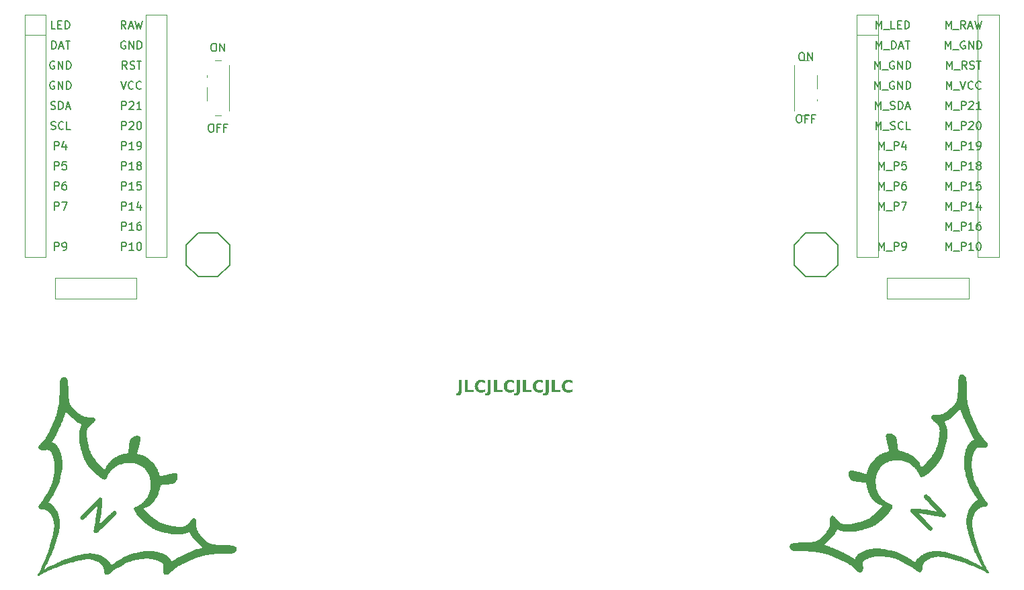
<source format=gbr>
%TF.GenerationSoftware,KiCad,Pcbnew,8.0.2-1.fc40*%
%TF.CreationDate,2024-06-26T22:38:01-04:00*%
%TF.ProjectId,BatBoard,42617442-6f61-4726-942e-6b696361645f,v1.0.0*%
%TF.SameCoordinates,Original*%
%TF.FileFunction,Legend,Top*%
%TF.FilePolarity,Positive*%
%FSLAX46Y46*%
G04 Gerber Fmt 4.6, Leading zero omitted, Abs format (unit mm)*
G04 Created by KiCad (PCBNEW 8.0.2-1.fc40) date 2024-06-26 22:38:01*
%MOMM*%
%LPD*%
G01*
G04 APERTURE LIST*
%ADD10C,0.000000*%
%ADD11C,0.300000*%
%ADD12C,0.150000*%
%ADD13C,0.120000*%
G04 APERTURE END LIST*
D10*
G36*
X168710949Y-171516805D02*
G01*
X168730032Y-171521240D01*
X168748023Y-171526165D01*
X168764973Y-171531626D01*
X168780930Y-171537675D01*
X168795947Y-171544360D01*
X168810069Y-171551729D01*
X168823347Y-171559832D01*
X168835830Y-171568720D01*
X168847569Y-171578441D01*
X168858610Y-171589045D01*
X168869006Y-171600579D01*
X168878803Y-171613095D01*
X168888053Y-171626642D01*
X168896804Y-171641268D01*
X168905106Y-171657024D01*
X168913008Y-171673956D01*
X168921994Y-171715456D01*
X168926680Y-171787403D01*
X168924174Y-172010424D01*
X168907547Y-172318601D01*
X168878863Y-172687510D01*
X168840180Y-173092725D01*
X168793561Y-173509825D01*
X168741066Y-173914381D01*
X168684755Y-174281974D01*
X168598697Y-174802079D01*
X168759591Y-174686087D01*
X168805296Y-174648756D01*
X168875468Y-174586696D01*
X169074837Y-174401713D01*
X169328928Y-174157795D01*
X169608975Y-173881605D01*
X169808254Y-173683188D01*
X169893148Y-173599551D01*
X169969122Y-173525551D01*
X170036849Y-173460626D01*
X170097015Y-173404221D01*
X170150295Y-173355774D01*
X170197371Y-173314726D01*
X170238920Y-173280518D01*
X170257835Y-173265806D01*
X170275625Y-173252592D01*
X170292373Y-173240810D01*
X170308164Y-173230388D01*
X170323085Y-173221257D01*
X170337217Y-173213346D01*
X170350650Y-173206588D01*
X170363465Y-173200910D01*
X170375749Y-173196243D01*
X170387585Y-173192519D01*
X170399061Y-173189666D01*
X170410259Y-173187612D01*
X170421265Y-173186293D01*
X170432166Y-173185634D01*
X170447169Y-173185006D01*
X170462001Y-173185213D01*
X170476640Y-173186233D01*
X170491069Y-173188046D01*
X170505267Y-173190633D01*
X170519216Y-173193971D01*
X170532898Y-173198043D01*
X170546290Y-173202824D01*
X170559375Y-173208296D01*
X170572135Y-173214439D01*
X170584548Y-173221230D01*
X170596597Y-173228650D01*
X170608265Y-173236680D01*
X170619528Y-173245297D01*
X170630369Y-173254481D01*
X170640768Y-173264211D01*
X170650709Y-173274470D01*
X170660168Y-173285232D01*
X170669130Y-173296480D01*
X170677572Y-173308192D01*
X170685478Y-173320349D01*
X170692829Y-173332930D01*
X170699602Y-173345911D01*
X170705782Y-173359277D01*
X170711348Y-173373005D01*
X170716280Y-173387072D01*
X170720560Y-173401462D01*
X170724169Y-173416149D01*
X170727088Y-173431119D01*
X170729295Y-173446345D01*
X170730774Y-173461813D01*
X170731506Y-173477495D01*
X170723776Y-173522543D01*
X170713173Y-173548366D01*
X170696312Y-173578288D01*
X170638504Y-173656135D01*
X170539742Y-173767481D01*
X170389413Y-173923729D01*
X170176904Y-174136278D01*
X169522911Y-174775889D01*
X169172019Y-175113262D01*
X168890669Y-175381354D01*
X168773252Y-175491887D01*
X168669833Y-175588058D01*
X168579282Y-175670857D01*
X168500473Y-175741266D01*
X168432276Y-175800277D01*
X168373560Y-175848872D01*
X168323197Y-175888041D01*
X168280059Y-175918766D01*
X168243017Y-175942039D01*
X168226428Y-175951188D01*
X168210940Y-175958846D01*
X168196411Y-175965130D01*
X168182700Y-175970170D01*
X168169666Y-175974084D01*
X168157167Y-175976998D01*
X168142800Y-175979774D01*
X168128475Y-175981798D01*
X168114213Y-175983088D01*
X168100039Y-175983655D01*
X168085972Y-175983520D01*
X168072032Y-175982694D01*
X168058241Y-175981198D01*
X168044622Y-175979044D01*
X168031195Y-175976248D01*
X168017979Y-175972826D01*
X168004999Y-175968796D01*
X167992274Y-175964171D01*
X167979826Y-175958968D01*
X167967676Y-175953203D01*
X167955845Y-175946891D01*
X167944355Y-175940048D01*
X167933226Y-175932688D01*
X167922480Y-175924831D01*
X167912139Y-175916489D01*
X167902224Y-175907680D01*
X167892754Y-175898417D01*
X167883752Y-175888720D01*
X167875241Y-175878600D01*
X167867240Y-175868077D01*
X167859769Y-175857163D01*
X167852852Y-175845878D01*
X167846510Y-175834233D01*
X167840762Y-175822247D01*
X167835632Y-175809935D01*
X167831138Y-175797314D01*
X167827305Y-175784397D01*
X167824151Y-175771201D01*
X167822825Y-175760042D01*
X167823010Y-175742260D01*
X167827658Y-175688414D01*
X167837567Y-175612819D01*
X167852213Y-175518632D01*
X167871066Y-175409010D01*
X167893605Y-175287109D01*
X167919300Y-175156088D01*
X167947626Y-175019103D01*
X167978504Y-174863520D01*
X168011529Y-174684389D01*
X168079994Y-174280571D01*
X168144948Y-173857809D01*
X168173589Y-173655000D01*
X168198326Y-173466267D01*
X168314321Y-172594434D01*
X167401329Y-173470008D01*
X167073778Y-173784375D01*
X166940553Y-173910625D01*
X166825330Y-174017711D01*
X166773913Y-174064411D01*
X166726329Y-174106731D01*
X166682358Y-174144809D01*
X166641777Y-174178784D01*
X166604364Y-174208787D01*
X166569898Y-174234960D01*
X166538156Y-174257439D01*
X166508914Y-174276361D01*
X166481955Y-174291862D01*
X166457055Y-174304081D01*
X166433987Y-174313154D01*
X166423073Y-174316552D01*
X166412535Y-174319216D01*
X166402346Y-174321161D01*
X166392476Y-174322406D01*
X166382900Y-174322968D01*
X166373587Y-174322863D01*
X166364512Y-174322109D01*
X166355646Y-174320721D01*
X166346961Y-174318719D01*
X166338431Y-174316117D01*
X166321721Y-174309191D01*
X166305293Y-174300076D01*
X166288925Y-174288912D01*
X166272396Y-174275835D01*
X166255481Y-174260982D01*
X166237963Y-174244492D01*
X166200221Y-174207138D01*
X166188733Y-174195042D01*
X166178135Y-174182628D01*
X166168435Y-174169928D01*
X166163927Y-174163479D01*
X166159645Y-174156975D01*
X166155595Y-174150416D01*
X166151777Y-174143805D01*
X166148190Y-174137147D01*
X166144840Y-174130448D01*
X166141723Y-174123708D01*
X166138844Y-174116935D01*
X166136204Y-174110133D01*
X166133805Y-174103305D01*
X166131644Y-174096453D01*
X166129728Y-174089585D01*
X166128055Y-174082703D01*
X166126629Y-174075810D01*
X166125447Y-174068913D01*
X166124513Y-174062015D01*
X166123830Y-174055120D01*
X166123398Y-174048230D01*
X166123218Y-174041352D01*
X166123290Y-174034488D01*
X166123618Y-174027645D01*
X166124202Y-174020825D01*
X166125043Y-174014031D01*
X166126144Y-174007269D01*
X166127505Y-174000544D01*
X166129128Y-173993857D01*
X166158703Y-173948175D01*
X166226822Y-173865526D01*
X166332037Y-173747536D01*
X166472901Y-173595826D01*
X166855788Y-173197736D01*
X167363912Y-172684237D01*
X168565019Y-171483129D01*
X168710949Y-171516805D01*
G37*
G36*
X272763892Y-171102822D02*
G01*
X272789715Y-171113425D01*
X272819638Y-171130286D01*
X272897484Y-171188093D01*
X273008830Y-171286856D01*
X273165079Y-171437185D01*
X273377627Y-171649693D01*
X274017237Y-172303686D01*
X274354611Y-172654579D01*
X274622704Y-172935928D01*
X274733236Y-173053347D01*
X274829407Y-173156765D01*
X274912206Y-173247316D01*
X274982616Y-173326126D01*
X275041626Y-173394322D01*
X275090221Y-173453037D01*
X275129389Y-173503401D01*
X275160116Y-173546538D01*
X275183389Y-173583582D01*
X275192538Y-173600170D01*
X275200195Y-173615658D01*
X275206479Y-173630187D01*
X275211518Y-173643898D01*
X275215432Y-173656932D01*
X275218348Y-173669431D01*
X275221123Y-173683798D01*
X275223147Y-173698123D01*
X275224436Y-173712384D01*
X275225005Y-173726557D01*
X275224869Y-173740626D01*
X275224044Y-173754565D01*
X275222547Y-173768357D01*
X275220393Y-173781975D01*
X275217597Y-173795404D01*
X275214176Y-173808618D01*
X275210145Y-173821600D01*
X275205520Y-173834324D01*
X275200318Y-173846772D01*
X275194552Y-173858922D01*
X275188240Y-173870753D01*
X275181396Y-173882243D01*
X275174037Y-173893372D01*
X275166180Y-173904118D01*
X275157839Y-173914459D01*
X275149029Y-173924374D01*
X275139766Y-173933843D01*
X275130068Y-173942845D01*
X275119950Y-173951357D01*
X275109426Y-173959359D01*
X275098513Y-173966828D01*
X275087227Y-173973746D01*
X275075583Y-173980088D01*
X275063597Y-173985836D01*
X275051285Y-173990966D01*
X275038663Y-173995460D01*
X275025746Y-173999293D01*
X275012549Y-174002447D01*
X275001391Y-174003774D01*
X274983609Y-174003588D01*
X274929764Y-173998940D01*
X274854168Y-173989031D01*
X274759981Y-173974385D01*
X274650358Y-173955532D01*
X274528457Y-173932992D01*
X274397436Y-173907298D01*
X274260453Y-173878971D01*
X274104869Y-173848093D01*
X273925739Y-173815068D01*
X273521919Y-173746604D01*
X273099159Y-173681650D01*
X272896349Y-173653009D01*
X272707616Y-173628272D01*
X271835784Y-173512277D01*
X272711358Y-174425269D01*
X273025724Y-174752820D01*
X273151973Y-174886044D01*
X273259060Y-175001268D01*
X273305760Y-175052685D01*
X273348080Y-175100268D01*
X273386159Y-175144239D01*
X273420132Y-175184820D01*
X273450136Y-175222232D01*
X273476309Y-175256700D01*
X273498789Y-175288442D01*
X273517710Y-175317682D01*
X273533212Y-175344643D01*
X273545430Y-175369545D01*
X273554503Y-175392609D01*
X273557902Y-175403525D01*
X273560565Y-175414063D01*
X273562511Y-175424252D01*
X273563755Y-175434121D01*
X273564317Y-175443699D01*
X273564212Y-175453010D01*
X273563458Y-175462086D01*
X273562069Y-175470952D01*
X273560068Y-175479637D01*
X273557467Y-175488166D01*
X273550540Y-175504877D01*
X273541425Y-175521305D01*
X273530261Y-175537673D01*
X273517185Y-175554202D01*
X273502331Y-175571116D01*
X273485841Y-175588635D01*
X273448488Y-175626378D01*
X273436391Y-175637864D01*
X273423977Y-175648463D01*
X273411277Y-175658163D01*
X273404829Y-175662672D01*
X273398325Y-175666952D01*
X273391764Y-175671002D01*
X273385154Y-175674821D01*
X273378497Y-175678408D01*
X273371796Y-175681758D01*
X273365058Y-175684875D01*
X273358285Y-175687753D01*
X273351483Y-175690394D01*
X273344653Y-175692793D01*
X273337802Y-175694953D01*
X273330934Y-175696870D01*
X273324052Y-175698543D01*
X273317161Y-175699970D01*
X273310262Y-175701151D01*
X273303364Y-175702084D01*
X273296469Y-175702768D01*
X273289579Y-175703201D01*
X273282701Y-175703381D01*
X273275837Y-175703307D01*
X273268994Y-175702980D01*
X273262174Y-175702397D01*
X273255380Y-175701554D01*
X273248618Y-175700454D01*
X273241893Y-175699092D01*
X273235205Y-175697471D01*
X273189524Y-175667894D01*
X273106875Y-175599776D01*
X272988885Y-175494560D01*
X272837175Y-175353697D01*
X272439086Y-174970809D01*
X271925586Y-174462687D01*
X270724478Y-173261579D01*
X270758154Y-173115649D01*
X270762589Y-173096565D01*
X270767514Y-173078574D01*
X270772976Y-173061624D01*
X270779025Y-173045667D01*
X270785710Y-173030650D01*
X270793079Y-173016528D01*
X270801182Y-173003250D01*
X270810070Y-172990767D01*
X270819791Y-172979029D01*
X270830394Y-172967987D01*
X270841929Y-172957592D01*
X270854445Y-172947794D01*
X270867990Y-172938544D01*
X270882617Y-172929794D01*
X270898373Y-172921491D01*
X270915306Y-172913590D01*
X270956805Y-172904602D01*
X271028751Y-172899917D01*
X271251774Y-172902424D01*
X271559951Y-172919050D01*
X271928859Y-172947735D01*
X272334075Y-172986418D01*
X272751174Y-173033036D01*
X273155731Y-173085532D01*
X273523324Y-173141842D01*
X274043428Y-173227901D01*
X273927436Y-173067007D01*
X273890106Y-173021302D01*
X273828045Y-172951129D01*
X273643062Y-172751761D01*
X273399144Y-172497671D01*
X273122953Y-172217623D01*
X272924537Y-172018344D01*
X272840901Y-171933448D01*
X272766900Y-171857476D01*
X272701977Y-171789749D01*
X272645571Y-171729583D01*
X272597123Y-171676304D01*
X272556075Y-171629228D01*
X272521867Y-171587678D01*
X272507155Y-171568762D01*
X272493940Y-171550973D01*
X272482159Y-171534225D01*
X272471737Y-171518433D01*
X272462606Y-171503513D01*
X272454696Y-171489380D01*
X272447937Y-171475948D01*
X272442259Y-171463133D01*
X272437594Y-171450850D01*
X272433867Y-171439013D01*
X272431015Y-171427536D01*
X272428962Y-171416339D01*
X272427641Y-171405333D01*
X272426983Y-171394432D01*
X272426356Y-171379429D01*
X272426562Y-171364597D01*
X272427582Y-171349957D01*
X272429396Y-171335529D01*
X272431983Y-171321331D01*
X272435321Y-171307381D01*
X272439392Y-171293701D01*
X272444174Y-171280309D01*
X272449644Y-171267223D01*
X272455787Y-171254463D01*
X272462580Y-171242049D01*
X272470000Y-171230000D01*
X272478030Y-171218333D01*
X272486646Y-171207069D01*
X272495831Y-171196228D01*
X272505561Y-171185829D01*
X272515819Y-171175888D01*
X272526582Y-171166430D01*
X272537829Y-171157468D01*
X272549542Y-171149026D01*
X272561700Y-171141120D01*
X272574279Y-171133769D01*
X272587261Y-171126996D01*
X272600627Y-171120816D01*
X272614353Y-171115251D01*
X272628422Y-171110317D01*
X272642810Y-171106038D01*
X272657499Y-171102428D01*
X272672468Y-171099510D01*
X272687695Y-171097302D01*
X272703161Y-171095823D01*
X272718845Y-171095091D01*
X272763892Y-171102822D01*
G37*
G36*
X277246388Y-155955873D02*
G01*
X277266136Y-155957182D01*
X277286066Y-155959685D01*
X277326318Y-155968115D01*
X277366844Y-155980876D01*
X277407342Y-155997677D01*
X277447513Y-156018227D01*
X277487053Y-156042236D01*
X277525661Y-156069413D01*
X277563036Y-156099466D01*
X277598876Y-156132107D01*
X277632880Y-156167044D01*
X277664745Y-156203988D01*
X277694172Y-156242648D01*
X277720859Y-156282732D01*
X277744503Y-156323952D01*
X277764804Y-156366014D01*
X277781460Y-156408631D01*
X277787727Y-156435040D01*
X277793877Y-156473096D01*
X277805723Y-156581279D01*
X277816781Y-156727435D01*
X277826830Y-156905819D01*
X277835651Y-157110688D01*
X277843025Y-157336299D01*
X277848732Y-157576905D01*
X277852554Y-157826764D01*
X277856735Y-158174968D01*
X277864247Y-158474675D01*
X277875970Y-158736671D01*
X277883683Y-158856898D01*
X277892779Y-158971744D01*
X277903364Y-159082556D01*
X277915552Y-159190682D01*
X277929447Y-159297470D01*
X277945164Y-159404269D01*
X277982495Y-159623294D01*
X278028421Y-159858547D01*
X278100384Y-160181354D01*
X278178266Y-160481493D01*
X278269742Y-160779438D01*
X278382484Y-161095671D01*
X278524167Y-161450663D01*
X278702463Y-161864897D01*
X278925047Y-162358848D01*
X279199591Y-162952994D01*
X279238752Y-163034670D01*
X279281699Y-163118105D01*
X279328187Y-163202956D01*
X279377970Y-163288875D01*
X279486430Y-163462538D01*
X279605109Y-163636332D01*
X279732030Y-163807496D01*
X279865222Y-163973266D01*
X280002709Y-164130881D01*
X280072449Y-164205767D01*
X280142521Y-164277577D01*
X280202626Y-164337816D01*
X280255550Y-164391336D01*
X280301742Y-164438870D01*
X280341653Y-164481153D01*
X280359394Y-164500555D01*
X280375733Y-164518920D01*
X280390725Y-164536339D01*
X280404430Y-164552905D01*
X280416900Y-164568709D01*
X280428195Y-164583842D01*
X280438366Y-164598398D01*
X280447474Y-164612468D01*
X280455573Y-164626141D01*
X280462721Y-164639512D01*
X280468972Y-164652673D01*
X280474384Y-164665715D01*
X280479010Y-164678728D01*
X280482909Y-164691806D01*
X280486138Y-164705041D01*
X280488751Y-164718523D01*
X280490805Y-164732346D01*
X280492356Y-164746600D01*
X280493461Y-164761377D01*
X280494173Y-164776771D01*
X280494655Y-164809767D01*
X280494248Y-164846330D01*
X280493897Y-164872373D01*
X280492844Y-164897179D01*
X280491091Y-164920735D01*
X280488635Y-164943030D01*
X280485478Y-164964053D01*
X280481619Y-164983794D01*
X280477058Y-165002242D01*
X280471796Y-165019385D01*
X280465833Y-165035213D01*
X280462589Y-165042630D01*
X280459168Y-165049715D01*
X280455572Y-165056464D01*
X280451800Y-165062878D01*
X280447855Y-165068956D01*
X280443733Y-165074694D01*
X280439435Y-165080093D01*
X280434963Y-165085149D01*
X280430314Y-165089865D01*
X280425491Y-165094236D01*
X280420492Y-165098261D01*
X280415316Y-165101940D01*
X280409967Y-165105271D01*
X280404441Y-165108252D01*
X280351817Y-165134753D01*
X280303007Y-165158197D01*
X280257440Y-165178679D01*
X280214549Y-165196301D01*
X280173763Y-165211161D01*
X280134511Y-165223356D01*
X280096224Y-165232987D01*
X280058331Y-165240150D01*
X280020263Y-165244946D01*
X279981450Y-165247473D01*
X279941320Y-165247830D01*
X279899306Y-165246113D01*
X279854836Y-165242425D01*
X279807340Y-165236861D01*
X279756249Y-165229523D01*
X279700993Y-165220506D01*
X279630386Y-165208028D01*
X279564286Y-165198728D01*
X279502373Y-165192716D01*
X279444329Y-165190103D01*
X279389837Y-165190999D01*
X279338581Y-165195511D01*
X279314064Y-165199159D01*
X279290238Y-165203752D01*
X279267063Y-165209305D01*
X279244494Y-165215829D01*
X279222499Y-165223340D01*
X279201031Y-165231852D01*
X279180055Y-165241378D01*
X279159530Y-165251931D01*
X279139416Y-165263527D01*
X279119673Y-165276176D01*
X279100262Y-165289895D01*
X279081143Y-165304697D01*
X279043622Y-165337602D01*
X279006791Y-165375002D01*
X278970333Y-165417005D01*
X278933929Y-165463723D01*
X278881360Y-165542071D01*
X278830503Y-165633081D01*
X278781663Y-165735383D01*
X278735146Y-165847605D01*
X278691261Y-165968378D01*
X278650313Y-166096331D01*
X278612610Y-166230092D01*
X278578459Y-166368295D01*
X278548166Y-166509568D01*
X278522040Y-166652540D01*
X278500386Y-166795839D01*
X278483511Y-166938097D01*
X278471723Y-167077944D01*
X278465330Y-167214009D01*
X278464635Y-167344922D01*
X278469948Y-167469312D01*
X278488334Y-167704548D01*
X278514615Y-167950833D01*
X278547560Y-168200975D01*
X278585944Y-168447786D01*
X278628535Y-168684075D01*
X278674109Y-168902645D01*
X278721435Y-169096311D01*
X278745374Y-169181558D01*
X278769290Y-169257880D01*
X278821061Y-169398325D01*
X278888084Y-169559187D01*
X279060155Y-169928418D01*
X279270022Y-170338076D01*
X279502209Y-170760670D01*
X279741236Y-171168707D01*
X279971625Y-171534691D01*
X280078743Y-171693323D01*
X280177897Y-171831131D01*
X280267154Y-171944681D01*
X280344575Y-172030534D01*
X280370616Y-172058111D01*
X280394039Y-172086067D01*
X280414880Y-172114312D01*
X280433171Y-172142767D01*
X280448951Y-172171343D01*
X280462252Y-172199959D01*
X280473110Y-172228530D01*
X280481560Y-172256970D01*
X280487635Y-172285199D01*
X280491373Y-172313127D01*
X280492808Y-172340674D01*
X280491974Y-172367755D01*
X280488906Y-172394284D01*
X280483640Y-172420179D01*
X280476210Y-172445354D01*
X280466651Y-172469725D01*
X280454998Y-172493208D01*
X280441287Y-172515720D01*
X280425552Y-172537176D01*
X280407829Y-172557490D01*
X280388150Y-172576578D01*
X280366552Y-172594358D01*
X280343072Y-172610744D01*
X280317741Y-172625653D01*
X280290597Y-172638998D01*
X280261671Y-172650698D01*
X280231003Y-172660668D01*
X280198627Y-172668822D01*
X280164573Y-172675077D01*
X280128882Y-172679349D01*
X280091586Y-172681553D01*
X280052720Y-172681604D01*
X279961204Y-172681924D01*
X279870644Y-172689775D01*
X279781289Y-172704970D01*
X279693392Y-172727324D01*
X279607205Y-172756649D01*
X279522980Y-172792760D01*
X279440970Y-172835470D01*
X279361426Y-172884595D01*
X279284601Y-172939944D01*
X279210746Y-173001334D01*
X279140115Y-173068579D01*
X279072959Y-173141491D01*
X279009529Y-173219883D01*
X278950079Y-173303571D01*
X278894859Y-173392367D01*
X278844125Y-173486085D01*
X278815560Y-173546417D01*
X278787494Y-173610581D01*
X278760074Y-173678020D01*
X278733450Y-173748185D01*
X278707768Y-173820521D01*
X278683177Y-173894472D01*
X278659825Y-173969488D01*
X278637859Y-174045013D01*
X278617428Y-174120494D01*
X278598680Y-174195377D01*
X278581764Y-174269110D01*
X278566825Y-174341138D01*
X278554013Y-174410907D01*
X278543474Y-174477867D01*
X278535360Y-174541457D01*
X278529817Y-174601130D01*
X278528232Y-174666975D01*
X278530305Y-174746759D01*
X278535743Y-174838549D01*
X278544256Y-174940405D01*
X278569345Y-175166585D01*
X278603248Y-175409822D01*
X278643641Y-175654639D01*
X278688199Y-175885555D01*
X278734598Y-176087092D01*
X278757762Y-176172006D01*
X278780516Y-176243771D01*
X278804208Y-176313286D01*
X278832549Y-176404201D01*
X278899315Y-176634787D01*
X278973099Y-176904663D01*
X279046180Y-177182956D01*
X279080346Y-177320561D01*
X279117450Y-177458736D01*
X279156220Y-177593842D01*
X279195385Y-177722238D01*
X279233671Y-177840286D01*
X279269811Y-177944347D01*
X279302529Y-178030781D01*
X279330556Y-178095947D01*
X279358421Y-178154069D01*
X279390716Y-178225565D01*
X279426256Y-178307672D01*
X279463857Y-178397629D01*
X279502333Y-178492672D01*
X279540505Y-178590038D01*
X279577183Y-178686967D01*
X279611189Y-178780694D01*
X279725825Y-179087943D01*
X279845634Y-179390019D01*
X279967023Y-179679289D01*
X280086396Y-179948128D01*
X280200153Y-180188901D01*
X280304702Y-180393983D01*
X280352402Y-180480754D01*
X280396449Y-180555741D01*
X280436397Y-180617990D01*
X280471795Y-180666546D01*
X280487897Y-180686546D01*
X280503225Y-180706526D01*
X280517772Y-180726449D01*
X280531526Y-180746272D01*
X280544483Y-180765955D01*
X280556636Y-180785458D01*
X280567976Y-180804740D01*
X280578496Y-180823761D01*
X280588188Y-180842480D01*
X280597045Y-180860859D01*
X280605059Y-180878853D01*
X280612224Y-180896426D01*
X280618530Y-180913535D01*
X280623971Y-180930141D01*
X280628538Y-180946204D01*
X280632226Y-180961680D01*
X280635026Y-180976533D01*
X280636931Y-180990720D01*
X280637931Y-181004202D01*
X280638021Y-181016937D01*
X280637194Y-181028886D01*
X280635440Y-181040008D01*
X280632754Y-181050262D01*
X280629127Y-181059608D01*
X280624551Y-181068007D01*
X280619020Y-181075417D01*
X280612526Y-181081798D01*
X280605060Y-181087107D01*
X280596616Y-181091309D01*
X280587187Y-181094360D01*
X280576762Y-181096219D01*
X280565340Y-181096848D01*
X280558355Y-181095900D01*
X280548749Y-181093122D01*
X280536712Y-181088611D01*
X280522426Y-181082469D01*
X280487859Y-181065674D01*
X280446538Y-181043531D01*
X280399957Y-181016827D01*
X280349604Y-180986352D01*
X280296970Y-180952896D01*
X280243548Y-180917247D01*
X280104598Y-180825668D01*
X279946486Y-180733959D01*
X279761627Y-180638827D01*
X279542434Y-180536989D01*
X279281321Y-180425152D01*
X278970702Y-180300029D01*
X278602993Y-180158331D01*
X278170606Y-179996770D01*
X278049641Y-179947249D01*
X277921309Y-179892466D01*
X277859094Y-179864966D01*
X277800695Y-179838386D01*
X277747997Y-179813473D01*
X277702884Y-179790972D01*
X277649293Y-179766790D01*
X277572332Y-179737125D01*
X277475637Y-179703164D01*
X277362850Y-179666090D01*
X277237611Y-179627086D01*
X277103557Y-179587337D01*
X276964330Y-179548027D01*
X276823569Y-179510339D01*
X276534457Y-179433341D01*
X276250608Y-179354587D01*
X276005347Y-179283553D01*
X275907601Y-179253890D01*
X275831998Y-179229707D01*
X275750738Y-179204445D01*
X275659518Y-179179332D01*
X275559867Y-179154602D01*
X275453318Y-179130491D01*
X275225633Y-179085071D01*
X274988695Y-179044956D01*
X274754740Y-179012033D01*
X274535999Y-178988186D01*
X274436157Y-178980255D01*
X274344709Y-178975302D01*
X274263178Y-178973559D01*
X274193101Y-178975264D01*
X274164127Y-178976568D01*
X274132150Y-178979020D01*
X274060501Y-178987075D01*
X273980783Y-178998811D01*
X273895629Y-179013619D01*
X273807667Y-179030880D01*
X273719530Y-179049984D01*
X273633850Y-179070315D01*
X273553255Y-179091259D01*
X273395244Y-179140439D01*
X273246818Y-179195291D01*
X273108095Y-179255702D01*
X273042407Y-179287956D01*
X272979187Y-179321555D01*
X272918452Y-179356486D01*
X272860211Y-179392735D01*
X272804485Y-179430288D01*
X272751283Y-179469128D01*
X272700623Y-179509244D01*
X272652517Y-179550619D01*
X272606979Y-179593240D01*
X272564027Y-179637092D01*
X272523671Y-179682161D01*
X272485930Y-179728432D01*
X272450814Y-179775891D01*
X272418339Y-179824524D01*
X272388519Y-179874317D01*
X272361371Y-179925255D01*
X272336907Y-179977322D01*
X272315140Y-180030506D01*
X272296087Y-180084791D01*
X272279763Y-180140164D01*
X272266180Y-180196609D01*
X272255353Y-180254114D01*
X272247296Y-180312661D01*
X272242027Y-180372239D01*
X272239554Y-180432833D01*
X272239896Y-180494428D01*
X272240226Y-180517337D01*
X272239820Y-180539754D01*
X272238684Y-180561670D01*
X272236827Y-180583076D01*
X272234257Y-180603960D01*
X272230984Y-180624313D01*
X272227014Y-180644127D01*
X272222356Y-180663392D01*
X272217019Y-180682098D01*
X272211010Y-180700234D01*
X272204338Y-180717792D01*
X272197011Y-180734762D01*
X272189039Y-180751136D01*
X272180426Y-180766901D01*
X272171183Y-180782052D01*
X272161318Y-180796575D01*
X272150840Y-180810462D01*
X272139756Y-180823705D01*
X272128074Y-180836291D01*
X272115804Y-180848214D01*
X272102951Y-180859462D01*
X272089527Y-180870027D01*
X272075538Y-180879897D01*
X272060992Y-180889067D01*
X272045899Y-180897522D01*
X272030265Y-180905255D01*
X272014100Y-180912258D01*
X271997411Y-180918517D01*
X271980208Y-180924028D01*
X271962497Y-180928776D01*
X271944286Y-180932754D01*
X271925587Y-180935955D01*
X271909702Y-180937877D01*
X271892874Y-180938001D01*
X271875039Y-180936284D01*
X271856129Y-180932680D01*
X271836078Y-180927148D01*
X271814822Y-180919643D01*
X271792295Y-180910121D01*
X271768430Y-180898537D01*
X271743163Y-180884849D01*
X271716426Y-180869013D01*
X271688154Y-180850985D01*
X271658282Y-180830720D01*
X271626745Y-180808174D01*
X271593474Y-180783304D01*
X271521474Y-180726418D01*
X271390095Y-180623846D01*
X271276564Y-180537983D01*
X271168206Y-180460625D01*
X271052350Y-180383575D01*
X270916323Y-180298634D01*
X270747454Y-180197597D01*
X270260495Y-179914449D01*
X270111461Y-179827840D01*
X269956419Y-179740750D01*
X269799887Y-179655499D01*
X269646378Y-179574416D01*
X269500413Y-179499822D01*
X269366507Y-179434042D01*
X269249173Y-179379397D01*
X269152931Y-179338215D01*
X269006265Y-179282497D01*
X268844294Y-179229223D01*
X268669431Y-179178733D01*
X268484089Y-179131367D01*
X268290679Y-179087464D01*
X268091614Y-179047368D01*
X267889300Y-179011414D01*
X267686156Y-178979943D01*
X267484591Y-178953296D01*
X267287014Y-178931811D01*
X267095840Y-178915830D01*
X266913479Y-178905692D01*
X266742345Y-178901736D01*
X266584847Y-178904304D01*
X266443397Y-178913734D01*
X266320409Y-178930364D01*
X266252903Y-178944593D01*
X266170445Y-178964216D01*
X266076324Y-178988311D01*
X265973827Y-179015958D01*
X265866244Y-179046235D01*
X265756863Y-179078223D01*
X265648973Y-179110999D01*
X265545862Y-179143643D01*
X265412116Y-179188587D01*
X265292547Y-179232730D01*
X265237901Y-179254746D01*
X265186590Y-179276852D01*
X265138544Y-179299148D01*
X265093691Y-179321729D01*
X265051962Y-179344696D01*
X265013289Y-179368143D01*
X264977600Y-179392167D01*
X264944824Y-179416867D01*
X264914894Y-179442342D01*
X264887739Y-179468684D01*
X264863288Y-179495995D01*
X264841474Y-179524371D01*
X264822222Y-179553909D01*
X264805467Y-179584706D01*
X264791138Y-179616858D01*
X264779164Y-179650465D01*
X264769474Y-179685624D01*
X264762003Y-179722431D01*
X264756676Y-179760984D01*
X264753424Y-179801380D01*
X264752180Y-179843716D01*
X264752871Y-179888089D01*
X264755429Y-179934599D01*
X264759783Y-179983339D01*
X264765863Y-180034408D01*
X264773601Y-180087905D01*
X264793766Y-180202568D01*
X264801118Y-180250920D01*
X264805042Y-180301557D01*
X264805712Y-180353871D01*
X264803296Y-180407253D01*
X264797964Y-180461097D01*
X264789885Y-180514793D01*
X264779230Y-180567733D01*
X264766169Y-180619307D01*
X264750872Y-180668908D01*
X264733510Y-180715927D01*
X264714250Y-180759758D01*
X264693264Y-180799789D01*
X264670721Y-180835414D01*
X264658919Y-180851383D01*
X264646791Y-180866023D01*
X264634358Y-180879257D01*
X264621646Y-180891009D01*
X264608669Y-180901202D01*
X264595452Y-180909762D01*
X264555968Y-180930493D01*
X264517065Y-180946156D01*
X264478095Y-180956428D01*
X264438414Y-180960976D01*
X264397373Y-180959475D01*
X264354326Y-180951593D01*
X264308627Y-180937002D01*
X264259627Y-180915374D01*
X264206682Y-180886379D01*
X264149143Y-180849689D01*
X264086364Y-180804973D01*
X264017698Y-180751906D01*
X263942501Y-180690155D01*
X263860121Y-180619395D01*
X263671236Y-180449524D01*
X263443513Y-180244619D01*
X263243502Y-180078036D01*
X263143585Y-180003443D01*
X263038231Y-179931625D01*
X262923317Y-179860311D01*
X262794723Y-179787231D01*
X262480005Y-179626700D01*
X262061102Y-179431879D01*
X260778843Y-178866754D01*
X260655153Y-178815810D01*
X260515457Y-178764381D01*
X260361642Y-178713042D01*
X260195595Y-178662360D01*
X260019198Y-178612906D01*
X259834338Y-178565249D01*
X259642900Y-178519961D01*
X259446773Y-178477610D01*
X259200107Y-178429215D01*
X258974139Y-178390028D01*
X258973219Y-178389898D01*
X258756941Y-178359086D01*
X258536585Y-178335424D01*
X258301145Y-178318074D01*
X258038696Y-178306074D01*
X257737308Y-178298459D01*
X257385055Y-178294263D01*
X257135532Y-178290441D01*
X256895876Y-178284733D01*
X256671742Y-178277359D01*
X256468787Y-178268538D01*
X256292669Y-178258489D01*
X256149042Y-178247432D01*
X256091179Y-178241595D01*
X256043563Y-178235586D01*
X256006897Y-178229435D01*
X255981888Y-178223169D01*
X255944326Y-178210039D01*
X255908142Y-178195265D01*
X255873365Y-178178930D01*
X255840038Y-178161122D01*
X255808196Y-178141928D01*
X255777877Y-178121433D01*
X255749116Y-178099725D01*
X255721952Y-178076889D01*
X255696422Y-178053011D01*
X255672562Y-178028178D01*
X255650410Y-178002477D01*
X255630003Y-177975993D01*
X255611375Y-177948812D01*
X255594568Y-177921022D01*
X255579613Y-177892709D01*
X255566552Y-177863959D01*
X255555423Y-177834858D01*
X255546256Y-177805492D01*
X255539094Y-177775948D01*
X255533972Y-177746312D01*
X255530930Y-177716671D01*
X255530000Y-177687111D01*
X255531222Y-177657718D01*
X255534632Y-177628578D01*
X255540266Y-177599779D01*
X255548165Y-177571404D01*
X255558361Y-177543544D01*
X255570894Y-177516282D01*
X255585758Y-177489783D01*
X259873334Y-177489783D01*
X260498208Y-177695578D01*
X260636268Y-177742591D01*
X260788841Y-177798069D01*
X260950797Y-177859946D01*
X261117006Y-177926165D01*
X261282338Y-177994665D01*
X261441663Y-178063384D01*
X261589850Y-178130261D01*
X261721769Y-178193233D01*
X261990885Y-178325073D01*
X262286310Y-178467787D01*
X262572614Y-178604186D01*
X262814368Y-178717084D01*
X262917192Y-178766808D01*
X263021685Y-178819514D01*
X263124949Y-178873622D01*
X263224091Y-178927557D01*
X263316218Y-178979737D01*
X263398434Y-179028585D01*
X263467847Y-179072522D01*
X263521562Y-179109969D01*
X263565434Y-179142659D01*
X263606629Y-179172937D01*
X263644230Y-179200144D01*
X263677315Y-179223627D01*
X263704961Y-179242723D01*
X263726249Y-179256776D01*
X263734222Y-179261707D01*
X263740260Y-179265129D01*
X263744246Y-179266963D01*
X263745436Y-179267257D01*
X263746069Y-179267125D01*
X263749322Y-179261490D01*
X263755950Y-179248006D01*
X263777406Y-179201175D01*
X263806580Y-179133998D01*
X263822857Y-179095082D01*
X263839614Y-179053842D01*
X263868154Y-178992225D01*
X263903063Y-178930991D01*
X263944045Y-178870350D01*
X263990805Y-178810510D01*
X264043045Y-178751678D01*
X264100471Y-178694062D01*
X264162787Y-178637871D01*
X264229694Y-178583314D01*
X264300898Y-178530598D01*
X264376106Y-178479933D01*
X264455017Y-178431527D01*
X264537338Y-178385586D01*
X264622772Y-178342321D01*
X264711023Y-178301937D01*
X264801797Y-178264645D01*
X264894796Y-178230654D01*
X265076896Y-178171538D01*
X265254677Y-178119042D01*
X265428908Y-178073126D01*
X265600354Y-178033743D01*
X265769781Y-178000849D01*
X265937960Y-177974400D01*
X266105657Y-177954354D01*
X266273638Y-177940666D01*
X266442671Y-177933291D01*
X266613525Y-177932187D01*
X266786965Y-177937312D01*
X266963760Y-177948617D01*
X267144677Y-177966061D01*
X267330483Y-177989601D01*
X267521946Y-178019190D01*
X267719831Y-178054788D01*
X268164526Y-178145782D01*
X268370092Y-178194171D01*
X268566468Y-178245327D01*
X268755147Y-178299882D01*
X268937628Y-178358465D01*
X269115405Y-178421708D01*
X269289976Y-178490238D01*
X269462835Y-178564689D01*
X269635483Y-178645690D01*
X269809412Y-178733871D01*
X269986120Y-178829863D01*
X270167104Y-178934295D01*
X270353859Y-179047799D01*
X270750670Y-179304541D01*
X271364322Y-179716137D01*
X271442897Y-179502856D01*
X271457576Y-179465804D01*
X271472459Y-179431477D01*
X271488009Y-179399353D01*
X271504694Y-179368912D01*
X271522982Y-179339634D01*
X271543333Y-179310995D01*
X271566218Y-179282478D01*
X271592101Y-179253560D01*
X271621448Y-179223722D01*
X271654724Y-179192442D01*
X271692398Y-179159199D01*
X271734932Y-179123475D01*
X271836450Y-179042494D01*
X271963004Y-178945332D01*
X272158813Y-178800317D01*
X272244605Y-178739126D01*
X272324145Y-178684637D01*
X272398794Y-178636220D01*
X272469920Y-178593248D01*
X272538887Y-178555087D01*
X272607057Y-178521110D01*
X272675799Y-178490681D01*
X272746476Y-178463177D01*
X272820451Y-178437962D01*
X272899091Y-178414410D01*
X272983760Y-178391886D01*
X273075824Y-178369764D01*
X273287593Y-178324198D01*
X273508071Y-178282271D01*
X273606749Y-178265635D01*
X273699478Y-178251875D01*
X273787583Y-178240989D01*
X273872383Y-178232969D01*
X273955199Y-178227811D01*
X274037350Y-178225508D01*
X274120159Y-178226055D01*
X274204948Y-178229447D01*
X274293034Y-178235679D01*
X274385743Y-178244744D01*
X274484393Y-178256638D01*
X274590306Y-178271353D01*
X274829201Y-178309231D01*
X275083378Y-178362507D01*
X275422974Y-178449196D01*
X275819749Y-178560616D01*
X276245463Y-178688084D01*
X276671879Y-178822920D01*
X277070758Y-178956439D01*
X277413860Y-179079962D01*
X277672950Y-179184805D01*
X277916910Y-179296196D01*
X278182885Y-179421355D01*
X278730002Y-179688073D01*
X278985714Y-179817179D01*
X279212574Y-179935146D01*
X279397863Y-180035750D01*
X279528868Y-180112763D01*
X279575261Y-180140687D01*
X279618854Y-180165492D01*
X279659388Y-180187128D01*
X279696604Y-180205548D01*
X279730250Y-180220701D01*
X279745651Y-180227036D01*
X279760062Y-180232536D01*
X279773451Y-180237196D01*
X279785786Y-180241008D01*
X279797034Y-180243967D01*
X279807163Y-180246065D01*
X279816141Y-180247297D01*
X279823936Y-180247656D01*
X279830516Y-180247138D01*
X279835848Y-180245735D01*
X279839900Y-180243442D01*
X279841435Y-180241960D01*
X279842639Y-180240252D01*
X279843509Y-180238319D01*
X279844035Y-180236159D01*
X279844055Y-180231155D01*
X279842666Y-180225238D01*
X279839835Y-180218399D01*
X279835532Y-180210632D01*
X279829724Y-180201930D01*
X279822377Y-180192289D01*
X279813462Y-180181703D01*
X279802945Y-180170163D01*
X279790793Y-180157665D01*
X279753946Y-180112384D01*
X279705084Y-180038162D01*
X279644119Y-179934825D01*
X279570964Y-179802198D01*
X279485532Y-179640102D01*
X279387734Y-179448366D01*
X279154692Y-178975266D01*
X278924572Y-178500060D01*
X278828456Y-178303852D01*
X278761805Y-178170785D01*
X278718751Y-178072885D01*
X278667655Y-177943421D01*
X278546712Y-177607004D01*
X278409721Y-177195957D01*
X278267424Y-176744701D01*
X278130564Y-176287657D01*
X278009884Y-175859244D01*
X277916129Y-175493888D01*
X277882705Y-175345611D01*
X277860039Y-175226008D01*
X277841758Y-175109644D01*
X277826217Y-174998607D01*
X277813438Y-174892175D01*
X277803445Y-174789623D01*
X277796257Y-174690229D01*
X277791897Y-174593268D01*
X277790388Y-174498017D01*
X277791751Y-174403754D01*
X277796008Y-174309752D01*
X277803181Y-174215291D01*
X277813292Y-174119645D01*
X277826363Y-174022094D01*
X277842416Y-173921909D01*
X277861471Y-173818371D01*
X277883553Y-173710756D01*
X277908681Y-173598338D01*
X277946520Y-173452591D01*
X277993544Y-173306538D01*
X278048943Y-173161274D01*
X278111908Y-173017896D01*
X278181624Y-172877498D01*
X278257281Y-172741179D01*
X278338070Y-172610034D01*
X278423177Y-172485160D01*
X278511792Y-172367653D01*
X278603103Y-172258608D01*
X278696300Y-172159122D01*
X278790572Y-172070291D01*
X278885106Y-171993211D01*
X278979092Y-171928980D01*
X279025627Y-171902026D01*
X279071719Y-171878694D01*
X279117269Y-171859122D01*
X279162175Y-171843446D01*
X279180529Y-171837816D01*
X279196224Y-171831908D01*
X279209146Y-171825351D01*
X279219180Y-171817781D01*
X279223077Y-171813500D01*
X279226209Y-171808829D01*
X279228561Y-171803721D01*
X279230120Y-171798130D01*
X279230870Y-171792009D01*
X279230797Y-171785313D01*
X279229887Y-171777997D01*
X279228125Y-171770014D01*
X279221989Y-171751865D01*
X279212274Y-171730499D01*
X279198864Y-171705548D01*
X279181646Y-171676644D01*
X279160502Y-171643422D01*
X279135319Y-171605513D01*
X279072373Y-171514167D01*
X278807108Y-171113176D01*
X278688495Y-170927281D01*
X278578635Y-170749854D01*
X278477084Y-170579945D01*
X278383397Y-170416609D01*
X278297134Y-170258897D01*
X278217846Y-170105860D01*
X278145093Y-169956549D01*
X278078429Y-169810019D01*
X278017411Y-169665318D01*
X277961594Y-169521500D01*
X277910535Y-169377617D01*
X277863790Y-169232718D01*
X277820914Y-169085857D01*
X277781464Y-168936087D01*
X277712486Y-168656327D01*
X277652869Y-168390052D01*
X277602591Y-168135922D01*
X277561632Y-167892600D01*
X277529970Y-167658750D01*
X277507581Y-167433035D01*
X277494444Y-167214115D01*
X277490538Y-167000655D01*
X277495840Y-166791316D01*
X277510329Y-166584761D01*
X277533981Y-166379655D01*
X277566777Y-166174659D01*
X277608693Y-165968433D01*
X277659707Y-165759642D01*
X277719799Y-165546950D01*
X277788945Y-165329018D01*
X277821824Y-165238613D01*
X277857284Y-165151260D01*
X277895276Y-165067034D01*
X277935751Y-164986002D01*
X277978660Y-164908237D01*
X278023953Y-164833810D01*
X278071581Y-164762793D01*
X278121496Y-164695255D01*
X278173646Y-164631270D01*
X278227982Y-164570907D01*
X278284457Y-164514239D01*
X278343020Y-164461336D01*
X278403623Y-164412269D01*
X278466214Y-164367112D01*
X278530745Y-164325931D01*
X278597168Y-164288803D01*
X278825417Y-164165329D01*
X278713164Y-164008171D01*
X278662241Y-163938072D01*
X278608862Y-163862710D01*
X278558990Y-163790857D01*
X278518592Y-163731281D01*
X278463503Y-163632315D01*
X278364827Y-163438371D01*
X278082675Y-162861319D01*
X277764041Y-162191657D01*
X277500831Y-161620920D01*
X277472803Y-161552903D01*
X277440085Y-161468969D01*
X277365658Y-161266855D01*
X277287723Y-161041589D01*
X277250620Y-160928715D01*
X277216453Y-160820182D01*
X277055557Y-160307559D01*
X276411972Y-160943658D01*
X276230795Y-161123300D01*
X276076674Y-161272290D01*
X276008128Y-161336677D01*
X275944389Y-161395061D01*
X275884805Y-161447997D01*
X275828723Y-161496039D01*
X275775491Y-161539738D01*
X275724458Y-161579651D01*
X275674970Y-161616329D01*
X275626376Y-161650328D01*
X275578023Y-161682200D01*
X275529259Y-161712500D01*
X275479431Y-161741778D01*
X275427888Y-161770591D01*
X275091127Y-161957679D01*
X275244539Y-162387983D01*
X275266607Y-162451627D01*
X275286560Y-162512486D01*
X275304475Y-162571195D01*
X275320426Y-162628393D01*
X275334492Y-162684713D01*
X275346750Y-162740792D01*
X275357276Y-162797266D01*
X275366146Y-162854770D01*
X275373438Y-162913940D01*
X275379228Y-162975413D01*
X275383592Y-163039823D01*
X275386608Y-163107807D01*
X275388352Y-163180000D01*
X275388903Y-163257040D01*
X275386726Y-163428197D01*
X275381427Y-163686416D01*
X275372402Y-163906969D01*
X275365765Y-164007792D01*
X275357325Y-164104806D01*
X275346793Y-164199881D01*
X275333875Y-164294884D01*
X275318282Y-164391686D01*
X275299724Y-164492154D01*
X275252549Y-164711567D01*
X275190027Y-164968075D01*
X275109834Y-165276634D01*
X275018014Y-165613613D01*
X274974374Y-165761070D01*
X274930930Y-165897183D01*
X274886699Y-166023956D01*
X274840691Y-166143395D01*
X274791919Y-166257507D01*
X274739400Y-166368298D01*
X274682144Y-166477771D01*
X274619166Y-166587936D01*
X274549480Y-166700797D01*
X274472097Y-166818361D01*
X274386033Y-166942636D01*
X274290300Y-167075624D01*
X274065881Y-167375769D01*
X274012018Y-167443932D01*
X273948241Y-167519762D01*
X273796883Y-167688616D01*
X273623686Y-167870712D01*
X273440537Y-168054431D01*
X273259316Y-168228154D01*
X273091909Y-168380257D01*
X272950197Y-168499126D01*
X272892690Y-168542463D01*
X272846063Y-168573137D01*
X272718375Y-168651245D01*
X272618224Y-168713626D01*
X272509302Y-168782675D01*
X272442799Y-168822514D01*
X272381913Y-168856363D01*
X272326214Y-168884106D01*
X272300172Y-168895652D01*
X272275265Y-168905627D01*
X272251438Y-168914019D01*
X272228637Y-168920812D01*
X272206806Y-168925993D01*
X272185894Y-168929545D01*
X272165843Y-168931458D01*
X272146604Y-168931714D01*
X272128118Y-168930300D01*
X272110334Y-168927200D01*
X272093197Y-168922402D01*
X272076653Y-168915890D01*
X272060646Y-168907650D01*
X272045125Y-168897669D01*
X272030032Y-168885930D01*
X272015316Y-168872418D01*
X272000923Y-168857124D01*
X271986798Y-168840029D01*
X271972886Y-168821119D01*
X271959134Y-168800381D01*
X271945487Y-168777799D01*
X271931892Y-168753361D01*
X271904639Y-168698855D01*
X271876942Y-168636744D01*
X271838055Y-168549528D01*
X271798416Y-168465902D01*
X271757803Y-168385597D01*
X271715988Y-168308347D01*
X271672748Y-168233880D01*
X271627859Y-168161927D01*
X271581095Y-168092224D01*
X271532232Y-168024498D01*
X271481044Y-167958482D01*
X271427309Y-167893909D01*
X271370800Y-167830507D01*
X271311292Y-167768011D01*
X271248563Y-167706150D01*
X271182384Y-167644657D01*
X271112534Y-167583262D01*
X271038787Y-167521696D01*
X270881258Y-167394557D01*
X270811332Y-167340105D01*
X270746049Y-167291051D01*
X270684472Y-167246886D01*
X270625662Y-167207103D01*
X270568683Y-167171188D01*
X270512597Y-167138633D01*
X270456468Y-167108928D01*
X270399358Y-167081564D01*
X270340329Y-167056030D01*
X270278445Y-167031817D01*
X270212768Y-167008416D01*
X270142361Y-166985314D01*
X270066285Y-166962007D01*
X269983605Y-166937979D01*
X269838686Y-166900528D01*
X269693157Y-166869539D01*
X269547289Y-166844983D01*
X269401351Y-166826838D01*
X269255607Y-166815071D01*
X269110332Y-166809657D01*
X268965790Y-166810567D01*
X268822252Y-166817775D01*
X268679985Y-166831254D01*
X268539259Y-166850976D01*
X268400341Y-166876914D01*
X268263501Y-166909039D01*
X268129007Y-166947326D01*
X267997126Y-166991746D01*
X267868128Y-167042273D01*
X267742282Y-167098877D01*
X267646033Y-167147685D01*
X267554953Y-167197486D01*
X267468774Y-167248569D01*
X267387225Y-167301225D01*
X267310038Y-167355744D01*
X267236947Y-167412419D01*
X267167682Y-167471536D01*
X267101973Y-167533391D01*
X267039554Y-167598270D01*
X266980153Y-167666464D01*
X266923505Y-167738266D01*
X266869340Y-167813965D01*
X266817389Y-167893851D01*
X266767384Y-167978216D01*
X266719056Y-168067349D01*
X266672137Y-168161542D01*
X266629024Y-168252139D01*
X266589453Y-168341717D01*
X266553367Y-168430570D01*
X266520712Y-168518998D01*
X266491434Y-168607293D01*
X266465477Y-168695752D01*
X266442787Y-168784671D01*
X266423309Y-168874348D01*
X266406987Y-168965077D01*
X266393770Y-169057154D01*
X266383598Y-169150876D01*
X266376419Y-169246538D01*
X266372179Y-169344435D01*
X266370823Y-169444866D01*
X266372293Y-169548125D01*
X266376537Y-169654508D01*
X266394183Y-169883567D01*
X266427204Y-170107313D01*
X266475188Y-170325173D01*
X266537725Y-170536572D01*
X266614403Y-170740931D01*
X266704811Y-170937678D01*
X266808538Y-171126238D01*
X266925174Y-171306031D01*
X267054306Y-171476486D01*
X267195525Y-171637026D01*
X267348418Y-171787074D01*
X267512574Y-171926057D01*
X267687584Y-172053396D01*
X267873034Y-172168520D01*
X268068516Y-172270849D01*
X268273617Y-172359810D01*
X268306060Y-172372525D01*
X268334801Y-172384176D01*
X268360076Y-172395016D01*
X268382127Y-172405297D01*
X268392021Y-172410306D01*
X268401198Y-172415270D01*
X268409690Y-172420221D01*
X268417528Y-172425189D01*
X268424741Y-172430207D01*
X268431359Y-172435306D01*
X268437411Y-172440516D01*
X268442930Y-172445871D01*
X268447945Y-172451401D01*
X268452486Y-172457138D01*
X268456583Y-172463114D01*
X268460265Y-172469359D01*
X268463564Y-172475905D01*
X268466511Y-172482786D01*
X268469132Y-172490030D01*
X268471462Y-172497671D01*
X268473528Y-172505739D01*
X268475361Y-172514266D01*
X268476991Y-172523283D01*
X268478449Y-172532822D01*
X268480967Y-172553594D01*
X268483155Y-172576832D01*
X268479587Y-172644377D01*
X268459702Y-172724129D01*
X268424461Y-172814874D01*
X268374818Y-172915404D01*
X268311737Y-173024507D01*
X268236175Y-173140969D01*
X268149092Y-173263583D01*
X268051447Y-173391136D01*
X267944198Y-173522414D01*
X267828307Y-173656210D01*
X267704732Y-173791309D01*
X267574428Y-173926501D01*
X267438362Y-174060576D01*
X267297486Y-174192322D01*
X267152764Y-174320526D01*
X267005154Y-174443978D01*
X266720829Y-174665978D01*
X266591611Y-174762544D01*
X266469087Y-174850487D01*
X266351800Y-174930560D01*
X266238302Y-175003512D01*
X266127139Y-175070095D01*
X266016857Y-175131062D01*
X265906007Y-175187159D01*
X265793133Y-175239141D01*
X265676785Y-175287757D01*
X265555509Y-175333760D01*
X265427854Y-175377898D01*
X265292364Y-175420923D01*
X265147591Y-175463587D01*
X264992078Y-175506641D01*
X264654705Y-175598591D01*
X264507099Y-175637151D01*
X264371179Y-175671162D01*
X264245169Y-175700919D01*
X264127291Y-175726719D01*
X264015773Y-175748857D01*
X263908838Y-175767631D01*
X263804707Y-175783333D01*
X263701606Y-175796264D01*
X263597762Y-175806717D01*
X263491396Y-175814987D01*
X263380732Y-175821373D01*
X263263995Y-175826169D01*
X263005198Y-175832176D01*
X262900157Y-175832476D01*
X262798211Y-175830547D01*
X262699213Y-175826346D01*
X262603018Y-175819840D01*
X262509473Y-175810988D01*
X262418437Y-175799751D01*
X262329752Y-175786090D01*
X262243280Y-175769970D01*
X262158868Y-175751350D01*
X262076369Y-175730190D01*
X261995636Y-175706457D01*
X261916518Y-175680108D01*
X261838870Y-175651106D01*
X261762543Y-175619414D01*
X261687389Y-175584992D01*
X261613260Y-175547802D01*
X261598561Y-175541542D01*
X261585122Y-175537016D01*
X261572628Y-175534548D01*
X261560758Y-175534472D01*
X261549194Y-175537113D01*
X261537620Y-175542803D01*
X261525717Y-175551869D01*
X261513167Y-175564640D01*
X261499652Y-175581445D01*
X261484854Y-175602612D01*
X261468456Y-175628473D01*
X261450140Y-175659353D01*
X261406482Y-175737492D01*
X261351336Y-175839661D01*
X261295084Y-175939203D01*
X261235280Y-176034056D01*
X261166971Y-176130048D01*
X261085200Y-176233013D01*
X260985013Y-176348781D01*
X260861454Y-176483186D01*
X260709568Y-176642057D01*
X260524401Y-176831229D01*
X259873334Y-177489783D01*
X255585758Y-177489783D01*
X255585802Y-177489704D01*
X255603117Y-177463898D01*
X255622882Y-177438951D01*
X255645131Y-177414946D01*
X255677756Y-177385417D01*
X255714434Y-177358491D01*
X255755966Y-177334053D01*
X255803162Y-177311989D01*
X255856824Y-177292183D01*
X255917761Y-177274521D01*
X255986776Y-177258885D01*
X256064676Y-177245163D01*
X256152267Y-177233239D01*
X256250355Y-177222997D01*
X256359743Y-177214324D01*
X256481241Y-177207102D01*
X256763781Y-177196556D01*
X257104422Y-177190439D01*
X257289668Y-177186964D01*
X257464034Y-177182101D01*
X257627953Y-177175780D01*
X257781857Y-177167931D01*
X257926182Y-177158479D01*
X258061358Y-177147357D01*
X258187818Y-177134492D01*
X258305998Y-177119813D01*
X258416328Y-177103248D01*
X258519243Y-177084726D01*
X258615174Y-177064178D01*
X258704555Y-177041528D01*
X258787820Y-177016709D01*
X258865400Y-176989647D01*
X258937729Y-176960274D01*
X259005242Y-176928515D01*
X259065154Y-176894911D01*
X259132001Y-176850866D01*
X259204822Y-176797337D01*
X259282658Y-176735287D01*
X259364551Y-176665672D01*
X259449541Y-176589452D01*
X259624972Y-176421037D01*
X259801282Y-176237711D01*
X259970794Y-176047152D01*
X260125836Y-175857030D01*
X260195534Y-175764532D01*
X260258735Y-175675021D01*
X260309757Y-175599125D01*
X260356278Y-175525459D01*
X260398447Y-175453538D01*
X260436411Y-175382871D01*
X260470321Y-175312970D01*
X260500322Y-175243351D01*
X260526563Y-175173522D01*
X260549192Y-175102997D01*
X260568356Y-175031289D01*
X260584205Y-174957909D01*
X260596885Y-174882369D01*
X260606546Y-174804181D01*
X260613333Y-174722859D01*
X260617397Y-174637913D01*
X260618885Y-174548857D01*
X260617946Y-174455203D01*
X260617519Y-174392707D01*
X260617698Y-174335496D01*
X260618554Y-174283240D01*
X260620168Y-174235609D01*
X260622615Y-174192274D01*
X260625972Y-174152909D01*
X260630314Y-174117183D01*
X260635721Y-174084768D01*
X260642268Y-174055334D01*
X260645992Y-174041634D01*
X260650030Y-174028554D01*
X260654392Y-174016054D01*
X260659087Y-174004096D01*
X260664125Y-173992637D01*
X260669514Y-173981635D01*
X260675265Y-173971049D01*
X260681389Y-173960839D01*
X260687892Y-173950964D01*
X260694786Y-173941382D01*
X260702080Y-173932051D01*
X260709783Y-173922932D01*
X260726459Y-173905162D01*
X260763853Y-173870515D01*
X260800586Y-173842495D01*
X260837131Y-173821326D01*
X260855483Y-173813382D01*
X260873967Y-173807233D01*
X260892643Y-173802911D01*
X260911570Y-173800441D01*
X260930808Y-173799853D01*
X260950416Y-173801174D01*
X260970457Y-173804434D01*
X260990986Y-173809658D01*
X261012064Y-173816878D01*
X261033752Y-173826117D01*
X261079192Y-173850777D01*
X261127785Y-173883859D01*
X261180006Y-173925592D01*
X261236333Y-173976197D01*
X261297241Y-174035903D01*
X261363210Y-174104931D01*
X261434713Y-174183506D01*
X261512229Y-174271856D01*
X261604828Y-174375264D01*
X261690000Y-174466990D01*
X261769264Y-174547635D01*
X261844137Y-174617795D01*
X261880403Y-174649129D01*
X261916138Y-174678067D01*
X261951536Y-174704681D01*
X261986785Y-174729047D01*
X262022076Y-174751241D01*
X262057597Y-174771334D01*
X262093539Y-174789406D01*
X262130091Y-174805526D01*
X262167445Y-174819773D01*
X262205787Y-174832221D01*
X262245308Y-174842943D01*
X262286201Y-174852014D01*
X262328652Y-174859511D01*
X262372853Y-174865505D01*
X262418993Y-174870072D01*
X262467260Y-174873288D01*
X262570943Y-174875964D01*
X262685416Y-174874129D01*
X262812201Y-174868380D01*
X262952814Y-174859315D01*
X263103311Y-174847614D01*
X263262270Y-174829555D01*
X263428684Y-174805446D01*
X263601543Y-174775593D01*
X263779841Y-174740301D01*
X263962566Y-174699880D01*
X264148712Y-174654634D01*
X264337269Y-174604874D01*
X264675543Y-174504409D01*
X264826598Y-174453915D01*
X264968169Y-174401708D01*
X265102173Y-174346628D01*
X265230537Y-174287518D01*
X265355187Y-174223224D01*
X265478043Y-174152587D01*
X265601031Y-174074453D01*
X265726074Y-173987665D01*
X265855098Y-173891065D01*
X265990024Y-173783497D01*
X266132776Y-173663805D01*
X266285280Y-173530830D01*
X266627236Y-173220418D01*
X267300754Y-172591801D01*
X267091215Y-172509480D01*
X266951089Y-172451922D01*
X266837358Y-172402607D01*
X266788118Y-172379670D01*
X266742746Y-172357150D01*
X266700336Y-172334499D01*
X266659976Y-172311167D01*
X266620755Y-172286607D01*
X266581763Y-172260273D01*
X266542093Y-172231614D01*
X266500833Y-172200083D01*
X266409906Y-172126211D01*
X266301702Y-172034275D01*
X266201175Y-171943152D01*
X266104542Y-171846747D01*
X266011920Y-171745298D01*
X265923430Y-171639050D01*
X265839195Y-171528240D01*
X265759334Y-171413111D01*
X265683966Y-171293904D01*
X265613214Y-171170861D01*
X265547197Y-171044223D01*
X265486038Y-170914229D01*
X265429854Y-170781122D01*
X265378770Y-170645142D01*
X265332901Y-170506534D01*
X265292371Y-170365532D01*
X265257302Y-170222385D01*
X265227812Y-170077329D01*
X265141752Y-169617092D01*
X264917243Y-169609607D01*
X264817166Y-169603791D01*
X264684903Y-169592536D01*
X264528260Y-169576720D01*
X264355043Y-169557222D01*
X264173055Y-169534917D01*
X263990105Y-169510684D01*
X263813992Y-169485398D01*
X263652526Y-169459936D01*
X263618628Y-169453557D01*
X263585020Y-169444987D01*
X263551753Y-169434297D01*
X263518874Y-169421554D01*
X263486433Y-169406826D01*
X263454482Y-169390184D01*
X263423067Y-169371692D01*
X263392238Y-169351423D01*
X263332537Y-169305825D01*
X263275776Y-169253934D01*
X263222345Y-169196298D01*
X263172642Y-169133466D01*
X263127062Y-169065986D01*
X263085999Y-168994406D01*
X263049844Y-168919275D01*
X263018996Y-168841139D01*
X262993849Y-168760549D01*
X262974798Y-168678052D01*
X262962235Y-168594194D01*
X262958510Y-168551927D01*
X262956558Y-168509525D01*
X262957614Y-168484001D01*
X262959399Y-168459325D01*
X262961941Y-168435473D01*
X262965267Y-168412414D01*
X262969405Y-168390124D01*
X262974380Y-168368574D01*
X262980223Y-168347735D01*
X262986958Y-168327581D01*
X262994614Y-168308086D01*
X263003218Y-168289221D01*
X263012798Y-168270959D01*
X263023381Y-168253274D01*
X263034995Y-168236135D01*
X263047666Y-168219518D01*
X263061423Y-168203393D01*
X263076292Y-168187734D01*
X263096193Y-168168604D01*
X263115523Y-168151866D01*
X263134764Y-168137451D01*
X263154401Y-168125293D01*
X263174915Y-168115328D01*
X263196789Y-168107491D01*
X263220504Y-168101713D01*
X263246543Y-168097931D01*
X263275387Y-168096078D01*
X263307521Y-168096090D01*
X263343427Y-168097898D01*
X263383585Y-168101438D01*
X263428480Y-168106646D01*
X263478592Y-168113453D01*
X263596399Y-168131607D01*
X263690281Y-168148795D01*
X263800911Y-168171597D01*
X263924345Y-168198959D01*
X264056637Y-168229827D01*
X264332008Y-168297882D01*
X264595452Y-168367339D01*
X264715891Y-168402490D01*
X264828611Y-168434573D01*
X264931158Y-168462972D01*
X265021078Y-168487075D01*
X265095915Y-168506266D01*
X265153210Y-168519931D01*
X265174514Y-168524502D01*
X265190511Y-168527459D01*
X265200895Y-168528728D01*
X265203887Y-168528707D01*
X265205361Y-168528235D01*
X265207152Y-168525322D01*
X265209688Y-168519494D01*
X265216821Y-168499703D01*
X265226409Y-168470091D01*
X265238102Y-168431883D01*
X265266398Y-168334597D01*
X265298904Y-168217666D01*
X265328542Y-168105735D01*
X265360089Y-167998364D01*
X265393783Y-167895114D01*
X265429868Y-167795549D01*
X265468583Y-167699228D01*
X265510169Y-167605711D01*
X265554869Y-167514565D01*
X265602925Y-167425347D01*
X265654575Y-167337619D01*
X265710062Y-167250946D01*
X265769627Y-167164885D01*
X265833511Y-167079000D01*
X265901955Y-166992851D01*
X265975201Y-166906000D01*
X266053489Y-166818009D01*
X266137063Y-166728440D01*
X266238741Y-166624420D01*
X266335735Y-166529286D01*
X266429580Y-166442186D01*
X266521821Y-166362272D01*
X266613998Y-166288696D01*
X266707646Y-166220604D01*
X266804310Y-166157151D01*
X266905528Y-166097484D01*
X267012844Y-166040756D01*
X267127792Y-165986114D01*
X267251916Y-165932714D01*
X267386756Y-165879701D01*
X267533853Y-165826228D01*
X267694745Y-165771445D01*
X268064077Y-165654551D01*
X268065602Y-165652749D01*
X268066674Y-165649469D01*
X268067497Y-165638620D01*
X268066608Y-165622291D01*
X268064075Y-165600765D01*
X268054341Y-165543264D01*
X268038818Y-165468400D01*
X268018034Y-165378451D01*
X267992513Y-165275698D01*
X267962784Y-165162423D01*
X267929372Y-165040902D01*
X267892686Y-164912482D01*
X267856174Y-164776871D01*
X267820715Y-164638105D01*
X267787186Y-164500215D01*
X267756462Y-164367236D01*
X267729422Y-164243202D01*
X267706943Y-164132149D01*
X267689899Y-164038106D01*
X267680125Y-163979774D01*
X267671871Y-163926620D01*
X267665159Y-163878301D01*
X267660023Y-163834472D01*
X267656486Y-163794786D01*
X267654578Y-163758898D01*
X267654243Y-163742271D01*
X267654326Y-163726464D01*
X267654828Y-163711433D01*
X267655755Y-163697137D01*
X267657110Y-163683531D01*
X267658895Y-163670573D01*
X267661115Y-163658218D01*
X267663772Y-163646425D01*
X267666872Y-163635150D01*
X267670415Y-163624351D01*
X267674406Y-163613981D01*
X267678850Y-163604002D01*
X267683747Y-163594368D01*
X267689103Y-163585035D01*
X267694922Y-163575961D01*
X267701206Y-163567104D01*
X267707957Y-163558419D01*
X267715181Y-163549863D01*
X267731058Y-163532968D01*
X267762426Y-163505054D01*
X267796733Y-163480883D01*
X267833743Y-163460362D01*
X267873217Y-163443399D01*
X267914916Y-163429900D01*
X267958602Y-163419771D01*
X268004035Y-163412921D01*
X268050980Y-163409255D01*
X268099197Y-163408680D01*
X268148444Y-163411105D01*
X268198489Y-163416431D01*
X268249089Y-163424574D01*
X268300007Y-163435432D01*
X268351005Y-163448917D01*
X268452285Y-163483389D01*
X268551022Y-163527245D01*
X268645308Y-163579740D01*
X268690185Y-163608993D01*
X268733235Y-163640127D01*
X268774220Y-163673047D01*
X268812898Y-163707661D01*
X268849035Y-163743875D01*
X268882388Y-163781597D01*
X268912722Y-163820734D01*
X268939798Y-163861190D01*
X268963376Y-163902874D01*
X268983218Y-163945694D01*
X268999088Y-163989555D01*
X269010746Y-164034363D01*
X269025917Y-164117940D01*
X269043018Y-164230808D01*
X269061523Y-164368231D01*
X269080904Y-164525471D01*
X269120191Y-164880472D01*
X269156672Y-165257926D01*
X269186610Y-165579715D01*
X269691746Y-165680744D01*
X269892187Y-165727139D01*
X270090128Y-165785835D01*
X270284563Y-165856062D01*
X270474478Y-165937055D01*
X270658870Y-166028046D01*
X270836730Y-166128266D01*
X271007046Y-166236949D01*
X271168812Y-166353328D01*
X271321019Y-166476634D01*
X271462658Y-166606102D01*
X271592722Y-166740963D01*
X271710200Y-166880449D01*
X271814084Y-167023795D01*
X271903369Y-167170232D01*
X271977043Y-167318992D01*
X272007710Y-167394005D01*
X272034098Y-167469310D01*
X272049474Y-167512283D01*
X272064500Y-167553502D01*
X272078824Y-167591914D01*
X272092096Y-167626467D01*
X272103964Y-167656109D01*
X272114078Y-167679788D01*
X272118368Y-167689062D01*
X272122088Y-167696450D01*
X272125193Y-167701821D01*
X272127642Y-167705045D01*
X272132289Y-167704515D01*
X272141842Y-167698884D01*
X272174590Y-167673297D01*
X272223737Y-167630259D01*
X272287135Y-167571743D01*
X272448090Y-167416168D01*
X272640263Y-167222354D01*
X272812779Y-167042195D01*
X272981350Y-166856597D01*
X273144481Y-166667492D01*
X273300685Y-166476807D01*
X273448472Y-166286473D01*
X273586347Y-166098420D01*
X273712822Y-165914576D01*
X273826405Y-165736872D01*
X273867741Y-165661729D01*
X273911363Y-165565620D01*
X273956662Y-165450997D01*
X274003029Y-165320307D01*
X274049857Y-165176003D01*
X274096538Y-165020535D01*
X274187019Y-164685901D01*
X274269610Y-164336010D01*
X274339439Y-163990457D01*
X274368048Y-163825436D01*
X274391641Y-163668848D01*
X274409611Y-163523147D01*
X274421349Y-163390782D01*
X274429756Y-163250825D01*
X274434928Y-163124618D01*
X274436265Y-163010644D01*
X274433160Y-162907390D01*
X274425013Y-162813345D01*
X274411220Y-162726996D01*
X274402018Y-162686233D01*
X274391179Y-162646828D01*
X274378627Y-162608591D01*
X274364287Y-162571332D01*
X274348084Y-162534862D01*
X274329940Y-162498991D01*
X274309783Y-162463532D01*
X274287537Y-162428296D01*
X274236473Y-162357732D01*
X274176146Y-162285786D01*
X274105952Y-162210947D01*
X274025290Y-162131701D01*
X273933556Y-162046535D01*
X273830148Y-161953937D01*
X273741799Y-161876421D01*
X273663223Y-161804916D01*
X273594195Y-161738949D01*
X273563191Y-161707894D01*
X273534491Y-161678041D01*
X273508064Y-161649335D01*
X273483884Y-161621714D01*
X273461922Y-161595120D01*
X273442152Y-161569493D01*
X273424543Y-161544773D01*
X273409069Y-161520901D01*
X273395701Y-161497816D01*
X273384410Y-161475459D01*
X273375170Y-161453772D01*
X273367951Y-161432694D01*
X273362727Y-161412164D01*
X273359467Y-161392126D01*
X273358146Y-161372515D01*
X273358734Y-161353277D01*
X273361204Y-161334350D01*
X273365526Y-161315675D01*
X273371674Y-161297190D01*
X273379618Y-161278839D01*
X273389334Y-161260559D01*
X273400789Y-161242292D01*
X273413956Y-161223979D01*
X273428809Y-161205561D01*
X273445318Y-161186975D01*
X273463456Y-161168166D01*
X273481225Y-161151490D01*
X273499676Y-161136492D01*
X273519133Y-161123095D01*
X273539929Y-161111220D01*
X273562391Y-161100793D01*
X273586847Y-161091738D01*
X273613627Y-161083974D01*
X273643061Y-161077428D01*
X273675476Y-161072022D01*
X273711203Y-161067679D01*
X273750566Y-161064322D01*
X273793901Y-161061876D01*
X273841531Y-161060263D01*
X273893788Y-161059406D01*
X274013494Y-161059655D01*
X274142400Y-161060473D01*
X274263360Y-161056907D01*
X274377632Y-161048341D01*
X274486478Y-161034162D01*
X274591158Y-161013759D01*
X274692933Y-160986514D01*
X274793065Y-160951816D01*
X274892811Y-160909048D01*
X274993437Y-160857599D01*
X275096198Y-160796853D01*
X275202358Y-160726198D01*
X275313177Y-160645019D01*
X275429917Y-160552703D01*
X275553835Y-160448635D01*
X275686194Y-160332201D01*
X275828256Y-160202788D01*
X275989475Y-160053059D01*
X276058168Y-159988105D01*
X276119648Y-159928938D01*
X276174462Y-159874946D01*
X276223161Y-159825513D01*
X276266289Y-159780027D01*
X276304398Y-159737873D01*
X276338032Y-159698438D01*
X276367744Y-159661108D01*
X276394078Y-159625269D01*
X276417585Y-159590307D01*
X276438813Y-159555608D01*
X276458307Y-159520558D01*
X276476619Y-159484543D01*
X276494294Y-159446949D01*
X276524775Y-159375381D01*
X276553102Y-159299376D01*
X276579312Y-159218627D01*
X276603446Y-159132817D01*
X276625541Y-159041637D01*
X276645636Y-158944771D01*
X276663769Y-158841910D01*
X276679978Y-158732740D01*
X276694300Y-158616948D01*
X276706775Y-158494224D01*
X276717443Y-158364253D01*
X276726340Y-158226723D01*
X276738974Y-157927740D01*
X276744989Y-157594773D01*
X276747561Y-157421015D01*
X276752239Y-157247958D01*
X276758670Y-157080162D01*
X276766506Y-156922189D01*
X276775394Y-156778599D01*
X276784982Y-156653950D01*
X276794921Y-156552805D01*
X276804860Y-156479723D01*
X276817424Y-156420687D01*
X276832580Y-156364365D01*
X276850202Y-156310924D01*
X276870165Y-156260538D01*
X276880985Y-156236541D01*
X276892343Y-156213373D01*
X276904224Y-156191054D01*
X276916609Y-156169602D01*
X276929485Y-156149042D01*
X276942837Y-156129394D01*
X276956647Y-156110678D01*
X276970901Y-156092918D01*
X276985582Y-156076133D01*
X277000675Y-156060345D01*
X277016164Y-156045573D01*
X277032033Y-156031843D01*
X277048267Y-156019173D01*
X277064849Y-156007584D01*
X277081765Y-155997099D01*
X277098997Y-155987738D01*
X277116532Y-155979524D01*
X277134352Y-155972474D01*
X277152441Y-155966613D01*
X277170786Y-155961961D01*
X277189368Y-155958541D01*
X277208173Y-155956371D01*
X277227186Y-155955475D01*
X277246388Y-155955873D01*
G37*
G36*
X164168880Y-156289873D02*
G01*
X164198021Y-156293283D01*
X164226819Y-156298917D01*
X164255193Y-156306816D01*
X164283054Y-156317012D01*
X164310316Y-156329545D01*
X164336894Y-156344453D01*
X164362699Y-156361769D01*
X164387647Y-156381532D01*
X164411650Y-156403783D01*
X164441181Y-156436407D01*
X164468107Y-156473085D01*
X164492545Y-156514617D01*
X164514608Y-156561813D01*
X164534414Y-156615476D01*
X164552077Y-156676411D01*
X164567714Y-156745427D01*
X164581436Y-156823327D01*
X164593358Y-156910918D01*
X164603601Y-157009006D01*
X164612274Y-157118394D01*
X164619495Y-157239893D01*
X164630042Y-157522433D01*
X164636158Y-157863073D01*
X164639633Y-158048319D01*
X164644497Y-158222685D01*
X164650818Y-158386604D01*
X164658667Y-158540508D01*
X164668119Y-158684834D01*
X164679240Y-158820008D01*
X164692106Y-158946471D01*
X164706785Y-159064649D01*
X164723349Y-159174978D01*
X164741872Y-159277893D01*
X164762421Y-159373826D01*
X164785069Y-159463207D01*
X164809889Y-159546471D01*
X164836950Y-159624051D01*
X164866324Y-159696380D01*
X164898082Y-159763892D01*
X164931687Y-159823806D01*
X164975732Y-159890652D01*
X165029260Y-159963473D01*
X165091310Y-160041308D01*
X165160926Y-160123203D01*
X165237145Y-160208192D01*
X165405561Y-160383624D01*
X165588886Y-160559933D01*
X165779446Y-160729444D01*
X165969567Y-160884488D01*
X166062065Y-160954184D01*
X166151576Y-161017386D01*
X166227473Y-161068408D01*
X166301139Y-161114930D01*
X166373060Y-161157097D01*
X166443726Y-161195062D01*
X166513627Y-161228973D01*
X166583247Y-161258973D01*
X166653076Y-161285214D01*
X166723600Y-161307841D01*
X166795309Y-161327007D01*
X166868689Y-161342855D01*
X166944228Y-161355535D01*
X167022416Y-161365197D01*
X167103739Y-161371984D01*
X167188684Y-161376049D01*
X167277740Y-161377536D01*
X167371394Y-161376596D01*
X167433890Y-161376171D01*
X167491102Y-161376349D01*
X167543357Y-161377205D01*
X167590989Y-161378819D01*
X167634323Y-161381265D01*
X167673689Y-161384623D01*
X167709415Y-161388965D01*
X167741830Y-161394372D01*
X167771264Y-161400918D01*
X167784963Y-161404643D01*
X167798044Y-161408682D01*
X167810544Y-161413043D01*
X167822501Y-161417738D01*
X167833962Y-161422776D01*
X167844963Y-161428164D01*
X167855549Y-161433917D01*
X167865758Y-161440040D01*
X167875634Y-161446544D01*
X167885216Y-161453438D01*
X167894547Y-161460731D01*
X167903666Y-161468435D01*
X167921436Y-161485110D01*
X167956081Y-161522504D01*
X167984103Y-161559236D01*
X168005272Y-161595781D01*
X168013217Y-161614134D01*
X168019365Y-161632618D01*
X168023687Y-161651294D01*
X168026156Y-161670220D01*
X168026744Y-161689459D01*
X168025423Y-161709068D01*
X168022163Y-161729107D01*
X168016940Y-161749638D01*
X168009720Y-161770716D01*
X168000480Y-161792403D01*
X167975820Y-161837843D01*
X167942738Y-161886435D01*
X167901006Y-161938657D01*
X167850400Y-161994984D01*
X167790695Y-162055893D01*
X167721668Y-162121861D01*
X167643092Y-162193364D01*
X167554741Y-162270880D01*
X167451335Y-162363478D01*
X167359607Y-162448650D01*
X167278963Y-162527915D01*
X167208803Y-162602788D01*
X167177469Y-162639053D01*
X167148531Y-162674789D01*
X167121917Y-162710186D01*
X167097551Y-162745435D01*
X167075357Y-162780726D01*
X167055263Y-162816248D01*
X167037192Y-162852190D01*
X167021072Y-162888742D01*
X167006825Y-162926096D01*
X166994377Y-162964438D01*
X166983655Y-163003959D01*
X166974583Y-163044852D01*
X166967086Y-163087304D01*
X166961092Y-163131504D01*
X166956525Y-163177645D01*
X166953310Y-163225911D01*
X166950633Y-163329594D01*
X166952469Y-163444067D01*
X166958219Y-163570852D01*
X166967283Y-163711465D01*
X166978983Y-163861962D01*
X166997043Y-164020921D01*
X167021152Y-164187336D01*
X167051005Y-164360194D01*
X167086296Y-164538491D01*
X167126718Y-164721217D01*
X167171963Y-164907364D01*
X167221725Y-165095921D01*
X167322188Y-165434193D01*
X167372682Y-165585249D01*
X167424890Y-165726819D01*
X167479972Y-165860824D01*
X167539078Y-165989188D01*
X167603374Y-166113838D01*
X167674010Y-166236695D01*
X167752146Y-166359683D01*
X167838934Y-166484726D01*
X167935532Y-166613749D01*
X168043101Y-166748674D01*
X168162793Y-166891428D01*
X168295767Y-167043931D01*
X168606180Y-167385887D01*
X169234798Y-168059405D01*
X169317117Y-167849866D01*
X169374676Y-167709740D01*
X169423991Y-167596009D01*
X169446927Y-167546769D01*
X169469448Y-167501397D01*
X169492098Y-167458986D01*
X169515430Y-167418627D01*
X169539991Y-167379405D01*
X169566324Y-167340414D01*
X169594984Y-167300744D01*
X169626515Y-167259484D01*
X169700387Y-167168556D01*
X169792322Y-167060353D01*
X169883445Y-166959826D01*
X169979850Y-166863194D01*
X170081300Y-166770571D01*
X170187548Y-166682081D01*
X170298358Y-166597845D01*
X170413487Y-166517984D01*
X170532693Y-166442617D01*
X170655737Y-166371865D01*
X170782376Y-166305847D01*
X170912369Y-166244689D01*
X171045476Y-166188504D01*
X171181456Y-166137420D01*
X171320064Y-166091551D01*
X171461065Y-166051022D01*
X171604213Y-166015953D01*
X171749269Y-165986463D01*
X172209507Y-165900402D01*
X172216991Y-165675895D01*
X172222807Y-165575816D01*
X172234062Y-165443553D01*
X172249877Y-165286911D01*
X172269376Y-165113694D01*
X172291681Y-164931707D01*
X172315913Y-164748757D01*
X172341200Y-164572642D01*
X172366662Y-164411177D01*
X172373041Y-164377280D01*
X172381611Y-164343670D01*
X172392300Y-164310404D01*
X172405044Y-164277526D01*
X172419771Y-164245085D01*
X172436415Y-164213133D01*
X172454906Y-164181719D01*
X172475175Y-164150890D01*
X172520773Y-164091189D01*
X172572664Y-164034426D01*
X172630299Y-163980996D01*
X172693132Y-163931293D01*
X172760611Y-163885712D01*
X172832193Y-163844649D01*
X172907324Y-163808495D01*
X172985458Y-163777648D01*
X173066049Y-163752499D01*
X173148547Y-163733448D01*
X173232404Y-163720886D01*
X173274671Y-163717162D01*
X173317072Y-163715208D01*
X173342597Y-163716266D01*
X173367273Y-163718050D01*
X173391125Y-163720592D01*
X173414185Y-163723919D01*
X173436474Y-163728056D01*
X173458024Y-163733031D01*
X173478862Y-163738873D01*
X173499016Y-163745610D01*
X173518511Y-163753264D01*
X173537376Y-163761869D01*
X173555638Y-163771449D01*
X173573324Y-163782031D01*
X173590463Y-163793646D01*
X173607079Y-163806316D01*
X173623205Y-163820074D01*
X173638864Y-163834943D01*
X173657994Y-163854843D01*
X173674733Y-163874174D01*
X173689146Y-163893414D01*
X173701305Y-163913052D01*
X173711270Y-163933566D01*
X173719107Y-163955439D01*
X173724886Y-163979155D01*
X173728667Y-164005194D01*
X173730520Y-164034038D01*
X173730508Y-164066172D01*
X173728700Y-164102078D01*
X173725159Y-164142237D01*
X173719951Y-164187130D01*
X173713145Y-164237243D01*
X173694991Y-164355050D01*
X173677802Y-164448931D01*
X173655000Y-164559561D01*
X173627639Y-164682995D01*
X173596771Y-164815288D01*
X173528717Y-165090659D01*
X173459259Y-165354103D01*
X173424107Y-165474541D01*
X173392024Y-165587262D01*
X173363626Y-165689810D01*
X173339523Y-165779729D01*
X173320333Y-165854565D01*
X173306666Y-165911861D01*
X173302096Y-165933164D01*
X173299138Y-165949162D01*
X173297870Y-165959545D01*
X173297891Y-165962538D01*
X173298363Y-165964012D01*
X173301275Y-165965803D01*
X173307103Y-165968339D01*
X173326895Y-165975473D01*
X173356508Y-165985059D01*
X173394714Y-165996753D01*
X173492000Y-166025049D01*
X173608931Y-166057555D01*
X173720863Y-166087193D01*
X173828233Y-166118739D01*
X173931482Y-166152434D01*
X174031049Y-166188519D01*
X174127369Y-166227234D01*
X174220886Y-166268821D01*
X174312032Y-166313519D01*
X174401250Y-166361576D01*
X174488980Y-166413226D01*
X174575653Y-166468713D01*
X174661713Y-166528278D01*
X174747598Y-166592160D01*
X174833747Y-166660607D01*
X174920598Y-166733852D01*
X175008588Y-166812140D01*
X175098158Y-166895713D01*
X175202178Y-166997392D01*
X175297312Y-167094385D01*
X175384412Y-167188230D01*
X175464326Y-167280473D01*
X175537902Y-167372649D01*
X175605994Y-167466298D01*
X175669447Y-167562961D01*
X175729113Y-167664178D01*
X175785842Y-167771496D01*
X175840483Y-167886443D01*
X175893884Y-168010567D01*
X175946896Y-168145407D01*
X176000370Y-168292503D01*
X176055153Y-168453396D01*
X176172047Y-168822728D01*
X176173849Y-168824253D01*
X176177129Y-168825326D01*
X176187978Y-168826148D01*
X176204307Y-168825258D01*
X176225833Y-168822726D01*
X176283334Y-168812991D01*
X176358197Y-168797469D01*
X176448146Y-168776685D01*
X176550900Y-168751164D01*
X176664174Y-168721435D01*
X176785696Y-168688023D01*
X176914115Y-168651336D01*
X177049726Y-168614826D01*
X177188493Y-168579367D01*
X177326383Y-168545838D01*
X177459361Y-168515113D01*
X177583395Y-168488073D01*
X177694449Y-168465593D01*
X177788491Y-168448550D01*
X177846823Y-168438777D01*
X177899978Y-168430521D01*
X177948296Y-168423811D01*
X177992125Y-168418674D01*
X178031812Y-168415137D01*
X178067699Y-168413229D01*
X178084327Y-168412894D01*
X178100135Y-168412978D01*
X178115164Y-168413480D01*
X178129460Y-168414406D01*
X178143067Y-168415760D01*
X178156024Y-168417545D01*
X178168380Y-168419765D01*
X178180172Y-168422424D01*
X178191448Y-168425523D01*
X178202246Y-168429066D01*
X178212617Y-168433057D01*
X178222596Y-168437500D01*
X178232230Y-168442398D01*
X178241563Y-168447754D01*
X178250637Y-168453573D01*
X178259494Y-168459856D01*
X178268179Y-168466608D01*
X178276734Y-168473831D01*
X178293631Y-168489709D01*
X178321544Y-168521076D01*
X178345714Y-168555384D01*
X178366237Y-168592393D01*
X178383199Y-168631868D01*
X178396698Y-168673566D01*
X178406827Y-168717252D01*
X178413675Y-168762686D01*
X178417342Y-168809630D01*
X178417918Y-168857848D01*
X178415493Y-168907096D01*
X178410165Y-168957139D01*
X178402025Y-169007739D01*
X178391166Y-169058658D01*
X178377680Y-169109655D01*
X178343208Y-169210936D01*
X178299353Y-169309673D01*
X178246859Y-169403958D01*
X178217605Y-169448836D01*
X178186470Y-169491887D01*
X178153551Y-169532872D01*
X178118935Y-169571549D01*
X178082722Y-169607684D01*
X178045001Y-169641039D01*
X178005864Y-169671372D01*
X177965408Y-169698448D01*
X177923724Y-169722028D01*
X177880904Y-169741868D01*
X177837043Y-169757739D01*
X177792235Y-169769396D01*
X177708657Y-169784567D01*
X177595790Y-169801669D01*
X177458368Y-169820174D01*
X177301125Y-169839554D01*
X176946124Y-169878842D01*
X176568673Y-169915323D01*
X176246882Y-169945260D01*
X176145853Y-170450397D01*
X176099460Y-170650838D01*
X176040762Y-170848780D01*
X175970535Y-171043214D01*
X175889542Y-171233129D01*
X175798553Y-171417522D01*
X175698332Y-171595380D01*
X175589649Y-171765697D01*
X175473270Y-171927463D01*
X175349963Y-172079670D01*
X175220495Y-172221309D01*
X175085635Y-172351372D01*
X174946147Y-172468851D01*
X174802802Y-172572735D01*
X174656366Y-172662019D01*
X174507605Y-172735693D01*
X174432593Y-172766362D01*
X174357288Y-172792747D01*
X174314314Y-172808125D01*
X174273097Y-172823150D01*
X174234684Y-172837476D01*
X174200130Y-172850746D01*
X174170488Y-172862615D01*
X174146810Y-172872728D01*
X174137535Y-172877019D01*
X174130147Y-172880738D01*
X174124777Y-172883843D01*
X174121554Y-172886294D01*
X174122083Y-172890940D01*
X174127714Y-172900493D01*
X174153300Y-172933241D01*
X174196339Y-172982389D01*
X174254855Y-173045786D01*
X174410430Y-173206740D01*
X174604243Y-173398915D01*
X174784403Y-173571430D01*
X174970000Y-173740000D01*
X175159106Y-173903132D01*
X175349790Y-174059337D01*
X175540124Y-174207123D01*
X175728179Y-174344998D01*
X175912021Y-174471473D01*
X176089725Y-174585056D01*
X176164868Y-174626392D01*
X176260979Y-174670014D01*
X176375602Y-174715312D01*
X176506292Y-174761680D01*
X176650595Y-174808508D01*
X176806063Y-174855189D01*
X177140696Y-174945671D01*
X177490588Y-175028261D01*
X177836140Y-175098090D01*
X178001162Y-175126699D01*
X178157750Y-175150292D01*
X178303451Y-175168263D01*
X178435816Y-175179999D01*
X178575772Y-175188407D01*
X178701980Y-175193578D01*
X178815954Y-175194915D01*
X178919208Y-175191810D01*
X179013253Y-175183664D01*
X179099602Y-175169871D01*
X179140365Y-175160670D01*
X179179770Y-175149830D01*
X179218006Y-175137278D01*
X179255266Y-175122938D01*
X179291737Y-175106734D01*
X179327607Y-175088591D01*
X179363064Y-175068434D01*
X179398303Y-175046188D01*
X179468866Y-174995123D01*
X179540811Y-174934796D01*
X179615651Y-174864602D01*
X179694896Y-174783941D01*
X179780063Y-174692207D01*
X179872660Y-174588798D01*
X179950178Y-174500450D01*
X180021681Y-174421875D01*
X180087648Y-174352847D01*
X180118705Y-174321841D01*
X180148557Y-174293141D01*
X180177263Y-174266714D01*
X180204885Y-174242535D01*
X180231477Y-174220574D01*
X180257104Y-174200803D01*
X180281825Y-174183194D01*
X180305697Y-174167720D01*
X180328782Y-174154352D01*
X180351138Y-174143061D01*
X180372826Y-174133820D01*
X180393904Y-174126603D01*
X180414434Y-174121377D01*
X180434473Y-174118118D01*
X180454082Y-174116797D01*
X180473321Y-174117384D01*
X180492249Y-174119854D01*
X180510922Y-174124178D01*
X180529409Y-174130326D01*
X180547759Y-174138269D01*
X180566039Y-174147985D01*
X180584305Y-174159439D01*
X180602618Y-174172608D01*
X180621038Y-174187460D01*
X180639622Y-174203969D01*
X180658432Y-174222107D01*
X180675108Y-174239876D01*
X180690106Y-174258327D01*
X180703503Y-174277783D01*
X180715377Y-174298579D01*
X180725804Y-174321041D01*
X180734860Y-174345497D01*
X180742624Y-174372277D01*
X180749170Y-174401713D01*
X180754577Y-174434127D01*
X180758919Y-174469854D01*
X180762275Y-174509218D01*
X180764721Y-174552551D01*
X180766334Y-174600182D01*
X180767192Y-174652438D01*
X180766943Y-174772146D01*
X180766125Y-174901051D01*
X180769691Y-175022011D01*
X180778257Y-175136284D01*
X180792435Y-175245129D01*
X180812839Y-175349809D01*
X180840083Y-175451584D01*
X180874782Y-175551716D01*
X180917549Y-175651462D01*
X180968999Y-175752089D01*
X181029745Y-175854849D01*
X181100399Y-175961009D01*
X181181579Y-176071828D01*
X181273894Y-176188567D01*
X181377964Y-176312486D01*
X181494396Y-176444845D01*
X181623809Y-176586908D01*
X181773538Y-176748126D01*
X181838493Y-176816818D01*
X181897660Y-176878298D01*
X181951652Y-176933113D01*
X182001085Y-176981812D01*
X182046571Y-177024940D01*
X182088725Y-177063049D01*
X182128159Y-177096684D01*
X182165489Y-177126395D01*
X182201329Y-177152731D01*
X182236291Y-177176236D01*
X182270990Y-177197464D01*
X182306040Y-177216957D01*
X182342055Y-177235270D01*
X182379649Y-177252946D01*
X182451217Y-177283425D01*
X182527221Y-177311752D01*
X182607971Y-177337963D01*
X182693781Y-177362098D01*
X182784960Y-177384192D01*
X182881826Y-177404286D01*
X182984688Y-177422420D01*
X183093860Y-177438628D01*
X183209650Y-177452951D01*
X183332374Y-177465426D01*
X183462345Y-177476094D01*
X183599874Y-177484990D01*
X183898858Y-177497625D01*
X184231824Y-177503639D01*
X184405582Y-177506213D01*
X184578641Y-177510890D01*
X184746436Y-177517321D01*
X184904408Y-177525156D01*
X185048000Y-177534044D01*
X185172647Y-177543633D01*
X185273792Y-177553572D01*
X185346874Y-177563512D01*
X185405911Y-177576076D01*
X185462233Y-177591230D01*
X185515674Y-177608854D01*
X185566061Y-177628815D01*
X185590056Y-177639637D01*
X185613225Y-177650994D01*
X185635544Y-177662874D01*
X185656995Y-177675261D01*
X185677555Y-177688137D01*
X185697204Y-177701487D01*
X185715920Y-177715299D01*
X185733680Y-177729552D01*
X185750465Y-177744233D01*
X185766253Y-177759326D01*
X185781025Y-177774816D01*
X185794755Y-177790683D01*
X185807426Y-177806918D01*
X185819014Y-177823501D01*
X185829499Y-177840415D01*
X185838860Y-177857647D01*
X185847074Y-177875184D01*
X185854124Y-177893003D01*
X185859983Y-177911092D01*
X185864636Y-177929437D01*
X185868057Y-177948018D01*
X185870227Y-177966824D01*
X185871123Y-177985836D01*
X185870725Y-178005039D01*
X185869416Y-178024786D01*
X185866914Y-178044716D01*
X185858484Y-178084969D01*
X185845722Y-178125495D01*
X185828921Y-178165993D01*
X185808369Y-178206164D01*
X185784362Y-178245703D01*
X185757184Y-178284311D01*
X185727132Y-178321686D01*
X185694491Y-178357527D01*
X185659554Y-178391530D01*
X185622609Y-178423397D01*
X185583949Y-178452823D01*
X185543865Y-178479511D01*
X185502646Y-178503154D01*
X185460584Y-178523455D01*
X185417967Y-178540112D01*
X185391558Y-178546377D01*
X185353501Y-178552528D01*
X185245318Y-178564374D01*
X185099163Y-178575433D01*
X184920779Y-178585481D01*
X184715910Y-178594302D01*
X184490299Y-178601675D01*
X184249693Y-178607382D01*
X183999833Y-178611205D01*
X183651631Y-178615386D01*
X183351923Y-178622899D01*
X183089927Y-178634621D01*
X182969699Y-178642334D01*
X182854854Y-178651430D01*
X182744043Y-178662016D01*
X182635916Y-178674202D01*
X182529127Y-178688098D01*
X182422328Y-178703816D01*
X182203303Y-178741146D01*
X181968051Y-178787072D01*
X181645243Y-178859034D01*
X181345105Y-178936917D01*
X181047160Y-179028393D01*
X180730928Y-179141134D01*
X180375935Y-179282818D01*
X179961701Y-179461114D01*
X179467750Y-179683698D01*
X178873605Y-179958242D01*
X178791927Y-179997402D01*
X178708493Y-180040350D01*
X178623642Y-180086837D01*
X178537722Y-180136621D01*
X178364060Y-180245082D01*
X178190266Y-180363760D01*
X178019102Y-180490682D01*
X177853332Y-180623872D01*
X177695717Y-180761359D01*
X177620830Y-180831100D01*
X177549020Y-180901173D01*
X177488781Y-180961278D01*
X177435262Y-181014200D01*
X177387728Y-181060393D01*
X177345445Y-181100304D01*
X177326042Y-181118044D01*
X177307678Y-181134383D01*
X177290260Y-181149376D01*
X177273693Y-181163080D01*
X177257888Y-181175550D01*
X177242755Y-181186844D01*
X177228200Y-181197018D01*
X177214131Y-181206125D01*
X177200457Y-181214225D01*
X177187086Y-181221373D01*
X177173925Y-181227623D01*
X177160883Y-181233034D01*
X177147869Y-181237661D01*
X177134791Y-181241561D01*
X177121556Y-181244789D01*
X177108075Y-181247402D01*
X177094252Y-181249454D01*
X177079998Y-181251007D01*
X177065222Y-181252111D01*
X177049828Y-181252824D01*
X177016830Y-181253306D01*
X176980268Y-181252898D01*
X176954225Y-181252548D01*
X176929419Y-181251495D01*
X176905863Y-181249741D01*
X176883567Y-181247285D01*
X176862544Y-181244130D01*
X176842803Y-181240270D01*
X176824356Y-181235711D01*
X176807211Y-181230447D01*
X176791385Y-181224484D01*
X176783966Y-181221239D01*
X176776883Y-181217819D01*
X176770133Y-181214223D01*
X176763720Y-181210451D01*
X176757642Y-181206507D01*
X176751904Y-181202383D01*
X176746506Y-181198086D01*
X176741449Y-181193614D01*
X176736733Y-181188965D01*
X176732362Y-181184142D01*
X176728336Y-181179143D01*
X176724657Y-181173967D01*
X176721326Y-181168619D01*
X176718345Y-181163093D01*
X176691845Y-181110468D01*
X176668401Y-181061657D01*
X176647918Y-181016091D01*
X176630297Y-180973200D01*
X176615436Y-180932414D01*
X176603243Y-180893162D01*
X176593611Y-180854875D01*
X176586447Y-180816983D01*
X176581651Y-180778913D01*
X176579125Y-180740101D01*
X176578768Y-180699971D01*
X176580485Y-180657958D01*
X176584173Y-180613487D01*
X176589737Y-180565992D01*
X176597075Y-180514899D01*
X176606092Y-180459644D01*
X176618570Y-180389037D01*
X176627870Y-180322938D01*
X176633881Y-180261024D01*
X176636493Y-180202980D01*
X176635598Y-180148488D01*
X176631086Y-180097231D01*
X176627439Y-180072715D01*
X176622846Y-180048888D01*
X176617293Y-180025712D01*
X176610769Y-180003146D01*
X176603258Y-179981149D01*
X176594745Y-179959681D01*
X176585220Y-179938706D01*
X176574667Y-179918181D01*
X176563072Y-179898066D01*
X176550421Y-179878324D01*
X176536702Y-179858913D01*
X176521901Y-179839794D01*
X176488997Y-179802271D01*
X176451597Y-179765443D01*
X176409592Y-179728983D01*
X176362875Y-179692580D01*
X176284526Y-179640011D01*
X176193516Y-179589153D01*
X176091215Y-179540314D01*
X175978992Y-179493797D01*
X175858221Y-179449912D01*
X175730266Y-179408963D01*
X175596505Y-179371261D01*
X175458302Y-179337110D01*
X175317030Y-179306817D01*
X175174059Y-179280691D01*
X175030758Y-179259038D01*
X174888502Y-179242162D01*
X174748653Y-179230375D01*
X174612588Y-179223980D01*
X174481676Y-179223286D01*
X174357285Y-179228600D01*
X174122050Y-179246986D01*
X173875764Y-179273266D01*
X173625622Y-179306210D01*
X173378811Y-179344594D01*
X173142524Y-179387184D01*
X172923952Y-179432759D01*
X172730285Y-179480086D01*
X172645041Y-179504025D01*
X172568717Y-179527941D01*
X172428274Y-179579711D01*
X172267410Y-179646735D01*
X171898180Y-179818806D01*
X171488522Y-180028675D01*
X171065928Y-180260861D01*
X170657891Y-180499888D01*
X170291906Y-180730276D01*
X170133274Y-180837393D01*
X169995466Y-180936548D01*
X169881917Y-181025804D01*
X169796065Y-181103226D01*
X169768486Y-181129267D01*
X169740532Y-181152689D01*
X169712286Y-181173531D01*
X169683831Y-181191822D01*
X169655255Y-181207601D01*
X169626639Y-181220903D01*
X169598068Y-181231760D01*
X169569627Y-181240211D01*
X169541399Y-181246286D01*
X169513471Y-181250025D01*
X169485923Y-181251458D01*
X169458844Y-181250625D01*
X169432315Y-181247556D01*
X169406419Y-181242291D01*
X169381245Y-181234861D01*
X169356872Y-181225301D01*
X169333389Y-181213649D01*
X169310877Y-181199938D01*
X169289423Y-181184202D01*
X169269108Y-181166480D01*
X169250020Y-181146801D01*
X169232240Y-181125203D01*
X169215854Y-181101722D01*
X169200945Y-181076391D01*
X169187599Y-181049248D01*
X169175899Y-181020322D01*
X169165931Y-180989654D01*
X169157777Y-180957278D01*
X169151520Y-180923224D01*
X169147248Y-180887533D01*
X169145044Y-180850236D01*
X169144994Y-180811370D01*
X169144674Y-180719853D01*
X169136823Y-180629295D01*
X169121629Y-180539940D01*
X169099274Y-180452042D01*
X169069949Y-180365856D01*
X169033838Y-180281631D01*
X168991128Y-180199621D01*
X168942004Y-180120077D01*
X168886653Y-180043252D01*
X168825264Y-179969398D01*
X168758019Y-179898767D01*
X168685107Y-179831610D01*
X168606715Y-179768179D01*
X168523027Y-179708730D01*
X168434231Y-179653511D01*
X168340513Y-179602776D01*
X168280180Y-179574211D01*
X168216018Y-179546144D01*
X168148578Y-179518725D01*
X168078413Y-179492099D01*
X168006076Y-179466419D01*
X167932126Y-179441828D01*
X167857109Y-179418476D01*
X167781585Y-179396510D01*
X167706104Y-179376079D01*
X167631220Y-179357332D01*
X167557487Y-179340415D01*
X167485460Y-179325476D01*
X167415690Y-179312664D01*
X167348732Y-179302125D01*
X167285141Y-179294011D01*
X167225469Y-179288467D01*
X167159623Y-179286883D01*
X167079837Y-179288956D01*
X166988049Y-179294393D01*
X166886193Y-179302906D01*
X166660012Y-179327996D01*
X166416776Y-179361899D01*
X166171958Y-179402291D01*
X165941043Y-179446850D01*
X165739506Y-179493247D01*
X165654592Y-179516412D01*
X165582827Y-179539165D01*
X165513311Y-179562860D01*
X165422397Y-179591200D01*
X165191810Y-179657967D01*
X164921934Y-179731751D01*
X164643641Y-179804832D01*
X164506037Y-179838997D01*
X164367861Y-179876101D01*
X164232756Y-179914870D01*
X164104360Y-179954035D01*
X163986311Y-179992323D01*
X163882250Y-180028462D01*
X163795817Y-180061179D01*
X163730651Y-180089207D01*
X163672528Y-180117073D01*
X163601032Y-180149367D01*
X163518925Y-180184906D01*
X163428968Y-180222508D01*
X163333927Y-180260984D01*
X163236559Y-180299156D01*
X163139632Y-180335834D01*
X163045905Y-180369840D01*
X162738654Y-180484475D01*
X162436579Y-180604285D01*
X162147308Y-180725673D01*
X161878470Y-180845046D01*
X161637696Y-180958805D01*
X161432615Y-181063353D01*
X161345844Y-181111052D01*
X161270857Y-181155100D01*
X161208608Y-181195046D01*
X161160053Y-181230446D01*
X161140052Y-181246549D01*
X161120072Y-181261875D01*
X161100149Y-181276424D01*
X161080326Y-181290177D01*
X161060643Y-181303134D01*
X161041139Y-181315286D01*
X161021858Y-181326627D01*
X161002836Y-181337147D01*
X160984117Y-181346839D01*
X160965739Y-181355695D01*
X160947745Y-181363709D01*
X160930171Y-181370874D01*
X160913063Y-181377181D01*
X160896457Y-181382622D01*
X160880394Y-181387188D01*
X160864917Y-181390877D01*
X160850065Y-181393678D01*
X160835877Y-181395581D01*
X160822396Y-181396582D01*
X160809661Y-181396672D01*
X160797712Y-181395844D01*
X160786591Y-181394090D01*
X160776335Y-181391406D01*
X160766990Y-181387778D01*
X160758591Y-181383202D01*
X160751182Y-181377671D01*
X160744800Y-181371176D01*
X160739490Y-181363712D01*
X160735289Y-181355268D01*
X160732238Y-181345838D01*
X160730379Y-181335414D01*
X160729749Y-181323990D01*
X160730697Y-181317005D01*
X160733476Y-181307400D01*
X160737985Y-181295362D01*
X160744130Y-181281077D01*
X160760925Y-181246510D01*
X160783066Y-181205188D01*
X160809770Y-181158607D01*
X160840246Y-181108255D01*
X160873701Y-181055621D01*
X160909351Y-181002200D01*
X161000930Y-180863250D01*
X161092639Y-180705138D01*
X161155705Y-180582587D01*
X161578940Y-180582587D01*
X161579460Y-180589168D01*
X161580863Y-180594499D01*
X161583155Y-180598550D01*
X161584638Y-180600086D01*
X161586346Y-180601290D01*
X161588280Y-180602159D01*
X161590439Y-180602687D01*
X161595441Y-180602705D01*
X161601360Y-180601317D01*
X161608199Y-180598486D01*
X161615966Y-180594183D01*
X161624667Y-180588374D01*
X161634308Y-180581029D01*
X161644894Y-180572112D01*
X161656435Y-180561596D01*
X161668933Y-180549444D01*
X161714214Y-180512597D01*
X161788436Y-180463734D01*
X161891773Y-180402770D01*
X162024401Y-180329615D01*
X162186496Y-180244184D01*
X162378232Y-180146384D01*
X162851332Y-179913342D01*
X163326536Y-179683223D01*
X163522746Y-179587108D01*
X163655813Y-179520456D01*
X163753712Y-179477402D01*
X163883176Y-179426307D01*
X164219593Y-179305364D01*
X164630641Y-179168372D01*
X165081897Y-179026075D01*
X165538941Y-178889214D01*
X165967354Y-178768536D01*
X166332711Y-178674781D01*
X166480987Y-178641356D01*
X166600590Y-178618690D01*
X166716954Y-178600409D01*
X166827991Y-178584867D01*
X166934422Y-178572088D01*
X167036974Y-178562095D01*
X167136368Y-178554907D01*
X167233329Y-178550548D01*
X167328580Y-178549039D01*
X167422845Y-178550402D01*
X167516846Y-178554657D01*
X167611308Y-178561832D01*
X167706953Y-178571944D01*
X167804505Y-178585013D01*
X167904689Y-178601067D01*
X168008226Y-178620122D01*
X168115842Y-178642204D01*
X168228259Y-178667333D01*
X168374007Y-178705170D01*
X168520059Y-178752195D01*
X168665324Y-178807595D01*
X168808702Y-178870558D01*
X168949100Y-178940274D01*
X169085418Y-179015931D01*
X169216563Y-179096721D01*
X169341439Y-179181828D01*
X169458946Y-179270443D01*
X169567991Y-179361753D01*
X169667477Y-179454951D01*
X169756307Y-179549223D01*
X169833387Y-179643756D01*
X169897618Y-179737743D01*
X169924571Y-179784277D01*
X169947905Y-179830369D01*
X169967477Y-179875919D01*
X169983151Y-179920826D01*
X169988781Y-179939179D01*
X169994691Y-179954874D01*
X170001247Y-179967797D01*
X170008817Y-179977830D01*
X170013098Y-179981729D01*
X170017769Y-179984860D01*
X170022878Y-179987212D01*
X170028469Y-179988770D01*
X170034588Y-179989520D01*
X170041285Y-179989448D01*
X170048601Y-179988539D01*
X170056584Y-179986776D01*
X170074732Y-179980640D01*
X170096099Y-179970925D01*
X170121049Y-179957514D01*
X170149953Y-179940296D01*
X170183176Y-179919153D01*
X170221084Y-179893970D01*
X170312431Y-179831024D01*
X170713421Y-179565760D01*
X170899317Y-179447146D01*
X171076745Y-179337285D01*
X171246653Y-179235734D01*
X171409989Y-179142048D01*
X171567701Y-179055784D01*
X171720738Y-178976497D01*
X171870049Y-178903744D01*
X172016579Y-178837080D01*
X172161281Y-178776063D01*
X172305097Y-178720246D01*
X172448982Y-178669185D01*
X172593879Y-178622441D01*
X172740741Y-178579566D01*
X172890510Y-178540114D01*
X173170270Y-178471137D01*
X173436547Y-178411520D01*
X173690677Y-178361242D01*
X173933998Y-178320283D01*
X174167847Y-178288620D01*
X174393562Y-178266233D01*
X174612482Y-178253096D01*
X174825943Y-178249189D01*
X175035281Y-178254491D01*
X175241836Y-178268981D01*
X175446943Y-178292632D01*
X175651940Y-178325428D01*
X175858165Y-178367344D01*
X176066955Y-178418357D01*
X176279648Y-178478450D01*
X176497580Y-178547596D01*
X176587986Y-178580474D01*
X176675337Y-178615935D01*
X176759563Y-178653926D01*
X176840595Y-178694402D01*
X176918360Y-178737312D01*
X176992787Y-178782604D01*
X177063804Y-178830232D01*
X177131342Y-178880147D01*
X177195329Y-178932297D01*
X177255690Y-178986634D01*
X177312359Y-179043108D01*
X177365262Y-179101670D01*
X177414329Y-179162273D01*
X177459486Y-179224865D01*
X177500666Y-179289397D01*
X177537795Y-179355820D01*
X177661269Y-179584068D01*
X177818427Y-179471815D01*
X177888527Y-179420891D01*
X177963888Y-179367513D01*
X178035741Y-179317642D01*
X178095317Y-179277243D01*
X178194283Y-179222154D01*
X178388227Y-179123479D01*
X178965279Y-178841326D01*
X179634941Y-178522692D01*
X180205679Y-178259482D01*
X180273695Y-178231454D01*
X180357627Y-178198736D01*
X180559743Y-178124308D01*
X180785008Y-178046374D01*
X180897883Y-178009271D01*
X181006414Y-177975105D01*
X181519038Y-177814208D01*
X180882939Y-177170624D01*
X180703298Y-176989446D01*
X180554308Y-176835326D01*
X180489920Y-176766779D01*
X180431537Y-176703041D01*
X180378601Y-176643456D01*
X180330559Y-176587374D01*
X180286859Y-176534142D01*
X180246947Y-176483110D01*
X180210269Y-176433621D01*
X180176270Y-176385027D01*
X180144399Y-176336674D01*
X180114099Y-176287910D01*
X180084820Y-176238082D01*
X180056008Y-176186539D01*
X179868918Y-175849777D01*
X179438615Y-176003189D01*
X179374971Y-176025258D01*
X179314113Y-176045211D01*
X179255402Y-176063126D01*
X179198205Y-176079077D01*
X179141884Y-176093144D01*
X179085806Y-176105401D01*
X179029332Y-176115927D01*
X178971828Y-176124797D01*
X178912657Y-176132089D01*
X178851186Y-176137879D01*
X178786776Y-176142243D01*
X178718791Y-176145259D01*
X178646598Y-176147003D01*
X178569557Y-176147553D01*
X178398401Y-176145377D01*
X178140183Y-176140077D01*
X177919629Y-176131052D01*
X177818807Y-176124416D01*
X177721791Y-176115976D01*
X177626718Y-176105444D01*
X177531713Y-176092525D01*
X177434912Y-176076932D01*
X177334444Y-176058374D01*
X177115032Y-176011200D01*
X176858521Y-175948678D01*
X176549964Y-175868484D01*
X176212985Y-175776666D01*
X176065527Y-175733025D01*
X175929416Y-175689580D01*
X175802642Y-175645349D01*
X175683203Y-175599342D01*
X175569092Y-175550570D01*
X175458301Y-175498050D01*
X175348827Y-175440796D01*
X175238661Y-175377818D01*
X175125801Y-175308130D01*
X175008236Y-175230747D01*
X174883962Y-175144683D01*
X174750974Y-175048950D01*
X174450828Y-174824532D01*
X174382667Y-174770669D01*
X174306836Y-174706893D01*
X174137982Y-174555534D01*
X173955885Y-174382337D01*
X173772167Y-174199187D01*
X173598444Y-174017968D01*
X173446341Y-173850560D01*
X173327472Y-173708848D01*
X173284134Y-173651341D01*
X173253461Y-173604714D01*
X173175354Y-173477027D01*
X173112970Y-173376874D01*
X173043922Y-173267953D01*
X173004083Y-173201451D01*
X172970234Y-173140565D01*
X172942492Y-173084864D01*
X172930947Y-173058824D01*
X172920971Y-173033916D01*
X172912578Y-173010089D01*
X172905785Y-172987287D01*
X172900605Y-172965457D01*
X172897052Y-172944545D01*
X172895139Y-172924495D01*
X172894884Y-172905255D01*
X172896298Y-172886769D01*
X172899396Y-172868985D01*
X172904196Y-172851848D01*
X172910707Y-172835303D01*
X172918948Y-172819297D01*
X172928930Y-172803775D01*
X172940668Y-172788684D01*
X172954179Y-172773967D01*
X172969473Y-172759573D01*
X172986569Y-172745449D01*
X173005479Y-172731537D01*
X173026217Y-172717785D01*
X173048798Y-172704139D01*
X173073236Y-172690542D01*
X173127744Y-172663290D01*
X173189854Y-172635593D01*
X173277070Y-172596705D01*
X173360695Y-172557067D01*
X173441001Y-172516454D01*
X173518251Y-172474638D01*
X173592718Y-172431400D01*
X173664670Y-172386511D01*
X173734374Y-172339746D01*
X173802099Y-172290883D01*
X173868115Y-172239695D01*
X173932688Y-172185960D01*
X173996091Y-172129452D01*
X174058587Y-172069943D01*
X174120449Y-172007214D01*
X174181941Y-171941036D01*
X174243336Y-171871184D01*
X174304903Y-171797438D01*
X174432041Y-171639909D01*
X174486493Y-171569982D01*
X174535547Y-171504700D01*
X174579711Y-171443124D01*
X174619495Y-171384312D01*
X174655410Y-171327334D01*
X174687965Y-171271248D01*
X174717670Y-171215119D01*
X174745034Y-171158009D01*
X174770568Y-171098980D01*
X174794782Y-171037096D01*
X174818183Y-170971419D01*
X174841283Y-170901012D01*
X174864592Y-170824936D01*
X174888617Y-170742256D01*
X174926070Y-170597336D01*
X174957060Y-170451808D01*
X174981614Y-170305940D01*
X174999761Y-170160002D01*
X175011527Y-170014258D01*
X175016942Y-169868983D01*
X175016031Y-169724442D01*
X175008823Y-169580902D01*
X174995344Y-169438636D01*
X174975621Y-169297911D01*
X174949685Y-169158992D01*
X174917559Y-169022152D01*
X174879271Y-168887657D01*
X174834852Y-168755777D01*
X174784325Y-168626780D01*
X174727721Y-168500934D01*
X174678913Y-168404685D01*
X174629112Y-168313605D01*
X174578030Y-168227425D01*
X174525373Y-168145876D01*
X174470853Y-168068690D01*
X174414180Y-167995597D01*
X174355062Y-167926332D01*
X174293208Y-167860623D01*
X174228328Y-167798205D01*
X174160133Y-167738804D01*
X174088332Y-167682157D01*
X174012633Y-167627992D01*
X173932747Y-167576040D01*
X173848382Y-167526035D01*
X173759250Y-167477707D01*
X173665056Y-167430787D01*
X173574458Y-167387675D01*
X173484881Y-167348104D01*
X173396028Y-167312019D01*
X173307600Y-167279362D01*
X173219305Y-167250084D01*
X173130846Y-167224129D01*
X173041926Y-167201439D01*
X172952251Y-167181960D01*
X172861521Y-167165638D01*
X172769444Y-167152421D01*
X172675722Y-167142249D01*
X172580060Y-167135069D01*
X172482162Y-167130830D01*
X172381732Y-167129473D01*
X172278472Y-167130943D01*
X172172090Y-167135188D01*
X171943031Y-167152834D01*
X171719283Y-167185855D01*
X171501424Y-167233838D01*
X171290026Y-167296375D01*
X171085666Y-167373054D01*
X170888919Y-167463463D01*
X170700360Y-167567188D01*
X170520567Y-167683825D01*
X170350112Y-167812957D01*
X170189572Y-167954175D01*
X170039524Y-168107067D01*
X169900542Y-168271226D01*
X169773201Y-168446234D01*
X169658078Y-168631686D01*
X169555748Y-168827166D01*
X169466787Y-169032267D01*
X169454073Y-169064711D01*
X169442423Y-169093451D01*
X169431582Y-169118727D01*
X169421301Y-169140778D01*
X169416292Y-169150671D01*
X169411327Y-169159849D01*
X169406377Y-169168341D01*
X169401409Y-169176179D01*
X169396391Y-169183391D01*
X169391291Y-169190011D01*
X169386082Y-169196064D01*
X169380727Y-169201581D01*
X169375197Y-169206596D01*
X169369459Y-169211138D01*
X169363483Y-169215234D01*
X169357238Y-169218916D01*
X169350693Y-169222214D01*
X169343813Y-169225162D01*
X169336568Y-169227784D01*
X169328927Y-169230112D01*
X169320859Y-169232178D01*
X169312331Y-169234012D01*
X169303314Y-169235642D01*
X169293776Y-169237100D01*
X169273003Y-169239619D01*
X169249765Y-169241806D01*
X169182221Y-169238239D01*
X169102469Y-169218354D01*
X169011724Y-169183112D01*
X168911194Y-169133468D01*
X168802090Y-169070387D01*
X168685628Y-168994826D01*
X168563014Y-168907742D01*
X168435463Y-168810098D01*
X168304184Y-168702849D01*
X168170387Y-168586958D01*
X168035289Y-168463382D01*
X167900096Y-168333080D01*
X167766022Y-168197011D01*
X167634276Y-168056137D01*
X167506072Y-167911414D01*
X167382620Y-167763805D01*
X167160619Y-167479479D01*
X167064053Y-167350262D01*
X166976111Y-167227737D01*
X166896037Y-167110450D01*
X166823086Y-166996953D01*
X166756501Y-166885790D01*
X166695537Y-166775508D01*
X166639440Y-166664658D01*
X166587456Y-166551783D01*
X166538841Y-166435435D01*
X166492838Y-166314160D01*
X166448700Y-166186504D01*
X166405676Y-166051015D01*
X166363011Y-165906241D01*
X166319957Y-165750729D01*
X166228005Y-165413356D01*
X166189446Y-165265750D01*
X166155435Y-165129830D01*
X166125678Y-165003819D01*
X166099879Y-164885942D01*
X166077740Y-164774424D01*
X166058967Y-164667489D01*
X166043265Y-164563358D01*
X166030334Y-164460257D01*
X166019880Y-164356413D01*
X166011610Y-164250047D01*
X166005224Y-164139384D01*
X166000428Y-164022645D01*
X165994422Y-163763849D01*
X165994121Y-163658807D01*
X165996051Y-163556861D01*
X166000251Y-163457864D01*
X166006757Y-163361669D01*
X166015611Y-163268124D01*
X166026848Y-163177087D01*
X166040507Y-163088404D01*
X166056629Y-163001931D01*
X166075248Y-162917520D01*
X166096407Y-162835021D01*
X166120141Y-162754287D01*
X166146490Y-162675170D01*
X166175491Y-162597521D01*
X166207184Y-162521194D01*
X166241606Y-162446040D01*
X166278797Y-162371911D01*
X166285057Y-162357211D01*
X166289583Y-162343774D01*
X166292049Y-162331279D01*
X166292126Y-162319409D01*
X166289485Y-162307845D01*
X166283795Y-162296270D01*
X166274729Y-162284367D01*
X166261957Y-162271818D01*
X166245152Y-162258302D01*
X166223986Y-162243505D01*
X166198125Y-162227106D01*
X166167244Y-162208792D01*
X166089105Y-162165133D01*
X165986937Y-162109986D01*
X165887395Y-162053736D01*
X165792543Y-161993930D01*
X165696550Y-161925622D01*
X165593586Y-161843851D01*
X165477816Y-161743664D01*
X165343412Y-161620103D01*
X165184541Y-161468219D01*
X164995369Y-161283051D01*
X164336815Y-160631985D01*
X164131021Y-161256859D01*
X164084005Y-161394919D01*
X164028530Y-161547492D01*
X163966652Y-161709447D01*
X163900433Y-161875656D01*
X163831933Y-162040989D01*
X163763215Y-162200314D01*
X163696337Y-162348500D01*
X163633365Y-162480420D01*
X163501525Y-162749535D01*
X163358810Y-163044960D01*
X163222410Y-163331265D01*
X163109513Y-163573019D01*
X163059789Y-163675844D01*
X163007083Y-163780337D01*
X162952975Y-163883600D01*
X162899040Y-163982741D01*
X162846861Y-164074869D01*
X162798013Y-164157085D01*
X162754076Y-164226499D01*
X162716630Y-164280213D01*
X162683940Y-164324084D01*
X162653661Y-164365280D01*
X162626453Y-164402881D01*
X162602972Y-164435965D01*
X162583874Y-164463611D01*
X162569822Y-164484900D01*
X162564891Y-164492872D01*
X162561469Y-164498910D01*
X162559635Y-164502896D01*
X162559340Y-164504088D01*
X162559473Y-164504721D01*
X162565109Y-164507973D01*
X162578591Y-164514602D01*
X162625423Y-164536057D01*
X162692600Y-164565231D01*
X162731516Y-164581507D01*
X162772756Y-164598265D01*
X162834373Y-164626805D01*
X162895607Y-164661714D01*
X162956247Y-164702696D01*
X163016089Y-164749456D01*
X163074921Y-164801696D01*
X163132536Y-164859121D01*
X163188726Y-164921438D01*
X163243283Y-164988344D01*
X163295998Y-165059549D01*
X163346664Y-165134757D01*
X163395071Y-165213668D01*
X163441011Y-165295988D01*
X163484278Y-165381423D01*
X163524659Y-165469674D01*
X163561953Y-165560448D01*
X163595944Y-165653446D01*
X163655059Y-165835547D01*
X163707554Y-166013329D01*
X163753472Y-166187559D01*
X163792854Y-166359005D01*
X163825749Y-166528432D01*
X163852198Y-166696610D01*
X163872244Y-166864308D01*
X163885931Y-167032288D01*
X163893307Y-167201321D01*
X163894410Y-167372176D01*
X163889288Y-167545616D01*
X163877981Y-167722411D01*
X163860537Y-167903328D01*
X163836997Y-168089134D01*
X163807408Y-168280597D01*
X163771809Y-168478483D01*
X163680815Y-168923178D01*
X163632426Y-169128742D01*
X163581271Y-169325119D01*
X163526715Y-169513798D01*
X163468134Y-169696278D01*
X163404890Y-169874055D01*
X163336360Y-170048627D01*
X163261909Y-170221487D01*
X163180908Y-170394134D01*
X163092726Y-170568064D01*
X162996734Y-170744771D01*
X162892304Y-170925755D01*
X162778799Y-171112511D01*
X162522057Y-171509320D01*
X162110462Y-172122973D01*
X162323741Y-172201548D01*
X162360793Y-172216227D01*
X162395120Y-172231109D01*
X162427245Y-172246661D01*
X162457687Y-172263346D01*
X162486965Y-172281632D01*
X162515603Y-172301984D01*
X162544120Y-172324869D01*
X162573038Y-172350753D01*
X162602876Y-172380098D01*
X162634155Y-172413376D01*
X162667398Y-172451049D01*
X162703122Y-172493582D01*
X162784104Y-172595100D01*
X162881266Y-172721655D01*
X163026281Y-172917463D01*
X163087471Y-173003255D01*
X163141961Y-173082795D01*
X163190377Y-173157446D01*
X163233350Y-173228571D01*
X163271512Y-173297538D01*
X163305488Y-173365709D01*
X163335916Y-173434450D01*
X163363420Y-173505126D01*
X163388636Y-173579101D01*
X163412188Y-173657742D01*
X163434712Y-173742412D01*
X163456834Y-173834474D01*
X163502399Y-174046245D01*
X163544327Y-174266723D01*
X163560962Y-174365400D01*
X163574722Y-174458130D01*
X163585610Y-174546235D01*
X163593628Y-174631034D01*
X163598787Y-174713850D01*
X163601089Y-174796001D01*
X163600544Y-174878810D01*
X163597150Y-174963598D01*
X163590920Y-175051686D01*
X163581854Y-175144393D01*
X163569961Y-175243044D01*
X163555245Y-175348957D01*
X163517368Y-175587853D01*
X163464091Y-175842029D01*
X163377402Y-176181624D01*
X163265982Y-176578399D01*
X163138514Y-177004113D01*
X163003677Y-177430530D01*
X162870158Y-177829409D01*
X162746636Y-178172512D01*
X162641792Y-178431601D01*
X162530401Y-178675560D01*
X162405242Y-178941534D01*
X162138525Y-179488652D01*
X162009418Y-179744364D01*
X161891451Y-179971225D01*
X161790847Y-180156513D01*
X161713834Y-180287519D01*
X161685910Y-180333912D01*
X161661106Y-180377504D01*
X161639470Y-180418040D01*
X161621050Y-180455255D01*
X161605897Y-180488901D01*
X161599562Y-180504301D01*
X161594061Y-180518712D01*
X161589402Y-180532102D01*
X161585589Y-180544437D01*
X161582632Y-180555685D01*
X161580534Y-180565814D01*
X161579300Y-180574792D01*
X161578940Y-180582587D01*
X161155705Y-180582587D01*
X161187770Y-180520277D01*
X161289609Y-180301085D01*
X161401445Y-180039972D01*
X161526569Y-179729353D01*
X161668267Y-179361644D01*
X161829828Y-178929257D01*
X161879350Y-178808291D01*
X161934131Y-178679960D01*
X161961632Y-178617745D01*
X161988211Y-178559345D01*
X162013126Y-178506647D01*
X162035626Y-178461534D01*
X162059808Y-178407944D01*
X162089473Y-178330982D01*
X162123434Y-178234288D01*
X162160508Y-178121503D01*
X162199511Y-177996263D01*
X162239261Y-177862208D01*
X162278571Y-177722981D01*
X162316258Y-177582219D01*
X162393257Y-177293108D01*
X162472011Y-177009259D01*
X162543045Y-176763998D01*
X162572708Y-176666252D01*
X162596890Y-176590649D01*
X162622152Y-176509387D01*
X162647266Y-176418168D01*
X162671996Y-176318519D01*
X162696107Y-176211968D01*
X162741527Y-175984283D01*
X162781642Y-175747345D01*
X162814565Y-175513391D01*
X162838412Y-175294650D01*
X162846343Y-175194807D01*
X162851296Y-175103359D01*
X162853039Y-175021830D01*
X162851334Y-174951752D01*
X162850030Y-174922777D01*
X162847577Y-174890802D01*
X162839523Y-174819151D01*
X162827786Y-174739434D01*
X162812979Y-174654280D01*
X162795718Y-174566318D01*
X162776614Y-174478181D01*
X162756283Y-174392501D01*
X162735339Y-174311906D01*
X162686159Y-174153894D01*
X162631308Y-174005470D01*
X162570896Y-173866745D01*
X162538642Y-173801058D01*
X162505042Y-173737837D01*
X162470112Y-173677103D01*
X162433862Y-173618862D01*
X162396310Y-173563135D01*
X162357470Y-173509935D01*
X162317353Y-173459274D01*
X162275978Y-173411167D01*
X162233357Y-173365630D01*
X162189506Y-173322678D01*
X162144437Y-173282322D01*
X162098166Y-173244580D01*
X162050707Y-173209464D01*
X162002072Y-173176990D01*
X161952280Y-173147170D01*
X161901343Y-173120020D01*
X161849277Y-173095557D01*
X161796091Y-173073790D01*
X161741806Y-173054738D01*
X161686435Y-173038413D01*
X161629988Y-173024830D01*
X161572483Y-173014003D01*
X161513935Y-173005947D01*
X161454359Y-173000678D01*
X161393764Y-172998205D01*
X161332170Y-172998546D01*
X161309261Y-172998876D01*
X161286844Y-172998472D01*
X161264928Y-172997335D01*
X161243522Y-172995477D01*
X161222638Y-172992908D01*
X161202284Y-172989635D01*
X161182471Y-172985665D01*
X161163205Y-172981006D01*
X161144500Y-172975670D01*
X161126363Y-172969660D01*
X161108806Y-172962989D01*
X161091836Y-172955662D01*
X161075461Y-172947689D01*
X161059696Y-172939077D01*
X161044545Y-172929833D01*
X161030023Y-172919968D01*
X161016134Y-172909491D01*
X161002893Y-172898406D01*
X160990307Y-172886727D01*
X160978383Y-172874454D01*
X160967134Y-172861602D01*
X160956571Y-172848178D01*
X160946701Y-172834188D01*
X160937531Y-172819642D01*
X160929076Y-172804549D01*
X160921343Y-172788915D01*
X160914340Y-172772751D01*
X160908081Y-172756063D01*
X160902571Y-172738858D01*
X160897821Y-172721147D01*
X160893843Y-172702937D01*
X160890643Y-172684238D01*
X160888721Y-172668352D01*
X160888598Y-172651526D01*
X160890315Y-172633691D01*
X160893917Y-172614781D01*
X160899449Y-172594729D01*
X160906955Y-172573474D01*
X160916477Y-172550946D01*
X160928059Y-172527081D01*
X160941749Y-172501814D01*
X160957585Y-172475077D01*
X160975613Y-172446804D01*
X160995877Y-172416933D01*
X161018424Y-172385395D01*
X161043294Y-172352125D01*
X161100179Y-172280125D01*
X161202751Y-172148747D01*
X161288614Y-172035214D01*
X161365972Y-171926857D01*
X161443023Y-171811001D01*
X161527963Y-171674974D01*
X161629000Y-171506105D01*
X161912150Y-171019146D01*
X161998756Y-170870112D01*
X162085848Y-170715070D01*
X162171098Y-170558538D01*
X162252180Y-170405029D01*
X162326775Y-170259065D01*
X162392556Y-170125158D01*
X162447199Y-170007824D01*
X162488382Y-169911581D01*
X162544103Y-169764915D01*
X162597375Y-169602944D01*
X162647864Y-169428082D01*
X162695230Y-169242739D01*
X162739133Y-169049331D01*
X162779229Y-168850265D01*
X162815184Y-168647952D01*
X162846654Y-168444807D01*
X162873303Y-168243242D01*
X162894785Y-168045666D01*
X162910766Y-167854492D01*
X162920906Y-167672130D01*
X162924862Y-167500996D01*
X162922293Y-167343497D01*
X162912865Y-167202047D01*
X162896233Y-167079059D01*
X162882005Y-167011554D01*
X162862382Y-166929096D01*
X162838288Y-166834976D01*
X162810640Y-166732478D01*
X162780363Y-166624895D01*
X162748376Y-166515513D01*
X162715598Y-166407623D01*
X162682955Y-166304513D01*
X162638011Y-166170767D01*
X162593868Y-166051198D01*
X162571852Y-165996551D01*
X162549745Y-165945242D01*
X162527451Y-165897195D01*
X162504867Y-165852342D01*
X162481902Y-165810613D01*
X162458454Y-165771940D01*
X162434431Y-165736251D01*
X162409730Y-165703476D01*
X162384256Y-165673546D01*
X162357914Y-165646390D01*
X162330603Y-165621939D01*
X162302227Y-165600126D01*
X162272690Y-165580874D01*
X162241892Y-165564119D01*
X162209740Y-165549788D01*
X162176133Y-165537815D01*
X162140973Y-165528126D01*
X162104167Y-165520655D01*
X162065614Y-165515326D01*
X162025217Y-165512074D01*
X161982882Y-165510831D01*
X161938508Y-165511523D01*
X161891999Y-165514080D01*
X161843260Y-165518434D01*
X161792190Y-165524516D01*
X161738693Y-165532251D01*
X161624029Y-165552417D01*
X161575678Y-165559769D01*
X161525042Y-165563694D01*
X161472727Y-165564363D01*
X161419344Y-165561948D01*
X161365501Y-165556615D01*
X161311805Y-165548535D01*
X161258864Y-165537880D01*
X161207291Y-165524819D01*
X161157689Y-165509523D01*
X161110670Y-165492161D01*
X161066840Y-165472901D01*
X161026809Y-165451915D01*
X160991185Y-165429372D01*
X160975215Y-165417570D01*
X160960574Y-165405441D01*
X160947341Y-165393010D01*
X160935589Y-165380296D01*
X160925396Y-165367319D01*
X160916835Y-165354102D01*
X160896106Y-165314618D01*
X160880441Y-165275716D01*
X160870169Y-165236746D01*
X160865622Y-165197065D01*
X160867122Y-165156024D01*
X160875004Y-165112977D01*
X160889595Y-165067278D01*
X160911225Y-165018279D01*
X160940219Y-164965333D01*
X160976909Y-164907794D01*
X161021624Y-164845014D01*
X161074692Y-164776350D01*
X161136443Y-164701151D01*
X161207203Y-164618772D01*
X161377074Y-164429886D01*
X161581980Y-164202162D01*
X161748562Y-164002153D01*
X161823154Y-163902235D01*
X161894972Y-163796883D01*
X161966288Y-163681967D01*
X162039367Y-163553374D01*
X162199898Y-163238655D01*
X162394718Y-162819752D01*
X162959843Y-161537494D01*
X163010788Y-161413803D01*
X163062217Y-161274108D01*
X163113555Y-161120292D01*
X163164238Y-160954245D01*
X163213692Y-160777849D01*
X163261350Y-160592989D01*
X163306636Y-160401551D01*
X163348988Y-160205423D01*
X163397383Y-159958759D01*
X163436570Y-159732790D01*
X163436700Y-159731870D01*
X163467511Y-159515591D01*
X163491175Y-159295236D01*
X163508524Y-159059796D01*
X163520523Y-158797347D01*
X163528139Y-158495959D01*
X163532334Y-158143705D01*
X163536158Y-157894184D01*
X163541864Y-157654526D01*
X163549239Y-157430393D01*
X163558059Y-157227437D01*
X163568108Y-157051319D01*
X163579166Y-156907692D01*
X163585003Y-156849830D01*
X163591012Y-156802214D01*
X163597164Y-156765548D01*
X163603429Y-156740539D01*
X163616558Y-156702977D01*
X163631333Y-156666793D01*
X163647666Y-156632016D01*
X163665475Y-156598690D01*
X163684669Y-156566847D01*
X163705164Y-156536528D01*
X163726872Y-156507766D01*
X163749709Y-156480603D01*
X163773586Y-156455072D01*
X163798420Y-156431213D01*
X163824122Y-156409061D01*
X163850605Y-156388655D01*
X163877784Y-156370026D01*
X163905576Y-156353218D01*
X163933887Y-156338264D01*
X163962639Y-156325202D01*
X163991740Y-156314073D01*
X164021107Y-156304907D01*
X164050650Y-156297746D01*
X164080286Y-156292624D01*
X164109927Y-156289582D01*
X164139487Y-156288651D01*
X164168880Y-156289873D01*
G37*
D11*
G36*
X213813806Y-156677477D02*
G01*
X214210579Y-156677477D01*
X214210579Y-158069661D01*
X214206768Y-158156758D01*
X214195337Y-158236700D01*
X214176286Y-158309487D01*
X214143364Y-158387385D01*
X214099469Y-158454979D01*
X214054508Y-158503436D01*
X213990339Y-158552243D01*
X213914888Y-158590952D01*
X213843394Y-158615495D01*
X213764064Y-158633026D01*
X213676898Y-158643545D01*
X213601525Y-158646911D01*
X213581898Y-158647051D01*
X213501664Y-158647051D01*
X213501664Y-158342236D01*
X213563213Y-158342236D01*
X213641204Y-158334054D01*
X213709992Y-158306465D01*
X213750425Y-158272993D01*
X213791462Y-158206031D01*
X213809845Y-158132653D01*
X213813806Y-158069661D01*
X213813806Y-156677477D01*
G37*
G36*
X214594895Y-156677477D02*
G01*
X214991667Y-156677477D01*
X214991667Y-157920184D01*
X215688126Y-157920184D01*
X215688126Y-158225000D01*
X214594895Y-158225000D01*
X214594895Y-156677477D01*
G37*
G36*
X217152850Y-158136339D02*
G01*
X217083685Y-158168461D01*
X217012659Y-158195215D01*
X216939772Y-158216603D01*
X216924972Y-158220237D01*
X216849974Y-158235113D01*
X216772902Y-158244480D01*
X216693754Y-158248337D01*
X216677676Y-158248447D01*
X216584093Y-158245092D01*
X216495501Y-158235029D01*
X216411901Y-158218256D01*
X216333293Y-158194774D01*
X216259677Y-158164584D01*
X216191052Y-158127684D01*
X216127419Y-158084075D01*
X216068778Y-158033757D01*
X216016142Y-157977698D01*
X215970524Y-157916864D01*
X215931924Y-157851256D01*
X215900342Y-157780874D01*
X215875779Y-157705718D01*
X215858233Y-157625788D01*
X215847706Y-157541083D01*
X215844197Y-157451605D01*
X215847706Y-157361954D01*
X215858233Y-157277101D01*
X215875779Y-157197044D01*
X215900342Y-157121785D01*
X215931924Y-157051323D01*
X215970524Y-156985658D01*
X216016142Y-156924790D01*
X216068778Y-156868719D01*
X216127419Y-156818401D01*
X216191052Y-156774792D01*
X216259677Y-156737893D01*
X216333293Y-156707702D01*
X216411901Y-156684220D01*
X216495501Y-156667448D01*
X216584093Y-156657384D01*
X216677676Y-156654030D01*
X216757238Y-156656784D01*
X216834726Y-156665049D01*
X216910138Y-156678823D01*
X216924972Y-156682240D01*
X216998230Y-156702554D01*
X217069628Y-156728235D01*
X217139166Y-156759283D01*
X217152850Y-156766137D01*
X217152850Y-157076081D01*
X217084214Y-157034343D01*
X217016150Y-157000261D01*
X216941942Y-156971614D01*
X216935230Y-156969469D01*
X216860297Y-156950071D01*
X216782593Y-156938725D01*
X216709549Y-156935397D01*
X216633184Y-156940227D01*
X216552133Y-156958071D01*
X216479742Y-156989064D01*
X216416011Y-157033205D01*
X216375792Y-157072784D01*
X216328397Y-157137869D01*
X216292644Y-157212912D01*
X216271263Y-157285161D01*
X216258435Y-157364725D01*
X216254159Y-157451605D01*
X216258435Y-157538235D01*
X216271263Y-157617602D01*
X216292644Y-157689704D01*
X216328397Y-157764642D01*
X216375792Y-157829692D01*
X216433336Y-157883225D01*
X216499541Y-157923609D01*
X216574406Y-157950845D01*
X216657932Y-157964932D01*
X216709549Y-157967079D01*
X216789772Y-157963096D01*
X216867223Y-157951148D01*
X216935230Y-157933374D01*
X217009376Y-157905360D01*
X217077382Y-157871930D01*
X217145961Y-157830914D01*
X217152850Y-157826395D01*
X217152850Y-158136339D01*
G37*
G36*
X217473053Y-156677477D02*
G01*
X217869825Y-156677477D01*
X217869825Y-158069661D01*
X217866015Y-158156758D01*
X217854584Y-158236700D01*
X217835532Y-158309487D01*
X217802611Y-158387385D01*
X217758716Y-158454979D01*
X217713754Y-158503436D01*
X217649586Y-158552243D01*
X217574135Y-158590952D01*
X217502640Y-158615495D01*
X217423310Y-158633026D01*
X217336145Y-158643545D01*
X217260771Y-158646911D01*
X217241144Y-158647051D01*
X217160910Y-158647051D01*
X217160910Y-158342236D01*
X217222459Y-158342236D01*
X217300450Y-158334054D01*
X217369238Y-158306465D01*
X217409672Y-158272993D01*
X217450708Y-158206031D01*
X217469091Y-158132653D01*
X217473053Y-158069661D01*
X217473053Y-156677477D01*
G37*
G36*
X218254141Y-156677477D02*
G01*
X218650914Y-156677477D01*
X218650914Y-157920184D01*
X219347372Y-157920184D01*
X219347372Y-158225000D01*
X218254141Y-158225000D01*
X218254141Y-156677477D01*
G37*
G36*
X220812096Y-158136339D02*
G01*
X220742931Y-158168461D01*
X220671905Y-158195215D01*
X220599018Y-158216603D01*
X220584218Y-158220237D01*
X220509221Y-158235113D01*
X220432148Y-158244480D01*
X220353001Y-158248337D01*
X220336922Y-158248447D01*
X220243339Y-158245092D01*
X220154747Y-158235029D01*
X220071148Y-158218256D01*
X219992540Y-158194774D01*
X219918923Y-158164584D01*
X219850299Y-158127684D01*
X219786666Y-158084075D01*
X219728025Y-158033757D01*
X219675388Y-157977698D01*
X219629770Y-157916864D01*
X219591170Y-157851256D01*
X219559589Y-157780874D01*
X219535025Y-157705718D01*
X219517480Y-157625788D01*
X219506952Y-157541083D01*
X219503443Y-157451605D01*
X219506952Y-157361954D01*
X219517480Y-157277101D01*
X219535025Y-157197044D01*
X219559589Y-157121785D01*
X219591170Y-157051323D01*
X219629770Y-156985658D01*
X219675388Y-156924790D01*
X219728025Y-156868719D01*
X219786666Y-156818401D01*
X219850299Y-156774792D01*
X219918923Y-156737893D01*
X219992540Y-156707702D01*
X220071148Y-156684220D01*
X220154747Y-156667448D01*
X220243339Y-156657384D01*
X220336922Y-156654030D01*
X220416485Y-156656784D01*
X220493972Y-156665049D01*
X220569384Y-156678823D01*
X220584218Y-156682240D01*
X220657476Y-156702554D01*
X220728875Y-156728235D01*
X220798412Y-156759283D01*
X220812096Y-156766137D01*
X220812096Y-157076081D01*
X220743460Y-157034343D01*
X220675397Y-157000261D01*
X220601188Y-156971614D01*
X220594476Y-156969469D01*
X220519543Y-156950071D01*
X220441840Y-156938725D01*
X220368796Y-156935397D01*
X220292430Y-156940227D01*
X220211379Y-156958071D01*
X220138988Y-156989064D01*
X220075257Y-157033205D01*
X220035038Y-157072784D01*
X219987644Y-157137869D01*
X219951890Y-157212912D01*
X219930510Y-157285161D01*
X219917681Y-157364725D01*
X219913405Y-157451605D01*
X219917681Y-157538235D01*
X219930510Y-157617602D01*
X219951890Y-157689704D01*
X219987644Y-157764642D01*
X220035038Y-157829692D01*
X220092582Y-157883225D01*
X220158787Y-157923609D01*
X220233653Y-157950845D01*
X220317178Y-157964932D01*
X220368796Y-157967079D01*
X220449018Y-157963096D01*
X220526470Y-157951148D01*
X220594476Y-157933374D01*
X220668622Y-157905360D01*
X220736628Y-157871930D01*
X220805207Y-157830914D01*
X220812096Y-157826395D01*
X220812096Y-158136339D01*
G37*
G36*
X221132299Y-156677477D02*
G01*
X221529071Y-156677477D01*
X221529071Y-158069661D01*
X221525261Y-158156758D01*
X221513830Y-158236700D01*
X221494778Y-158309487D01*
X221461857Y-158387385D01*
X221417962Y-158454979D01*
X221373000Y-158503436D01*
X221308832Y-158552243D01*
X221233381Y-158590952D01*
X221161886Y-158615495D01*
X221082556Y-158633026D01*
X220995391Y-158643545D01*
X220920017Y-158646911D01*
X220900390Y-158647051D01*
X220820157Y-158647051D01*
X220820157Y-158342236D01*
X220881706Y-158342236D01*
X220959697Y-158334054D01*
X221028484Y-158306465D01*
X221068918Y-158272993D01*
X221109955Y-158206031D01*
X221128338Y-158132653D01*
X221132299Y-158069661D01*
X221132299Y-156677477D01*
G37*
G36*
X221913387Y-156677477D02*
G01*
X222310160Y-156677477D01*
X222310160Y-157920184D01*
X223006618Y-157920184D01*
X223006618Y-158225000D01*
X221913387Y-158225000D01*
X221913387Y-156677477D01*
G37*
G36*
X224471343Y-158136339D02*
G01*
X224402177Y-158168461D01*
X224331151Y-158195215D01*
X224258265Y-158216603D01*
X224243464Y-158220237D01*
X224168467Y-158235113D01*
X224091394Y-158244480D01*
X224012247Y-158248337D01*
X223996168Y-158248447D01*
X223902585Y-158245092D01*
X223813994Y-158235029D01*
X223730394Y-158218256D01*
X223651786Y-158194774D01*
X223578170Y-158164584D01*
X223509545Y-158127684D01*
X223445912Y-158084075D01*
X223387271Y-158033757D01*
X223334635Y-157977698D01*
X223289017Y-157916864D01*
X223250417Y-157851256D01*
X223218835Y-157780874D01*
X223194271Y-157705718D01*
X223176726Y-157625788D01*
X223166199Y-157541083D01*
X223162690Y-157451605D01*
X223166199Y-157361954D01*
X223176726Y-157277101D01*
X223194271Y-157197044D01*
X223218835Y-157121785D01*
X223250417Y-157051323D01*
X223289017Y-156985658D01*
X223334635Y-156924790D01*
X223387271Y-156868719D01*
X223445912Y-156818401D01*
X223509545Y-156774792D01*
X223578170Y-156737893D01*
X223651786Y-156707702D01*
X223730394Y-156684220D01*
X223813994Y-156667448D01*
X223902585Y-156657384D01*
X223996168Y-156654030D01*
X224075731Y-156656784D01*
X224153218Y-156665049D01*
X224228631Y-156678823D01*
X224243464Y-156682240D01*
X224316723Y-156702554D01*
X224388121Y-156728235D01*
X224457659Y-156759283D01*
X224471343Y-156766137D01*
X224471343Y-157076081D01*
X224402707Y-157034343D01*
X224334643Y-157000261D01*
X224260434Y-156971614D01*
X224253722Y-156969469D01*
X224178790Y-156950071D01*
X224101086Y-156938725D01*
X224028042Y-156935397D01*
X223951677Y-156940227D01*
X223870625Y-156958071D01*
X223798234Y-156989064D01*
X223734504Y-157033205D01*
X223694284Y-157072784D01*
X223646890Y-157137869D01*
X223611137Y-157212912D01*
X223589756Y-157285161D01*
X223576927Y-157364725D01*
X223572651Y-157451605D01*
X223576927Y-157538235D01*
X223589756Y-157617602D01*
X223611137Y-157689704D01*
X223646890Y-157764642D01*
X223694284Y-157829692D01*
X223751829Y-157883225D01*
X223818034Y-157923609D01*
X223892899Y-157950845D01*
X223976425Y-157964932D01*
X224028042Y-157967079D01*
X224108264Y-157963096D01*
X224185716Y-157951148D01*
X224253722Y-157933374D01*
X224327868Y-157905360D01*
X224395875Y-157871930D01*
X224464453Y-157830914D01*
X224471343Y-157826395D01*
X224471343Y-158136339D01*
G37*
G36*
X224791545Y-156677477D02*
G01*
X225188318Y-156677477D01*
X225188318Y-158069661D01*
X225184507Y-158156758D01*
X225173076Y-158236700D01*
X225154025Y-158309487D01*
X225121103Y-158387385D01*
X225077208Y-158454979D01*
X225032247Y-158503436D01*
X224968078Y-158552243D01*
X224892627Y-158590952D01*
X224821133Y-158615495D01*
X224741803Y-158633026D01*
X224654637Y-158643545D01*
X224579264Y-158646911D01*
X224559637Y-158647051D01*
X224479403Y-158647051D01*
X224479403Y-158342236D01*
X224540952Y-158342236D01*
X224618943Y-158334054D01*
X224687731Y-158306465D01*
X224728164Y-158272993D01*
X224769201Y-158206031D01*
X224787584Y-158132653D01*
X224791545Y-158069661D01*
X224791545Y-156677477D01*
G37*
G36*
X225572634Y-156677477D02*
G01*
X225969406Y-156677477D01*
X225969406Y-157920184D01*
X226665865Y-157920184D01*
X226665865Y-158225000D01*
X225572634Y-158225000D01*
X225572634Y-156677477D01*
G37*
G36*
X228130589Y-158136339D02*
G01*
X228061424Y-158168461D01*
X227990398Y-158195215D01*
X227917511Y-158216603D01*
X227902711Y-158220237D01*
X227827713Y-158235113D01*
X227750641Y-158244480D01*
X227671493Y-158248337D01*
X227655415Y-158248447D01*
X227561832Y-158245092D01*
X227473240Y-158235029D01*
X227389640Y-158218256D01*
X227311032Y-158194774D01*
X227237416Y-158164584D01*
X227168791Y-158127684D01*
X227105158Y-158084075D01*
X227046517Y-158033757D01*
X226993881Y-157977698D01*
X226948263Y-157916864D01*
X226909663Y-157851256D01*
X226878081Y-157780874D01*
X226853518Y-157705718D01*
X226835972Y-157625788D01*
X226825445Y-157541083D01*
X226821936Y-157451605D01*
X226825445Y-157361954D01*
X226835972Y-157277101D01*
X226853518Y-157197044D01*
X226878081Y-157121785D01*
X226909663Y-157051323D01*
X226948263Y-156985658D01*
X226993881Y-156924790D01*
X227046517Y-156868719D01*
X227105158Y-156818401D01*
X227168791Y-156774792D01*
X227237416Y-156737893D01*
X227311032Y-156707702D01*
X227389640Y-156684220D01*
X227473240Y-156667448D01*
X227561832Y-156657384D01*
X227655415Y-156654030D01*
X227734977Y-156656784D01*
X227812465Y-156665049D01*
X227887877Y-156678823D01*
X227902711Y-156682240D01*
X227975969Y-156702554D01*
X228047367Y-156728235D01*
X228116905Y-156759283D01*
X228130589Y-156766137D01*
X228130589Y-157076081D01*
X228061953Y-157034343D01*
X227993890Y-157000261D01*
X227919681Y-156971614D01*
X227912969Y-156969469D01*
X227838036Y-156950071D01*
X227760332Y-156938725D01*
X227687288Y-156935397D01*
X227610923Y-156940227D01*
X227529872Y-156958071D01*
X227457481Y-156989064D01*
X227393750Y-157033205D01*
X227353531Y-157072784D01*
X227306136Y-157137869D01*
X227270383Y-157212912D01*
X227249002Y-157285161D01*
X227236174Y-157364725D01*
X227231898Y-157451605D01*
X227236174Y-157538235D01*
X227249002Y-157617602D01*
X227270383Y-157689704D01*
X227306136Y-157764642D01*
X227353531Y-157829692D01*
X227411075Y-157883225D01*
X227477280Y-157923609D01*
X227552145Y-157950845D01*
X227635671Y-157964932D01*
X227687288Y-157967079D01*
X227767511Y-157963096D01*
X227844962Y-157951148D01*
X227912969Y-157933374D01*
X227987115Y-157905360D01*
X228055121Y-157871930D01*
X228123700Y-157830914D01*
X228130589Y-157826395D01*
X228130589Y-158136339D01*
G37*
D12*
X266800161Y-140307319D02*
X266800161Y-139307319D01*
X266800161Y-139307319D02*
X267133494Y-140021604D01*
X267133494Y-140021604D02*
X267466827Y-139307319D01*
X267466827Y-139307319D02*
X267466827Y-140307319D01*
X267704923Y-140402557D02*
X268466827Y-140402557D01*
X268704923Y-140307319D02*
X268704923Y-139307319D01*
X268704923Y-139307319D02*
X269085875Y-139307319D01*
X269085875Y-139307319D02*
X269181113Y-139354938D01*
X269181113Y-139354938D02*
X269228732Y-139402557D01*
X269228732Y-139402557D02*
X269276351Y-139497795D01*
X269276351Y-139497795D02*
X269276351Y-139640652D01*
X269276351Y-139640652D02*
X269228732Y-139735890D01*
X269228732Y-139735890D02*
X269181113Y-139783509D01*
X269181113Y-139783509D02*
X269085875Y-139831128D01*
X269085875Y-139831128D02*
X268704923Y-139831128D01*
X269752542Y-140307319D02*
X269943018Y-140307319D01*
X269943018Y-140307319D02*
X270038256Y-140259700D01*
X270038256Y-140259700D02*
X270085875Y-140212080D01*
X270085875Y-140212080D02*
X270181113Y-140069223D01*
X270181113Y-140069223D02*
X270228732Y-139878747D01*
X270228732Y-139878747D02*
X270228732Y-139497795D01*
X270228732Y-139497795D02*
X270181113Y-139402557D01*
X270181113Y-139402557D02*
X270133494Y-139354938D01*
X270133494Y-139354938D02*
X270038256Y-139307319D01*
X270038256Y-139307319D02*
X269847780Y-139307319D01*
X269847780Y-139307319D02*
X269752542Y-139354938D01*
X269752542Y-139354938D02*
X269704923Y-139402557D01*
X269704923Y-139402557D02*
X269657304Y-139497795D01*
X269657304Y-139497795D02*
X269657304Y-139735890D01*
X269657304Y-139735890D02*
X269704923Y-139831128D01*
X269704923Y-139831128D02*
X269752542Y-139878747D01*
X269752542Y-139878747D02*
X269847780Y-139926366D01*
X269847780Y-139926366D02*
X270038256Y-139926366D01*
X270038256Y-139926366D02*
X270133494Y-139878747D01*
X270133494Y-139878747D02*
X270181113Y-139831128D01*
X270181113Y-139831128D02*
X270228732Y-139735890D01*
X275263970Y-122527319D02*
X275263970Y-121527319D01*
X275263970Y-121527319D02*
X275597303Y-122241604D01*
X275597303Y-122241604D02*
X275930636Y-121527319D01*
X275930636Y-121527319D02*
X275930636Y-122527319D01*
X276168732Y-122622557D02*
X276930636Y-122622557D01*
X277168732Y-122527319D02*
X277168732Y-121527319D01*
X277168732Y-121527319D02*
X277549684Y-121527319D01*
X277549684Y-121527319D02*
X277644922Y-121574938D01*
X277644922Y-121574938D02*
X277692541Y-121622557D01*
X277692541Y-121622557D02*
X277740160Y-121717795D01*
X277740160Y-121717795D02*
X277740160Y-121860652D01*
X277740160Y-121860652D02*
X277692541Y-121955890D01*
X277692541Y-121955890D02*
X277644922Y-122003509D01*
X277644922Y-122003509D02*
X277549684Y-122051128D01*
X277549684Y-122051128D02*
X277168732Y-122051128D01*
X278121113Y-121622557D02*
X278168732Y-121574938D01*
X278168732Y-121574938D02*
X278263970Y-121527319D01*
X278263970Y-121527319D02*
X278502065Y-121527319D01*
X278502065Y-121527319D02*
X278597303Y-121574938D01*
X278597303Y-121574938D02*
X278644922Y-121622557D01*
X278644922Y-121622557D02*
X278692541Y-121717795D01*
X278692541Y-121717795D02*
X278692541Y-121813033D01*
X278692541Y-121813033D02*
X278644922Y-121955890D01*
X278644922Y-121955890D02*
X278073494Y-122527319D01*
X278073494Y-122527319D02*
X278692541Y-122527319D01*
X279644922Y-122527319D02*
X279073494Y-122527319D01*
X279359208Y-122527319D02*
X279359208Y-121527319D01*
X279359208Y-121527319D02*
X279263970Y-121670176D01*
X279263970Y-121670176D02*
X279168732Y-121765414D01*
X279168732Y-121765414D02*
X279073494Y-121813033D01*
X275192542Y-114907319D02*
X275192542Y-113907319D01*
X275192542Y-113907319D02*
X275525875Y-114621604D01*
X275525875Y-114621604D02*
X275859208Y-113907319D01*
X275859208Y-113907319D02*
X275859208Y-114907319D01*
X276097304Y-115002557D02*
X276859208Y-115002557D01*
X277621113Y-113954938D02*
X277525875Y-113907319D01*
X277525875Y-113907319D02*
X277383018Y-113907319D01*
X277383018Y-113907319D02*
X277240161Y-113954938D01*
X277240161Y-113954938D02*
X277144923Y-114050176D01*
X277144923Y-114050176D02*
X277097304Y-114145414D01*
X277097304Y-114145414D02*
X277049685Y-114335890D01*
X277049685Y-114335890D02*
X277049685Y-114478747D01*
X277049685Y-114478747D02*
X277097304Y-114669223D01*
X277097304Y-114669223D02*
X277144923Y-114764461D01*
X277144923Y-114764461D02*
X277240161Y-114859700D01*
X277240161Y-114859700D02*
X277383018Y-114907319D01*
X277383018Y-114907319D02*
X277478256Y-114907319D01*
X277478256Y-114907319D02*
X277621113Y-114859700D01*
X277621113Y-114859700D02*
X277668732Y-114812080D01*
X277668732Y-114812080D02*
X277668732Y-114478747D01*
X277668732Y-114478747D02*
X277478256Y-114478747D01*
X278097304Y-114907319D02*
X278097304Y-113907319D01*
X278097304Y-113907319D02*
X278668732Y-114907319D01*
X278668732Y-114907319D02*
X278668732Y-113907319D01*
X279144923Y-114907319D02*
X279144923Y-113907319D01*
X279144923Y-113907319D02*
X279383018Y-113907319D01*
X279383018Y-113907319D02*
X279525875Y-113954938D01*
X279525875Y-113954938D02*
X279621113Y-114050176D01*
X279621113Y-114050176D02*
X279668732Y-114145414D01*
X279668732Y-114145414D02*
X279716351Y-114335890D01*
X279716351Y-114335890D02*
X279716351Y-114478747D01*
X279716351Y-114478747D02*
X279668732Y-114669223D01*
X279668732Y-114669223D02*
X279621113Y-114764461D01*
X279621113Y-114764461D02*
X279525875Y-114859700D01*
X279525875Y-114859700D02*
X279383018Y-114907319D01*
X279383018Y-114907319D02*
X279144923Y-114907319D01*
X266252542Y-119987319D02*
X266252542Y-118987319D01*
X266252542Y-118987319D02*
X266585875Y-119701604D01*
X266585875Y-119701604D02*
X266919208Y-118987319D01*
X266919208Y-118987319D02*
X266919208Y-119987319D01*
X267157304Y-120082557D02*
X267919208Y-120082557D01*
X268681113Y-119034938D02*
X268585875Y-118987319D01*
X268585875Y-118987319D02*
X268443018Y-118987319D01*
X268443018Y-118987319D02*
X268300161Y-119034938D01*
X268300161Y-119034938D02*
X268204923Y-119130176D01*
X268204923Y-119130176D02*
X268157304Y-119225414D01*
X268157304Y-119225414D02*
X268109685Y-119415890D01*
X268109685Y-119415890D02*
X268109685Y-119558747D01*
X268109685Y-119558747D02*
X268157304Y-119749223D01*
X268157304Y-119749223D02*
X268204923Y-119844461D01*
X268204923Y-119844461D02*
X268300161Y-119939700D01*
X268300161Y-119939700D02*
X268443018Y-119987319D01*
X268443018Y-119987319D02*
X268538256Y-119987319D01*
X268538256Y-119987319D02*
X268681113Y-119939700D01*
X268681113Y-119939700D02*
X268728732Y-119892080D01*
X268728732Y-119892080D02*
X268728732Y-119558747D01*
X268728732Y-119558747D02*
X268538256Y-119558747D01*
X269157304Y-119987319D02*
X269157304Y-118987319D01*
X269157304Y-118987319D02*
X269728732Y-119987319D01*
X269728732Y-119987319D02*
X269728732Y-118987319D01*
X270204923Y-119987319D02*
X270204923Y-118987319D01*
X270204923Y-118987319D02*
X270443018Y-118987319D01*
X270443018Y-118987319D02*
X270585875Y-119034938D01*
X270585875Y-119034938D02*
X270681113Y-119130176D01*
X270681113Y-119130176D02*
X270728732Y-119225414D01*
X270728732Y-119225414D02*
X270776351Y-119415890D01*
X270776351Y-119415890D02*
X270776351Y-119558747D01*
X270776351Y-119558747D02*
X270728732Y-119749223D01*
X270728732Y-119749223D02*
X270681113Y-119844461D01*
X270681113Y-119844461D02*
X270585875Y-119939700D01*
X270585875Y-119939700D02*
X270443018Y-119987319D01*
X270443018Y-119987319D02*
X270204923Y-119987319D01*
X275263970Y-127607319D02*
X275263970Y-126607319D01*
X275263970Y-126607319D02*
X275597303Y-127321604D01*
X275597303Y-127321604D02*
X275930636Y-126607319D01*
X275930636Y-126607319D02*
X275930636Y-127607319D01*
X276168732Y-127702557D02*
X276930636Y-127702557D01*
X277168732Y-127607319D02*
X277168732Y-126607319D01*
X277168732Y-126607319D02*
X277549684Y-126607319D01*
X277549684Y-126607319D02*
X277644922Y-126654938D01*
X277644922Y-126654938D02*
X277692541Y-126702557D01*
X277692541Y-126702557D02*
X277740160Y-126797795D01*
X277740160Y-126797795D02*
X277740160Y-126940652D01*
X277740160Y-126940652D02*
X277692541Y-127035890D01*
X277692541Y-127035890D02*
X277644922Y-127083509D01*
X277644922Y-127083509D02*
X277549684Y-127131128D01*
X277549684Y-127131128D02*
X277168732Y-127131128D01*
X278692541Y-127607319D02*
X278121113Y-127607319D01*
X278406827Y-127607319D02*
X278406827Y-126607319D01*
X278406827Y-126607319D02*
X278311589Y-126750176D01*
X278311589Y-126750176D02*
X278216351Y-126845414D01*
X278216351Y-126845414D02*
X278121113Y-126893033D01*
X279168732Y-127607319D02*
X279359208Y-127607319D01*
X279359208Y-127607319D02*
X279454446Y-127559700D01*
X279454446Y-127559700D02*
X279502065Y-127512080D01*
X279502065Y-127512080D02*
X279597303Y-127369223D01*
X279597303Y-127369223D02*
X279644922Y-127178747D01*
X279644922Y-127178747D02*
X279644922Y-126797795D01*
X279644922Y-126797795D02*
X279597303Y-126702557D01*
X279597303Y-126702557D02*
X279549684Y-126654938D01*
X279549684Y-126654938D02*
X279454446Y-126607319D01*
X279454446Y-126607319D02*
X279263970Y-126607319D01*
X279263970Y-126607319D02*
X279168732Y-126654938D01*
X279168732Y-126654938D02*
X279121113Y-126702557D01*
X279121113Y-126702557D02*
X279073494Y-126797795D01*
X279073494Y-126797795D02*
X279073494Y-127035890D01*
X279073494Y-127035890D02*
X279121113Y-127131128D01*
X279121113Y-127131128D02*
X279168732Y-127178747D01*
X279168732Y-127178747D02*
X279263970Y-127226366D01*
X279263970Y-127226366D02*
X279454446Y-127226366D01*
X279454446Y-127226366D02*
X279549684Y-127178747D01*
X279549684Y-127178747D02*
X279597303Y-127131128D01*
X279597303Y-127131128D02*
X279644922Y-127035890D01*
X275263970Y-130147319D02*
X275263970Y-129147319D01*
X275263970Y-129147319D02*
X275597303Y-129861604D01*
X275597303Y-129861604D02*
X275930636Y-129147319D01*
X275930636Y-129147319D02*
X275930636Y-130147319D01*
X276168732Y-130242557D02*
X276930636Y-130242557D01*
X277168732Y-130147319D02*
X277168732Y-129147319D01*
X277168732Y-129147319D02*
X277549684Y-129147319D01*
X277549684Y-129147319D02*
X277644922Y-129194938D01*
X277644922Y-129194938D02*
X277692541Y-129242557D01*
X277692541Y-129242557D02*
X277740160Y-129337795D01*
X277740160Y-129337795D02*
X277740160Y-129480652D01*
X277740160Y-129480652D02*
X277692541Y-129575890D01*
X277692541Y-129575890D02*
X277644922Y-129623509D01*
X277644922Y-129623509D02*
X277549684Y-129671128D01*
X277549684Y-129671128D02*
X277168732Y-129671128D01*
X278692541Y-130147319D02*
X278121113Y-130147319D01*
X278406827Y-130147319D02*
X278406827Y-129147319D01*
X278406827Y-129147319D02*
X278311589Y-129290176D01*
X278311589Y-129290176D02*
X278216351Y-129385414D01*
X278216351Y-129385414D02*
X278121113Y-129433033D01*
X279263970Y-129575890D02*
X279168732Y-129528271D01*
X279168732Y-129528271D02*
X279121113Y-129480652D01*
X279121113Y-129480652D02*
X279073494Y-129385414D01*
X279073494Y-129385414D02*
X279073494Y-129337795D01*
X279073494Y-129337795D02*
X279121113Y-129242557D01*
X279121113Y-129242557D02*
X279168732Y-129194938D01*
X279168732Y-129194938D02*
X279263970Y-129147319D01*
X279263970Y-129147319D02*
X279454446Y-129147319D01*
X279454446Y-129147319D02*
X279549684Y-129194938D01*
X279549684Y-129194938D02*
X279597303Y-129242557D01*
X279597303Y-129242557D02*
X279644922Y-129337795D01*
X279644922Y-129337795D02*
X279644922Y-129385414D01*
X279644922Y-129385414D02*
X279597303Y-129480652D01*
X279597303Y-129480652D02*
X279549684Y-129528271D01*
X279549684Y-129528271D02*
X279454446Y-129575890D01*
X279454446Y-129575890D02*
X279263970Y-129575890D01*
X279263970Y-129575890D02*
X279168732Y-129623509D01*
X279168732Y-129623509D02*
X279121113Y-129671128D01*
X279121113Y-129671128D02*
X279073494Y-129766366D01*
X279073494Y-129766366D02*
X279073494Y-129956842D01*
X279073494Y-129956842D02*
X279121113Y-130052080D01*
X279121113Y-130052080D02*
X279168732Y-130099700D01*
X279168732Y-130099700D02*
X279263970Y-130147319D01*
X279263970Y-130147319D02*
X279454446Y-130147319D01*
X279454446Y-130147319D02*
X279549684Y-130099700D01*
X279549684Y-130099700D02*
X279597303Y-130052080D01*
X279597303Y-130052080D02*
X279644922Y-129956842D01*
X279644922Y-129956842D02*
X279644922Y-129766366D01*
X279644922Y-129766366D02*
X279597303Y-129671128D01*
X279597303Y-129671128D02*
X279549684Y-129623509D01*
X279549684Y-129623509D02*
X279454446Y-129575890D01*
X266371589Y-122527319D02*
X266371589Y-121527319D01*
X266371589Y-121527319D02*
X266704922Y-122241604D01*
X266704922Y-122241604D02*
X267038255Y-121527319D01*
X267038255Y-121527319D02*
X267038255Y-122527319D01*
X267276351Y-122622557D02*
X268038255Y-122622557D01*
X268228732Y-122479700D02*
X268371589Y-122527319D01*
X268371589Y-122527319D02*
X268609684Y-122527319D01*
X268609684Y-122527319D02*
X268704922Y-122479700D01*
X268704922Y-122479700D02*
X268752541Y-122432080D01*
X268752541Y-122432080D02*
X268800160Y-122336842D01*
X268800160Y-122336842D02*
X268800160Y-122241604D01*
X268800160Y-122241604D02*
X268752541Y-122146366D01*
X268752541Y-122146366D02*
X268704922Y-122098747D01*
X268704922Y-122098747D02*
X268609684Y-122051128D01*
X268609684Y-122051128D02*
X268419208Y-122003509D01*
X268419208Y-122003509D02*
X268323970Y-121955890D01*
X268323970Y-121955890D02*
X268276351Y-121908271D01*
X268276351Y-121908271D02*
X268228732Y-121813033D01*
X268228732Y-121813033D02*
X268228732Y-121717795D01*
X268228732Y-121717795D02*
X268276351Y-121622557D01*
X268276351Y-121622557D02*
X268323970Y-121574938D01*
X268323970Y-121574938D02*
X268419208Y-121527319D01*
X268419208Y-121527319D02*
X268657303Y-121527319D01*
X268657303Y-121527319D02*
X268800160Y-121574938D01*
X269228732Y-122527319D02*
X269228732Y-121527319D01*
X269228732Y-121527319D02*
X269466827Y-121527319D01*
X269466827Y-121527319D02*
X269609684Y-121574938D01*
X269609684Y-121574938D02*
X269704922Y-121670176D01*
X269704922Y-121670176D02*
X269752541Y-121765414D01*
X269752541Y-121765414D02*
X269800160Y-121955890D01*
X269800160Y-121955890D02*
X269800160Y-122098747D01*
X269800160Y-122098747D02*
X269752541Y-122289223D01*
X269752541Y-122289223D02*
X269704922Y-122384461D01*
X269704922Y-122384461D02*
X269609684Y-122479700D01*
X269609684Y-122479700D02*
X269466827Y-122527319D01*
X269466827Y-122527319D02*
X269228732Y-122527319D01*
X270181113Y-122241604D02*
X270657303Y-122241604D01*
X270085875Y-122527319D02*
X270419208Y-121527319D01*
X270419208Y-121527319D02*
X270752541Y-122527319D01*
X275263970Y-140307319D02*
X275263970Y-139307319D01*
X275263970Y-139307319D02*
X275597303Y-140021604D01*
X275597303Y-140021604D02*
X275930636Y-139307319D01*
X275930636Y-139307319D02*
X275930636Y-140307319D01*
X276168732Y-140402557D02*
X276930636Y-140402557D01*
X277168732Y-140307319D02*
X277168732Y-139307319D01*
X277168732Y-139307319D02*
X277549684Y-139307319D01*
X277549684Y-139307319D02*
X277644922Y-139354938D01*
X277644922Y-139354938D02*
X277692541Y-139402557D01*
X277692541Y-139402557D02*
X277740160Y-139497795D01*
X277740160Y-139497795D02*
X277740160Y-139640652D01*
X277740160Y-139640652D02*
X277692541Y-139735890D01*
X277692541Y-139735890D02*
X277644922Y-139783509D01*
X277644922Y-139783509D02*
X277549684Y-139831128D01*
X277549684Y-139831128D02*
X277168732Y-139831128D01*
X278692541Y-140307319D02*
X278121113Y-140307319D01*
X278406827Y-140307319D02*
X278406827Y-139307319D01*
X278406827Y-139307319D02*
X278311589Y-139450176D01*
X278311589Y-139450176D02*
X278216351Y-139545414D01*
X278216351Y-139545414D02*
X278121113Y-139593033D01*
X279311589Y-139307319D02*
X279406827Y-139307319D01*
X279406827Y-139307319D02*
X279502065Y-139354938D01*
X279502065Y-139354938D02*
X279549684Y-139402557D01*
X279549684Y-139402557D02*
X279597303Y-139497795D01*
X279597303Y-139497795D02*
X279644922Y-139688271D01*
X279644922Y-139688271D02*
X279644922Y-139926366D01*
X279644922Y-139926366D02*
X279597303Y-140116842D01*
X279597303Y-140116842D02*
X279549684Y-140212080D01*
X279549684Y-140212080D02*
X279502065Y-140259700D01*
X279502065Y-140259700D02*
X279406827Y-140307319D01*
X279406827Y-140307319D02*
X279311589Y-140307319D01*
X279311589Y-140307319D02*
X279216351Y-140259700D01*
X279216351Y-140259700D02*
X279168732Y-140212080D01*
X279168732Y-140212080D02*
X279121113Y-140116842D01*
X279121113Y-140116842D02*
X279073494Y-139926366D01*
X279073494Y-139926366D02*
X279073494Y-139688271D01*
X279073494Y-139688271D02*
X279121113Y-139497795D01*
X279121113Y-139497795D02*
X279168732Y-139402557D01*
X279168732Y-139402557D02*
X279216351Y-139354938D01*
X279216351Y-139354938D02*
X279311589Y-139307319D01*
X266252542Y-117447319D02*
X266252542Y-116447319D01*
X266252542Y-116447319D02*
X266585875Y-117161604D01*
X266585875Y-117161604D02*
X266919208Y-116447319D01*
X266919208Y-116447319D02*
X266919208Y-117447319D01*
X267157304Y-117542557D02*
X267919208Y-117542557D01*
X268681113Y-116494938D02*
X268585875Y-116447319D01*
X268585875Y-116447319D02*
X268443018Y-116447319D01*
X268443018Y-116447319D02*
X268300161Y-116494938D01*
X268300161Y-116494938D02*
X268204923Y-116590176D01*
X268204923Y-116590176D02*
X268157304Y-116685414D01*
X268157304Y-116685414D02*
X268109685Y-116875890D01*
X268109685Y-116875890D02*
X268109685Y-117018747D01*
X268109685Y-117018747D02*
X268157304Y-117209223D01*
X268157304Y-117209223D02*
X268204923Y-117304461D01*
X268204923Y-117304461D02*
X268300161Y-117399700D01*
X268300161Y-117399700D02*
X268443018Y-117447319D01*
X268443018Y-117447319D02*
X268538256Y-117447319D01*
X268538256Y-117447319D02*
X268681113Y-117399700D01*
X268681113Y-117399700D02*
X268728732Y-117352080D01*
X268728732Y-117352080D02*
X268728732Y-117018747D01*
X268728732Y-117018747D02*
X268538256Y-117018747D01*
X269157304Y-117447319D02*
X269157304Y-116447319D01*
X269157304Y-116447319D02*
X269728732Y-117447319D01*
X269728732Y-117447319D02*
X269728732Y-116447319D01*
X270204923Y-117447319D02*
X270204923Y-116447319D01*
X270204923Y-116447319D02*
X270443018Y-116447319D01*
X270443018Y-116447319D02*
X270585875Y-116494938D01*
X270585875Y-116494938D02*
X270681113Y-116590176D01*
X270681113Y-116590176D02*
X270728732Y-116685414D01*
X270728732Y-116685414D02*
X270776351Y-116875890D01*
X270776351Y-116875890D02*
X270776351Y-117018747D01*
X270776351Y-117018747D02*
X270728732Y-117209223D01*
X270728732Y-117209223D02*
X270681113Y-117304461D01*
X270681113Y-117304461D02*
X270585875Y-117399700D01*
X270585875Y-117399700D02*
X270443018Y-117447319D01*
X270443018Y-117447319D02*
X270204923Y-117447319D01*
X266466827Y-114907319D02*
X266466827Y-113907319D01*
X266466827Y-113907319D02*
X266800160Y-114621604D01*
X266800160Y-114621604D02*
X267133493Y-113907319D01*
X267133493Y-113907319D02*
X267133493Y-114907319D01*
X267371589Y-115002557D02*
X268133493Y-115002557D01*
X268371589Y-114907319D02*
X268371589Y-113907319D01*
X268371589Y-113907319D02*
X268609684Y-113907319D01*
X268609684Y-113907319D02*
X268752541Y-113954938D01*
X268752541Y-113954938D02*
X268847779Y-114050176D01*
X268847779Y-114050176D02*
X268895398Y-114145414D01*
X268895398Y-114145414D02*
X268943017Y-114335890D01*
X268943017Y-114335890D02*
X268943017Y-114478747D01*
X268943017Y-114478747D02*
X268895398Y-114669223D01*
X268895398Y-114669223D02*
X268847779Y-114764461D01*
X268847779Y-114764461D02*
X268752541Y-114859700D01*
X268752541Y-114859700D02*
X268609684Y-114907319D01*
X268609684Y-114907319D02*
X268371589Y-114907319D01*
X269323970Y-114621604D02*
X269800160Y-114621604D01*
X269228732Y-114907319D02*
X269562065Y-113907319D01*
X269562065Y-113907319D02*
X269895398Y-114907319D01*
X270085875Y-113907319D02*
X270657303Y-113907319D01*
X270371589Y-114907319D02*
X270371589Y-113907319D01*
X266419208Y-112367319D02*
X266419208Y-111367319D01*
X266419208Y-111367319D02*
X266752541Y-112081604D01*
X266752541Y-112081604D02*
X267085874Y-111367319D01*
X267085874Y-111367319D02*
X267085874Y-112367319D01*
X267323970Y-112462557D02*
X268085874Y-112462557D01*
X268800160Y-112367319D02*
X268323970Y-112367319D01*
X268323970Y-112367319D02*
X268323970Y-111367319D01*
X269133494Y-111843509D02*
X269466827Y-111843509D01*
X269609684Y-112367319D02*
X269133494Y-112367319D01*
X269133494Y-112367319D02*
X269133494Y-111367319D01*
X269133494Y-111367319D02*
X269609684Y-111367319D01*
X270038256Y-112367319D02*
X270038256Y-111367319D01*
X270038256Y-111367319D02*
X270276351Y-111367319D01*
X270276351Y-111367319D02*
X270419208Y-111414938D01*
X270419208Y-111414938D02*
X270514446Y-111510176D01*
X270514446Y-111510176D02*
X270562065Y-111605414D01*
X270562065Y-111605414D02*
X270609684Y-111795890D01*
X270609684Y-111795890D02*
X270609684Y-111938747D01*
X270609684Y-111938747D02*
X270562065Y-112129223D01*
X270562065Y-112129223D02*
X270514446Y-112224461D01*
X270514446Y-112224461D02*
X270419208Y-112319700D01*
X270419208Y-112319700D02*
X270276351Y-112367319D01*
X270276351Y-112367319D02*
X270038256Y-112367319D01*
X275263970Y-135227319D02*
X275263970Y-134227319D01*
X275263970Y-134227319D02*
X275597303Y-134941604D01*
X275597303Y-134941604D02*
X275930636Y-134227319D01*
X275930636Y-134227319D02*
X275930636Y-135227319D01*
X276168732Y-135322557D02*
X276930636Y-135322557D01*
X277168732Y-135227319D02*
X277168732Y-134227319D01*
X277168732Y-134227319D02*
X277549684Y-134227319D01*
X277549684Y-134227319D02*
X277644922Y-134274938D01*
X277644922Y-134274938D02*
X277692541Y-134322557D01*
X277692541Y-134322557D02*
X277740160Y-134417795D01*
X277740160Y-134417795D02*
X277740160Y-134560652D01*
X277740160Y-134560652D02*
X277692541Y-134655890D01*
X277692541Y-134655890D02*
X277644922Y-134703509D01*
X277644922Y-134703509D02*
X277549684Y-134751128D01*
X277549684Y-134751128D02*
X277168732Y-134751128D01*
X278692541Y-135227319D02*
X278121113Y-135227319D01*
X278406827Y-135227319D02*
X278406827Y-134227319D01*
X278406827Y-134227319D02*
X278311589Y-134370176D01*
X278311589Y-134370176D02*
X278216351Y-134465414D01*
X278216351Y-134465414D02*
X278121113Y-134513033D01*
X279549684Y-134560652D02*
X279549684Y-135227319D01*
X279311589Y-134179700D02*
X279073494Y-134893985D01*
X279073494Y-134893985D02*
X279692541Y-134893985D01*
X275216351Y-112367319D02*
X275216351Y-111367319D01*
X275216351Y-111367319D02*
X275549684Y-112081604D01*
X275549684Y-112081604D02*
X275883017Y-111367319D01*
X275883017Y-111367319D02*
X275883017Y-112367319D01*
X276121113Y-112462557D02*
X276883017Y-112462557D01*
X277692541Y-112367319D02*
X277359208Y-111891128D01*
X277121113Y-112367319D02*
X277121113Y-111367319D01*
X277121113Y-111367319D02*
X277502065Y-111367319D01*
X277502065Y-111367319D02*
X277597303Y-111414938D01*
X277597303Y-111414938D02*
X277644922Y-111462557D01*
X277644922Y-111462557D02*
X277692541Y-111557795D01*
X277692541Y-111557795D02*
X277692541Y-111700652D01*
X277692541Y-111700652D02*
X277644922Y-111795890D01*
X277644922Y-111795890D02*
X277597303Y-111843509D01*
X277597303Y-111843509D02*
X277502065Y-111891128D01*
X277502065Y-111891128D02*
X277121113Y-111891128D01*
X278073494Y-112081604D02*
X278549684Y-112081604D01*
X277978256Y-112367319D02*
X278311589Y-111367319D01*
X278311589Y-111367319D02*
X278644922Y-112367319D01*
X278883018Y-111367319D02*
X279121113Y-112367319D01*
X279121113Y-112367319D02*
X279311589Y-111653033D01*
X279311589Y-111653033D02*
X279502065Y-112367319D01*
X279502065Y-112367319D02*
X279740161Y-111367319D01*
X266800161Y-135227319D02*
X266800161Y-134227319D01*
X266800161Y-134227319D02*
X267133494Y-134941604D01*
X267133494Y-134941604D02*
X267466827Y-134227319D01*
X267466827Y-134227319D02*
X267466827Y-135227319D01*
X267704923Y-135322557D02*
X268466827Y-135322557D01*
X268704923Y-135227319D02*
X268704923Y-134227319D01*
X268704923Y-134227319D02*
X269085875Y-134227319D01*
X269085875Y-134227319D02*
X269181113Y-134274938D01*
X269181113Y-134274938D02*
X269228732Y-134322557D01*
X269228732Y-134322557D02*
X269276351Y-134417795D01*
X269276351Y-134417795D02*
X269276351Y-134560652D01*
X269276351Y-134560652D02*
X269228732Y-134655890D01*
X269228732Y-134655890D02*
X269181113Y-134703509D01*
X269181113Y-134703509D02*
X269085875Y-134751128D01*
X269085875Y-134751128D02*
X268704923Y-134751128D01*
X269609685Y-134227319D02*
X270276351Y-134227319D01*
X270276351Y-134227319D02*
X269847780Y-135227319D01*
X266800161Y-127607319D02*
X266800161Y-126607319D01*
X266800161Y-126607319D02*
X267133494Y-127321604D01*
X267133494Y-127321604D02*
X267466827Y-126607319D01*
X267466827Y-126607319D02*
X267466827Y-127607319D01*
X267704923Y-127702557D02*
X268466827Y-127702557D01*
X268704923Y-127607319D02*
X268704923Y-126607319D01*
X268704923Y-126607319D02*
X269085875Y-126607319D01*
X269085875Y-126607319D02*
X269181113Y-126654938D01*
X269181113Y-126654938D02*
X269228732Y-126702557D01*
X269228732Y-126702557D02*
X269276351Y-126797795D01*
X269276351Y-126797795D02*
X269276351Y-126940652D01*
X269276351Y-126940652D02*
X269228732Y-127035890D01*
X269228732Y-127035890D02*
X269181113Y-127083509D01*
X269181113Y-127083509D02*
X269085875Y-127131128D01*
X269085875Y-127131128D02*
X268704923Y-127131128D01*
X270133494Y-126940652D02*
X270133494Y-127607319D01*
X269895399Y-126559700D02*
X269657304Y-127273985D01*
X269657304Y-127273985D02*
X270276351Y-127273985D01*
X266800161Y-132687319D02*
X266800161Y-131687319D01*
X266800161Y-131687319D02*
X267133494Y-132401604D01*
X267133494Y-132401604D02*
X267466827Y-131687319D01*
X267466827Y-131687319D02*
X267466827Y-132687319D01*
X267704923Y-132782557D02*
X268466827Y-132782557D01*
X268704923Y-132687319D02*
X268704923Y-131687319D01*
X268704923Y-131687319D02*
X269085875Y-131687319D01*
X269085875Y-131687319D02*
X269181113Y-131734938D01*
X269181113Y-131734938D02*
X269228732Y-131782557D01*
X269228732Y-131782557D02*
X269276351Y-131877795D01*
X269276351Y-131877795D02*
X269276351Y-132020652D01*
X269276351Y-132020652D02*
X269228732Y-132115890D01*
X269228732Y-132115890D02*
X269181113Y-132163509D01*
X269181113Y-132163509D02*
X269085875Y-132211128D01*
X269085875Y-132211128D02*
X268704923Y-132211128D01*
X270133494Y-131687319D02*
X269943018Y-131687319D01*
X269943018Y-131687319D02*
X269847780Y-131734938D01*
X269847780Y-131734938D02*
X269800161Y-131782557D01*
X269800161Y-131782557D02*
X269704923Y-131925414D01*
X269704923Y-131925414D02*
X269657304Y-132115890D01*
X269657304Y-132115890D02*
X269657304Y-132496842D01*
X269657304Y-132496842D02*
X269704923Y-132592080D01*
X269704923Y-132592080D02*
X269752542Y-132639700D01*
X269752542Y-132639700D02*
X269847780Y-132687319D01*
X269847780Y-132687319D02*
X270038256Y-132687319D01*
X270038256Y-132687319D02*
X270133494Y-132639700D01*
X270133494Y-132639700D02*
X270181113Y-132592080D01*
X270181113Y-132592080D02*
X270228732Y-132496842D01*
X270228732Y-132496842D02*
X270228732Y-132258747D01*
X270228732Y-132258747D02*
X270181113Y-132163509D01*
X270181113Y-132163509D02*
X270133494Y-132115890D01*
X270133494Y-132115890D02*
X270038256Y-132068271D01*
X270038256Y-132068271D02*
X269847780Y-132068271D01*
X269847780Y-132068271D02*
X269752542Y-132115890D01*
X269752542Y-132115890D02*
X269704923Y-132163509D01*
X269704923Y-132163509D02*
X269657304Y-132258747D01*
X266800161Y-130147319D02*
X266800161Y-129147319D01*
X266800161Y-129147319D02*
X267133494Y-129861604D01*
X267133494Y-129861604D02*
X267466827Y-129147319D01*
X267466827Y-129147319D02*
X267466827Y-130147319D01*
X267704923Y-130242557D02*
X268466827Y-130242557D01*
X268704923Y-130147319D02*
X268704923Y-129147319D01*
X268704923Y-129147319D02*
X269085875Y-129147319D01*
X269085875Y-129147319D02*
X269181113Y-129194938D01*
X269181113Y-129194938D02*
X269228732Y-129242557D01*
X269228732Y-129242557D02*
X269276351Y-129337795D01*
X269276351Y-129337795D02*
X269276351Y-129480652D01*
X269276351Y-129480652D02*
X269228732Y-129575890D01*
X269228732Y-129575890D02*
X269181113Y-129623509D01*
X269181113Y-129623509D02*
X269085875Y-129671128D01*
X269085875Y-129671128D02*
X268704923Y-129671128D01*
X270181113Y-129147319D02*
X269704923Y-129147319D01*
X269704923Y-129147319D02*
X269657304Y-129623509D01*
X269657304Y-129623509D02*
X269704923Y-129575890D01*
X269704923Y-129575890D02*
X269800161Y-129528271D01*
X269800161Y-129528271D02*
X270038256Y-129528271D01*
X270038256Y-129528271D02*
X270133494Y-129575890D01*
X270133494Y-129575890D02*
X270181113Y-129623509D01*
X270181113Y-129623509D02*
X270228732Y-129718747D01*
X270228732Y-129718747D02*
X270228732Y-129956842D01*
X270228732Y-129956842D02*
X270181113Y-130052080D01*
X270181113Y-130052080D02*
X270133494Y-130099700D01*
X270133494Y-130099700D02*
X270038256Y-130147319D01*
X270038256Y-130147319D02*
X269800161Y-130147319D01*
X269800161Y-130147319D02*
X269704923Y-130099700D01*
X269704923Y-130099700D02*
X269657304Y-130052080D01*
X275359208Y-117447319D02*
X275359208Y-116447319D01*
X275359208Y-116447319D02*
X275692541Y-117161604D01*
X275692541Y-117161604D02*
X276025874Y-116447319D01*
X276025874Y-116447319D02*
X276025874Y-117447319D01*
X276263970Y-117542557D02*
X277025874Y-117542557D01*
X277835398Y-117447319D02*
X277502065Y-116971128D01*
X277263970Y-117447319D02*
X277263970Y-116447319D01*
X277263970Y-116447319D02*
X277644922Y-116447319D01*
X277644922Y-116447319D02*
X277740160Y-116494938D01*
X277740160Y-116494938D02*
X277787779Y-116542557D01*
X277787779Y-116542557D02*
X277835398Y-116637795D01*
X277835398Y-116637795D02*
X277835398Y-116780652D01*
X277835398Y-116780652D02*
X277787779Y-116875890D01*
X277787779Y-116875890D02*
X277740160Y-116923509D01*
X277740160Y-116923509D02*
X277644922Y-116971128D01*
X277644922Y-116971128D02*
X277263970Y-116971128D01*
X278216351Y-117399700D02*
X278359208Y-117447319D01*
X278359208Y-117447319D02*
X278597303Y-117447319D01*
X278597303Y-117447319D02*
X278692541Y-117399700D01*
X278692541Y-117399700D02*
X278740160Y-117352080D01*
X278740160Y-117352080D02*
X278787779Y-117256842D01*
X278787779Y-117256842D02*
X278787779Y-117161604D01*
X278787779Y-117161604D02*
X278740160Y-117066366D01*
X278740160Y-117066366D02*
X278692541Y-117018747D01*
X278692541Y-117018747D02*
X278597303Y-116971128D01*
X278597303Y-116971128D02*
X278406827Y-116923509D01*
X278406827Y-116923509D02*
X278311589Y-116875890D01*
X278311589Y-116875890D02*
X278263970Y-116828271D01*
X278263970Y-116828271D02*
X278216351Y-116733033D01*
X278216351Y-116733033D02*
X278216351Y-116637795D01*
X278216351Y-116637795D02*
X278263970Y-116542557D01*
X278263970Y-116542557D02*
X278311589Y-116494938D01*
X278311589Y-116494938D02*
X278406827Y-116447319D01*
X278406827Y-116447319D02*
X278644922Y-116447319D01*
X278644922Y-116447319D02*
X278787779Y-116494938D01*
X279073494Y-116447319D02*
X279644922Y-116447319D01*
X279359208Y-117447319D02*
X279359208Y-116447319D01*
X275287780Y-119987319D02*
X275287780Y-118987319D01*
X275287780Y-118987319D02*
X275621113Y-119701604D01*
X275621113Y-119701604D02*
X275954446Y-118987319D01*
X275954446Y-118987319D02*
X275954446Y-119987319D01*
X276192542Y-120082557D02*
X276954446Y-120082557D01*
X277049685Y-118987319D02*
X277383018Y-119987319D01*
X277383018Y-119987319D02*
X277716351Y-118987319D01*
X278621113Y-119892080D02*
X278573494Y-119939700D01*
X278573494Y-119939700D02*
X278430637Y-119987319D01*
X278430637Y-119987319D02*
X278335399Y-119987319D01*
X278335399Y-119987319D02*
X278192542Y-119939700D01*
X278192542Y-119939700D02*
X278097304Y-119844461D01*
X278097304Y-119844461D02*
X278049685Y-119749223D01*
X278049685Y-119749223D02*
X278002066Y-119558747D01*
X278002066Y-119558747D02*
X278002066Y-119415890D01*
X278002066Y-119415890D02*
X278049685Y-119225414D01*
X278049685Y-119225414D02*
X278097304Y-119130176D01*
X278097304Y-119130176D02*
X278192542Y-119034938D01*
X278192542Y-119034938D02*
X278335399Y-118987319D01*
X278335399Y-118987319D02*
X278430637Y-118987319D01*
X278430637Y-118987319D02*
X278573494Y-119034938D01*
X278573494Y-119034938D02*
X278621113Y-119082557D01*
X279621113Y-119892080D02*
X279573494Y-119939700D01*
X279573494Y-119939700D02*
X279430637Y-119987319D01*
X279430637Y-119987319D02*
X279335399Y-119987319D01*
X279335399Y-119987319D02*
X279192542Y-119939700D01*
X279192542Y-119939700D02*
X279097304Y-119844461D01*
X279097304Y-119844461D02*
X279049685Y-119749223D01*
X279049685Y-119749223D02*
X279002066Y-119558747D01*
X279002066Y-119558747D02*
X279002066Y-119415890D01*
X279002066Y-119415890D02*
X279049685Y-119225414D01*
X279049685Y-119225414D02*
X279097304Y-119130176D01*
X279097304Y-119130176D02*
X279192542Y-119034938D01*
X279192542Y-119034938D02*
X279335399Y-118987319D01*
X279335399Y-118987319D02*
X279430637Y-118987319D01*
X279430637Y-118987319D02*
X279573494Y-119034938D01*
X279573494Y-119034938D02*
X279621113Y-119082557D01*
X266395399Y-125067319D02*
X266395399Y-124067319D01*
X266395399Y-124067319D02*
X266728732Y-124781604D01*
X266728732Y-124781604D02*
X267062065Y-124067319D01*
X267062065Y-124067319D02*
X267062065Y-125067319D01*
X267300161Y-125162557D02*
X268062065Y-125162557D01*
X268252542Y-125019700D02*
X268395399Y-125067319D01*
X268395399Y-125067319D02*
X268633494Y-125067319D01*
X268633494Y-125067319D02*
X268728732Y-125019700D01*
X268728732Y-125019700D02*
X268776351Y-124972080D01*
X268776351Y-124972080D02*
X268823970Y-124876842D01*
X268823970Y-124876842D02*
X268823970Y-124781604D01*
X268823970Y-124781604D02*
X268776351Y-124686366D01*
X268776351Y-124686366D02*
X268728732Y-124638747D01*
X268728732Y-124638747D02*
X268633494Y-124591128D01*
X268633494Y-124591128D02*
X268443018Y-124543509D01*
X268443018Y-124543509D02*
X268347780Y-124495890D01*
X268347780Y-124495890D02*
X268300161Y-124448271D01*
X268300161Y-124448271D02*
X268252542Y-124353033D01*
X268252542Y-124353033D02*
X268252542Y-124257795D01*
X268252542Y-124257795D02*
X268300161Y-124162557D01*
X268300161Y-124162557D02*
X268347780Y-124114938D01*
X268347780Y-124114938D02*
X268443018Y-124067319D01*
X268443018Y-124067319D02*
X268681113Y-124067319D01*
X268681113Y-124067319D02*
X268823970Y-124114938D01*
X269823970Y-124972080D02*
X269776351Y-125019700D01*
X269776351Y-125019700D02*
X269633494Y-125067319D01*
X269633494Y-125067319D02*
X269538256Y-125067319D01*
X269538256Y-125067319D02*
X269395399Y-125019700D01*
X269395399Y-125019700D02*
X269300161Y-124924461D01*
X269300161Y-124924461D02*
X269252542Y-124829223D01*
X269252542Y-124829223D02*
X269204923Y-124638747D01*
X269204923Y-124638747D02*
X269204923Y-124495890D01*
X269204923Y-124495890D02*
X269252542Y-124305414D01*
X269252542Y-124305414D02*
X269300161Y-124210176D01*
X269300161Y-124210176D02*
X269395399Y-124114938D01*
X269395399Y-124114938D02*
X269538256Y-124067319D01*
X269538256Y-124067319D02*
X269633494Y-124067319D01*
X269633494Y-124067319D02*
X269776351Y-124114938D01*
X269776351Y-124114938D02*
X269823970Y-124162557D01*
X270728732Y-125067319D02*
X270252542Y-125067319D01*
X270252542Y-125067319D02*
X270252542Y-124067319D01*
X275263970Y-125067319D02*
X275263970Y-124067319D01*
X275263970Y-124067319D02*
X275597303Y-124781604D01*
X275597303Y-124781604D02*
X275930636Y-124067319D01*
X275930636Y-124067319D02*
X275930636Y-125067319D01*
X276168732Y-125162557D02*
X276930636Y-125162557D01*
X277168732Y-125067319D02*
X277168732Y-124067319D01*
X277168732Y-124067319D02*
X277549684Y-124067319D01*
X277549684Y-124067319D02*
X277644922Y-124114938D01*
X277644922Y-124114938D02*
X277692541Y-124162557D01*
X277692541Y-124162557D02*
X277740160Y-124257795D01*
X277740160Y-124257795D02*
X277740160Y-124400652D01*
X277740160Y-124400652D02*
X277692541Y-124495890D01*
X277692541Y-124495890D02*
X277644922Y-124543509D01*
X277644922Y-124543509D02*
X277549684Y-124591128D01*
X277549684Y-124591128D02*
X277168732Y-124591128D01*
X278121113Y-124162557D02*
X278168732Y-124114938D01*
X278168732Y-124114938D02*
X278263970Y-124067319D01*
X278263970Y-124067319D02*
X278502065Y-124067319D01*
X278502065Y-124067319D02*
X278597303Y-124114938D01*
X278597303Y-124114938D02*
X278644922Y-124162557D01*
X278644922Y-124162557D02*
X278692541Y-124257795D01*
X278692541Y-124257795D02*
X278692541Y-124353033D01*
X278692541Y-124353033D02*
X278644922Y-124495890D01*
X278644922Y-124495890D02*
X278073494Y-125067319D01*
X278073494Y-125067319D02*
X278692541Y-125067319D01*
X279311589Y-124067319D02*
X279406827Y-124067319D01*
X279406827Y-124067319D02*
X279502065Y-124114938D01*
X279502065Y-124114938D02*
X279549684Y-124162557D01*
X279549684Y-124162557D02*
X279597303Y-124257795D01*
X279597303Y-124257795D02*
X279644922Y-124448271D01*
X279644922Y-124448271D02*
X279644922Y-124686366D01*
X279644922Y-124686366D02*
X279597303Y-124876842D01*
X279597303Y-124876842D02*
X279549684Y-124972080D01*
X279549684Y-124972080D02*
X279502065Y-125019700D01*
X279502065Y-125019700D02*
X279406827Y-125067319D01*
X279406827Y-125067319D02*
X279311589Y-125067319D01*
X279311589Y-125067319D02*
X279216351Y-125019700D01*
X279216351Y-125019700D02*
X279168732Y-124972080D01*
X279168732Y-124972080D02*
X279121113Y-124876842D01*
X279121113Y-124876842D02*
X279073494Y-124686366D01*
X279073494Y-124686366D02*
X279073494Y-124448271D01*
X279073494Y-124448271D02*
X279121113Y-124257795D01*
X279121113Y-124257795D02*
X279168732Y-124162557D01*
X279168732Y-124162557D02*
X279216351Y-124114938D01*
X279216351Y-124114938D02*
X279311589Y-124067319D01*
X275263970Y-132687319D02*
X275263970Y-131687319D01*
X275263970Y-131687319D02*
X275597303Y-132401604D01*
X275597303Y-132401604D02*
X275930636Y-131687319D01*
X275930636Y-131687319D02*
X275930636Y-132687319D01*
X276168732Y-132782557D02*
X276930636Y-132782557D01*
X277168732Y-132687319D02*
X277168732Y-131687319D01*
X277168732Y-131687319D02*
X277549684Y-131687319D01*
X277549684Y-131687319D02*
X277644922Y-131734938D01*
X277644922Y-131734938D02*
X277692541Y-131782557D01*
X277692541Y-131782557D02*
X277740160Y-131877795D01*
X277740160Y-131877795D02*
X277740160Y-132020652D01*
X277740160Y-132020652D02*
X277692541Y-132115890D01*
X277692541Y-132115890D02*
X277644922Y-132163509D01*
X277644922Y-132163509D02*
X277549684Y-132211128D01*
X277549684Y-132211128D02*
X277168732Y-132211128D01*
X278692541Y-132687319D02*
X278121113Y-132687319D01*
X278406827Y-132687319D02*
X278406827Y-131687319D01*
X278406827Y-131687319D02*
X278311589Y-131830176D01*
X278311589Y-131830176D02*
X278216351Y-131925414D01*
X278216351Y-131925414D02*
X278121113Y-131973033D01*
X279597303Y-131687319D02*
X279121113Y-131687319D01*
X279121113Y-131687319D02*
X279073494Y-132163509D01*
X279073494Y-132163509D02*
X279121113Y-132115890D01*
X279121113Y-132115890D02*
X279216351Y-132068271D01*
X279216351Y-132068271D02*
X279454446Y-132068271D01*
X279454446Y-132068271D02*
X279549684Y-132115890D01*
X279549684Y-132115890D02*
X279597303Y-132163509D01*
X279597303Y-132163509D02*
X279644922Y-132258747D01*
X279644922Y-132258747D02*
X279644922Y-132496842D01*
X279644922Y-132496842D02*
X279597303Y-132592080D01*
X279597303Y-132592080D02*
X279549684Y-132639700D01*
X279549684Y-132639700D02*
X279454446Y-132687319D01*
X279454446Y-132687319D02*
X279216351Y-132687319D01*
X279216351Y-132687319D02*
X279121113Y-132639700D01*
X279121113Y-132639700D02*
X279073494Y-132592080D01*
X275263970Y-137767319D02*
X275263970Y-136767319D01*
X275263970Y-136767319D02*
X275597303Y-137481604D01*
X275597303Y-137481604D02*
X275930636Y-136767319D01*
X275930636Y-136767319D02*
X275930636Y-137767319D01*
X276168732Y-137862557D02*
X276930636Y-137862557D01*
X277168732Y-137767319D02*
X277168732Y-136767319D01*
X277168732Y-136767319D02*
X277549684Y-136767319D01*
X277549684Y-136767319D02*
X277644922Y-136814938D01*
X277644922Y-136814938D02*
X277692541Y-136862557D01*
X277692541Y-136862557D02*
X277740160Y-136957795D01*
X277740160Y-136957795D02*
X277740160Y-137100652D01*
X277740160Y-137100652D02*
X277692541Y-137195890D01*
X277692541Y-137195890D02*
X277644922Y-137243509D01*
X277644922Y-137243509D02*
X277549684Y-137291128D01*
X277549684Y-137291128D02*
X277168732Y-137291128D01*
X278692541Y-137767319D02*
X278121113Y-137767319D01*
X278406827Y-137767319D02*
X278406827Y-136767319D01*
X278406827Y-136767319D02*
X278311589Y-136910176D01*
X278311589Y-136910176D02*
X278216351Y-137005414D01*
X278216351Y-137005414D02*
X278121113Y-137053033D01*
X279549684Y-136767319D02*
X279359208Y-136767319D01*
X279359208Y-136767319D02*
X279263970Y-136814938D01*
X279263970Y-136814938D02*
X279216351Y-136862557D01*
X279216351Y-136862557D02*
X279121113Y-137005414D01*
X279121113Y-137005414D02*
X279073494Y-137195890D01*
X279073494Y-137195890D02*
X279073494Y-137576842D01*
X279073494Y-137576842D02*
X279121113Y-137672080D01*
X279121113Y-137672080D02*
X279168732Y-137719700D01*
X279168732Y-137719700D02*
X279263970Y-137767319D01*
X279263970Y-137767319D02*
X279454446Y-137767319D01*
X279454446Y-137767319D02*
X279549684Y-137719700D01*
X279549684Y-137719700D02*
X279597303Y-137672080D01*
X279597303Y-137672080D02*
X279644922Y-137576842D01*
X279644922Y-137576842D02*
X279644922Y-137338747D01*
X279644922Y-137338747D02*
X279597303Y-137243509D01*
X279597303Y-137243509D02*
X279549684Y-137195890D01*
X279549684Y-137195890D02*
X279454446Y-137148271D01*
X279454446Y-137148271D02*
X279263970Y-137148271D01*
X279263970Y-137148271D02*
X279168732Y-137195890D01*
X279168732Y-137195890D02*
X279121113Y-137243509D01*
X279121113Y-137243509D02*
X279073494Y-137338747D01*
X171889523Y-112367319D02*
X171556190Y-111891128D01*
X171318095Y-112367319D02*
X171318095Y-111367319D01*
X171318095Y-111367319D02*
X171699047Y-111367319D01*
X171699047Y-111367319D02*
X171794285Y-111414938D01*
X171794285Y-111414938D02*
X171841904Y-111462557D01*
X171841904Y-111462557D02*
X171889523Y-111557795D01*
X171889523Y-111557795D02*
X171889523Y-111700652D01*
X171889523Y-111700652D02*
X171841904Y-111795890D01*
X171841904Y-111795890D02*
X171794285Y-111843509D01*
X171794285Y-111843509D02*
X171699047Y-111891128D01*
X171699047Y-111891128D02*
X171318095Y-111891128D01*
X172270476Y-112081604D02*
X172746666Y-112081604D01*
X172175238Y-112367319D02*
X172508571Y-111367319D01*
X172508571Y-111367319D02*
X172841904Y-112367319D01*
X173080000Y-111367319D02*
X173318095Y-112367319D01*
X173318095Y-112367319D02*
X173508571Y-111653033D01*
X173508571Y-111653033D02*
X173699047Y-112367319D01*
X173699047Y-112367319D02*
X173937143Y-111367319D01*
X162878095Y-116494938D02*
X162782857Y-116447319D01*
X162782857Y-116447319D02*
X162640000Y-116447319D01*
X162640000Y-116447319D02*
X162497143Y-116494938D01*
X162497143Y-116494938D02*
X162401905Y-116590176D01*
X162401905Y-116590176D02*
X162354286Y-116685414D01*
X162354286Y-116685414D02*
X162306667Y-116875890D01*
X162306667Y-116875890D02*
X162306667Y-117018747D01*
X162306667Y-117018747D02*
X162354286Y-117209223D01*
X162354286Y-117209223D02*
X162401905Y-117304461D01*
X162401905Y-117304461D02*
X162497143Y-117399700D01*
X162497143Y-117399700D02*
X162640000Y-117447319D01*
X162640000Y-117447319D02*
X162735238Y-117447319D01*
X162735238Y-117447319D02*
X162878095Y-117399700D01*
X162878095Y-117399700D02*
X162925714Y-117352080D01*
X162925714Y-117352080D02*
X162925714Y-117018747D01*
X162925714Y-117018747D02*
X162735238Y-117018747D01*
X163354286Y-117447319D02*
X163354286Y-116447319D01*
X163354286Y-116447319D02*
X163925714Y-117447319D01*
X163925714Y-117447319D02*
X163925714Y-116447319D01*
X164401905Y-117447319D02*
X164401905Y-116447319D01*
X164401905Y-116447319D02*
X164640000Y-116447319D01*
X164640000Y-116447319D02*
X164782857Y-116494938D01*
X164782857Y-116494938D02*
X164878095Y-116590176D01*
X164878095Y-116590176D02*
X164925714Y-116685414D01*
X164925714Y-116685414D02*
X164973333Y-116875890D01*
X164973333Y-116875890D02*
X164973333Y-117018747D01*
X164973333Y-117018747D02*
X164925714Y-117209223D01*
X164925714Y-117209223D02*
X164878095Y-117304461D01*
X164878095Y-117304461D02*
X164782857Y-117399700D01*
X164782857Y-117399700D02*
X164640000Y-117447319D01*
X164640000Y-117447319D02*
X164401905Y-117447319D01*
X162901905Y-140307319D02*
X162901905Y-139307319D01*
X162901905Y-139307319D02*
X163282857Y-139307319D01*
X163282857Y-139307319D02*
X163378095Y-139354938D01*
X163378095Y-139354938D02*
X163425714Y-139402557D01*
X163425714Y-139402557D02*
X163473333Y-139497795D01*
X163473333Y-139497795D02*
X163473333Y-139640652D01*
X163473333Y-139640652D02*
X163425714Y-139735890D01*
X163425714Y-139735890D02*
X163378095Y-139783509D01*
X163378095Y-139783509D02*
X163282857Y-139831128D01*
X163282857Y-139831128D02*
X162901905Y-139831128D01*
X163949524Y-140307319D02*
X164140000Y-140307319D01*
X164140000Y-140307319D02*
X164235238Y-140259700D01*
X164235238Y-140259700D02*
X164282857Y-140212080D01*
X164282857Y-140212080D02*
X164378095Y-140069223D01*
X164378095Y-140069223D02*
X164425714Y-139878747D01*
X164425714Y-139878747D02*
X164425714Y-139497795D01*
X164425714Y-139497795D02*
X164378095Y-139402557D01*
X164378095Y-139402557D02*
X164330476Y-139354938D01*
X164330476Y-139354938D02*
X164235238Y-139307319D01*
X164235238Y-139307319D02*
X164044762Y-139307319D01*
X164044762Y-139307319D02*
X163949524Y-139354938D01*
X163949524Y-139354938D02*
X163901905Y-139402557D01*
X163901905Y-139402557D02*
X163854286Y-139497795D01*
X163854286Y-139497795D02*
X163854286Y-139735890D01*
X163854286Y-139735890D02*
X163901905Y-139831128D01*
X163901905Y-139831128D02*
X163949524Y-139878747D01*
X163949524Y-139878747D02*
X164044762Y-139926366D01*
X164044762Y-139926366D02*
X164235238Y-139926366D01*
X164235238Y-139926366D02*
X164330476Y-139878747D01*
X164330476Y-139878747D02*
X164378095Y-139831128D01*
X164378095Y-139831128D02*
X164425714Y-139735890D01*
X171365714Y-127607319D02*
X171365714Y-126607319D01*
X171365714Y-126607319D02*
X171746666Y-126607319D01*
X171746666Y-126607319D02*
X171841904Y-126654938D01*
X171841904Y-126654938D02*
X171889523Y-126702557D01*
X171889523Y-126702557D02*
X171937142Y-126797795D01*
X171937142Y-126797795D02*
X171937142Y-126940652D01*
X171937142Y-126940652D02*
X171889523Y-127035890D01*
X171889523Y-127035890D02*
X171841904Y-127083509D01*
X171841904Y-127083509D02*
X171746666Y-127131128D01*
X171746666Y-127131128D02*
X171365714Y-127131128D01*
X172889523Y-127607319D02*
X172318095Y-127607319D01*
X172603809Y-127607319D02*
X172603809Y-126607319D01*
X172603809Y-126607319D02*
X172508571Y-126750176D01*
X172508571Y-126750176D02*
X172413333Y-126845414D01*
X172413333Y-126845414D02*
X172318095Y-126893033D01*
X173365714Y-127607319D02*
X173556190Y-127607319D01*
X173556190Y-127607319D02*
X173651428Y-127559700D01*
X173651428Y-127559700D02*
X173699047Y-127512080D01*
X173699047Y-127512080D02*
X173794285Y-127369223D01*
X173794285Y-127369223D02*
X173841904Y-127178747D01*
X173841904Y-127178747D02*
X173841904Y-126797795D01*
X173841904Y-126797795D02*
X173794285Y-126702557D01*
X173794285Y-126702557D02*
X173746666Y-126654938D01*
X173746666Y-126654938D02*
X173651428Y-126607319D01*
X173651428Y-126607319D02*
X173460952Y-126607319D01*
X173460952Y-126607319D02*
X173365714Y-126654938D01*
X173365714Y-126654938D02*
X173318095Y-126702557D01*
X173318095Y-126702557D02*
X173270476Y-126797795D01*
X173270476Y-126797795D02*
X173270476Y-127035890D01*
X173270476Y-127035890D02*
X173318095Y-127131128D01*
X173318095Y-127131128D02*
X173365714Y-127178747D01*
X173365714Y-127178747D02*
X173460952Y-127226366D01*
X173460952Y-127226366D02*
X173651428Y-127226366D01*
X173651428Y-127226366D02*
X173746666Y-127178747D01*
X173746666Y-127178747D02*
X173794285Y-127131128D01*
X173794285Y-127131128D02*
X173841904Y-127035890D01*
X171365714Y-140307319D02*
X171365714Y-139307319D01*
X171365714Y-139307319D02*
X171746666Y-139307319D01*
X171746666Y-139307319D02*
X171841904Y-139354938D01*
X171841904Y-139354938D02*
X171889523Y-139402557D01*
X171889523Y-139402557D02*
X171937142Y-139497795D01*
X171937142Y-139497795D02*
X171937142Y-139640652D01*
X171937142Y-139640652D02*
X171889523Y-139735890D01*
X171889523Y-139735890D02*
X171841904Y-139783509D01*
X171841904Y-139783509D02*
X171746666Y-139831128D01*
X171746666Y-139831128D02*
X171365714Y-139831128D01*
X172889523Y-140307319D02*
X172318095Y-140307319D01*
X172603809Y-140307319D02*
X172603809Y-139307319D01*
X172603809Y-139307319D02*
X172508571Y-139450176D01*
X172508571Y-139450176D02*
X172413333Y-139545414D01*
X172413333Y-139545414D02*
X172318095Y-139593033D01*
X173508571Y-139307319D02*
X173603809Y-139307319D01*
X173603809Y-139307319D02*
X173699047Y-139354938D01*
X173699047Y-139354938D02*
X173746666Y-139402557D01*
X173746666Y-139402557D02*
X173794285Y-139497795D01*
X173794285Y-139497795D02*
X173841904Y-139688271D01*
X173841904Y-139688271D02*
X173841904Y-139926366D01*
X173841904Y-139926366D02*
X173794285Y-140116842D01*
X173794285Y-140116842D02*
X173746666Y-140212080D01*
X173746666Y-140212080D02*
X173699047Y-140259700D01*
X173699047Y-140259700D02*
X173603809Y-140307319D01*
X173603809Y-140307319D02*
X173508571Y-140307319D01*
X173508571Y-140307319D02*
X173413333Y-140259700D01*
X173413333Y-140259700D02*
X173365714Y-140212080D01*
X173365714Y-140212080D02*
X173318095Y-140116842D01*
X173318095Y-140116842D02*
X173270476Y-139926366D01*
X173270476Y-139926366D02*
X173270476Y-139688271D01*
X173270476Y-139688271D02*
X173318095Y-139497795D01*
X173318095Y-139497795D02*
X173365714Y-139402557D01*
X173365714Y-139402557D02*
X173413333Y-139354938D01*
X173413333Y-139354938D02*
X173508571Y-139307319D01*
X162878095Y-119034938D02*
X162782857Y-118987319D01*
X162782857Y-118987319D02*
X162640000Y-118987319D01*
X162640000Y-118987319D02*
X162497143Y-119034938D01*
X162497143Y-119034938D02*
X162401905Y-119130176D01*
X162401905Y-119130176D02*
X162354286Y-119225414D01*
X162354286Y-119225414D02*
X162306667Y-119415890D01*
X162306667Y-119415890D02*
X162306667Y-119558747D01*
X162306667Y-119558747D02*
X162354286Y-119749223D01*
X162354286Y-119749223D02*
X162401905Y-119844461D01*
X162401905Y-119844461D02*
X162497143Y-119939700D01*
X162497143Y-119939700D02*
X162640000Y-119987319D01*
X162640000Y-119987319D02*
X162735238Y-119987319D01*
X162735238Y-119987319D02*
X162878095Y-119939700D01*
X162878095Y-119939700D02*
X162925714Y-119892080D01*
X162925714Y-119892080D02*
X162925714Y-119558747D01*
X162925714Y-119558747D02*
X162735238Y-119558747D01*
X163354286Y-119987319D02*
X163354286Y-118987319D01*
X163354286Y-118987319D02*
X163925714Y-119987319D01*
X163925714Y-119987319D02*
X163925714Y-118987319D01*
X164401905Y-119987319D02*
X164401905Y-118987319D01*
X164401905Y-118987319D02*
X164640000Y-118987319D01*
X164640000Y-118987319D02*
X164782857Y-119034938D01*
X164782857Y-119034938D02*
X164878095Y-119130176D01*
X164878095Y-119130176D02*
X164925714Y-119225414D01*
X164925714Y-119225414D02*
X164973333Y-119415890D01*
X164973333Y-119415890D02*
X164973333Y-119558747D01*
X164973333Y-119558747D02*
X164925714Y-119749223D01*
X164925714Y-119749223D02*
X164878095Y-119844461D01*
X164878095Y-119844461D02*
X164782857Y-119939700D01*
X164782857Y-119939700D02*
X164640000Y-119987319D01*
X164640000Y-119987319D02*
X164401905Y-119987319D01*
X171365714Y-135227319D02*
X171365714Y-134227319D01*
X171365714Y-134227319D02*
X171746666Y-134227319D01*
X171746666Y-134227319D02*
X171841904Y-134274938D01*
X171841904Y-134274938D02*
X171889523Y-134322557D01*
X171889523Y-134322557D02*
X171937142Y-134417795D01*
X171937142Y-134417795D02*
X171937142Y-134560652D01*
X171937142Y-134560652D02*
X171889523Y-134655890D01*
X171889523Y-134655890D02*
X171841904Y-134703509D01*
X171841904Y-134703509D02*
X171746666Y-134751128D01*
X171746666Y-134751128D02*
X171365714Y-134751128D01*
X172889523Y-135227319D02*
X172318095Y-135227319D01*
X172603809Y-135227319D02*
X172603809Y-134227319D01*
X172603809Y-134227319D02*
X172508571Y-134370176D01*
X172508571Y-134370176D02*
X172413333Y-134465414D01*
X172413333Y-134465414D02*
X172318095Y-134513033D01*
X173746666Y-134560652D02*
X173746666Y-135227319D01*
X173508571Y-134179700D02*
X173270476Y-134893985D01*
X173270476Y-134893985D02*
X173889523Y-134893985D01*
X162997142Y-112367319D02*
X162520952Y-112367319D01*
X162520952Y-112367319D02*
X162520952Y-111367319D01*
X163330476Y-111843509D02*
X163663809Y-111843509D01*
X163806666Y-112367319D02*
X163330476Y-112367319D01*
X163330476Y-112367319D02*
X163330476Y-111367319D01*
X163330476Y-111367319D02*
X163806666Y-111367319D01*
X164235238Y-112367319D02*
X164235238Y-111367319D01*
X164235238Y-111367319D02*
X164473333Y-111367319D01*
X164473333Y-111367319D02*
X164616190Y-111414938D01*
X164616190Y-111414938D02*
X164711428Y-111510176D01*
X164711428Y-111510176D02*
X164759047Y-111605414D01*
X164759047Y-111605414D02*
X164806666Y-111795890D01*
X164806666Y-111795890D02*
X164806666Y-111938747D01*
X164806666Y-111938747D02*
X164759047Y-112129223D01*
X164759047Y-112129223D02*
X164711428Y-112224461D01*
X164711428Y-112224461D02*
X164616190Y-112319700D01*
X164616190Y-112319700D02*
X164473333Y-112367319D01*
X164473333Y-112367319D02*
X164235238Y-112367319D01*
X171365714Y-132687319D02*
X171365714Y-131687319D01*
X171365714Y-131687319D02*
X171746666Y-131687319D01*
X171746666Y-131687319D02*
X171841904Y-131734938D01*
X171841904Y-131734938D02*
X171889523Y-131782557D01*
X171889523Y-131782557D02*
X171937142Y-131877795D01*
X171937142Y-131877795D02*
X171937142Y-132020652D01*
X171937142Y-132020652D02*
X171889523Y-132115890D01*
X171889523Y-132115890D02*
X171841904Y-132163509D01*
X171841904Y-132163509D02*
X171746666Y-132211128D01*
X171746666Y-132211128D02*
X171365714Y-132211128D01*
X172889523Y-132687319D02*
X172318095Y-132687319D01*
X172603809Y-132687319D02*
X172603809Y-131687319D01*
X172603809Y-131687319D02*
X172508571Y-131830176D01*
X172508571Y-131830176D02*
X172413333Y-131925414D01*
X172413333Y-131925414D02*
X172318095Y-131973033D01*
X173794285Y-131687319D02*
X173318095Y-131687319D01*
X173318095Y-131687319D02*
X173270476Y-132163509D01*
X173270476Y-132163509D02*
X173318095Y-132115890D01*
X173318095Y-132115890D02*
X173413333Y-132068271D01*
X173413333Y-132068271D02*
X173651428Y-132068271D01*
X173651428Y-132068271D02*
X173746666Y-132115890D01*
X173746666Y-132115890D02*
X173794285Y-132163509D01*
X173794285Y-132163509D02*
X173841904Y-132258747D01*
X173841904Y-132258747D02*
X173841904Y-132496842D01*
X173841904Y-132496842D02*
X173794285Y-132592080D01*
X173794285Y-132592080D02*
X173746666Y-132639700D01*
X173746666Y-132639700D02*
X173651428Y-132687319D01*
X173651428Y-132687319D02*
X173413333Y-132687319D01*
X173413333Y-132687319D02*
X173318095Y-132639700D01*
X173318095Y-132639700D02*
X173270476Y-132592080D01*
X171365714Y-125067319D02*
X171365714Y-124067319D01*
X171365714Y-124067319D02*
X171746666Y-124067319D01*
X171746666Y-124067319D02*
X171841904Y-124114938D01*
X171841904Y-124114938D02*
X171889523Y-124162557D01*
X171889523Y-124162557D02*
X171937142Y-124257795D01*
X171937142Y-124257795D02*
X171937142Y-124400652D01*
X171937142Y-124400652D02*
X171889523Y-124495890D01*
X171889523Y-124495890D02*
X171841904Y-124543509D01*
X171841904Y-124543509D02*
X171746666Y-124591128D01*
X171746666Y-124591128D02*
X171365714Y-124591128D01*
X172318095Y-124162557D02*
X172365714Y-124114938D01*
X172365714Y-124114938D02*
X172460952Y-124067319D01*
X172460952Y-124067319D02*
X172699047Y-124067319D01*
X172699047Y-124067319D02*
X172794285Y-124114938D01*
X172794285Y-124114938D02*
X172841904Y-124162557D01*
X172841904Y-124162557D02*
X172889523Y-124257795D01*
X172889523Y-124257795D02*
X172889523Y-124353033D01*
X172889523Y-124353033D02*
X172841904Y-124495890D01*
X172841904Y-124495890D02*
X172270476Y-125067319D01*
X172270476Y-125067319D02*
X172889523Y-125067319D01*
X173508571Y-124067319D02*
X173603809Y-124067319D01*
X173603809Y-124067319D02*
X173699047Y-124114938D01*
X173699047Y-124114938D02*
X173746666Y-124162557D01*
X173746666Y-124162557D02*
X173794285Y-124257795D01*
X173794285Y-124257795D02*
X173841904Y-124448271D01*
X173841904Y-124448271D02*
X173841904Y-124686366D01*
X173841904Y-124686366D02*
X173794285Y-124876842D01*
X173794285Y-124876842D02*
X173746666Y-124972080D01*
X173746666Y-124972080D02*
X173699047Y-125019700D01*
X173699047Y-125019700D02*
X173603809Y-125067319D01*
X173603809Y-125067319D02*
X173508571Y-125067319D01*
X173508571Y-125067319D02*
X173413333Y-125019700D01*
X173413333Y-125019700D02*
X173365714Y-124972080D01*
X173365714Y-124972080D02*
X173318095Y-124876842D01*
X173318095Y-124876842D02*
X173270476Y-124686366D01*
X173270476Y-124686366D02*
X173270476Y-124448271D01*
X173270476Y-124448271D02*
X173318095Y-124257795D01*
X173318095Y-124257795D02*
X173365714Y-124162557D01*
X173365714Y-124162557D02*
X173413333Y-124114938D01*
X173413333Y-124114938D02*
X173508571Y-124067319D01*
X171246667Y-118987319D02*
X171580000Y-119987319D01*
X171580000Y-119987319D02*
X171913333Y-118987319D01*
X172818095Y-119892080D02*
X172770476Y-119939700D01*
X172770476Y-119939700D02*
X172627619Y-119987319D01*
X172627619Y-119987319D02*
X172532381Y-119987319D01*
X172532381Y-119987319D02*
X172389524Y-119939700D01*
X172389524Y-119939700D02*
X172294286Y-119844461D01*
X172294286Y-119844461D02*
X172246667Y-119749223D01*
X172246667Y-119749223D02*
X172199048Y-119558747D01*
X172199048Y-119558747D02*
X172199048Y-119415890D01*
X172199048Y-119415890D02*
X172246667Y-119225414D01*
X172246667Y-119225414D02*
X172294286Y-119130176D01*
X172294286Y-119130176D02*
X172389524Y-119034938D01*
X172389524Y-119034938D02*
X172532381Y-118987319D01*
X172532381Y-118987319D02*
X172627619Y-118987319D01*
X172627619Y-118987319D02*
X172770476Y-119034938D01*
X172770476Y-119034938D02*
X172818095Y-119082557D01*
X173818095Y-119892080D02*
X173770476Y-119939700D01*
X173770476Y-119939700D02*
X173627619Y-119987319D01*
X173627619Y-119987319D02*
X173532381Y-119987319D01*
X173532381Y-119987319D02*
X173389524Y-119939700D01*
X173389524Y-119939700D02*
X173294286Y-119844461D01*
X173294286Y-119844461D02*
X173246667Y-119749223D01*
X173246667Y-119749223D02*
X173199048Y-119558747D01*
X173199048Y-119558747D02*
X173199048Y-119415890D01*
X173199048Y-119415890D02*
X173246667Y-119225414D01*
X173246667Y-119225414D02*
X173294286Y-119130176D01*
X173294286Y-119130176D02*
X173389524Y-119034938D01*
X173389524Y-119034938D02*
X173532381Y-118987319D01*
X173532381Y-118987319D02*
X173627619Y-118987319D01*
X173627619Y-118987319D02*
X173770476Y-119034938D01*
X173770476Y-119034938D02*
X173818095Y-119082557D01*
X172032380Y-117447319D02*
X171699047Y-116971128D01*
X171460952Y-117447319D02*
X171460952Y-116447319D01*
X171460952Y-116447319D02*
X171841904Y-116447319D01*
X171841904Y-116447319D02*
X171937142Y-116494938D01*
X171937142Y-116494938D02*
X171984761Y-116542557D01*
X171984761Y-116542557D02*
X172032380Y-116637795D01*
X172032380Y-116637795D02*
X172032380Y-116780652D01*
X172032380Y-116780652D02*
X171984761Y-116875890D01*
X171984761Y-116875890D02*
X171937142Y-116923509D01*
X171937142Y-116923509D02*
X171841904Y-116971128D01*
X171841904Y-116971128D02*
X171460952Y-116971128D01*
X172413333Y-117399700D02*
X172556190Y-117447319D01*
X172556190Y-117447319D02*
X172794285Y-117447319D01*
X172794285Y-117447319D02*
X172889523Y-117399700D01*
X172889523Y-117399700D02*
X172937142Y-117352080D01*
X172937142Y-117352080D02*
X172984761Y-117256842D01*
X172984761Y-117256842D02*
X172984761Y-117161604D01*
X172984761Y-117161604D02*
X172937142Y-117066366D01*
X172937142Y-117066366D02*
X172889523Y-117018747D01*
X172889523Y-117018747D02*
X172794285Y-116971128D01*
X172794285Y-116971128D02*
X172603809Y-116923509D01*
X172603809Y-116923509D02*
X172508571Y-116875890D01*
X172508571Y-116875890D02*
X172460952Y-116828271D01*
X172460952Y-116828271D02*
X172413333Y-116733033D01*
X172413333Y-116733033D02*
X172413333Y-116637795D01*
X172413333Y-116637795D02*
X172460952Y-116542557D01*
X172460952Y-116542557D02*
X172508571Y-116494938D01*
X172508571Y-116494938D02*
X172603809Y-116447319D01*
X172603809Y-116447319D02*
X172841904Y-116447319D01*
X172841904Y-116447319D02*
X172984761Y-116494938D01*
X173270476Y-116447319D02*
X173841904Y-116447319D01*
X173556190Y-117447319D02*
X173556190Y-116447319D01*
X171365714Y-137767319D02*
X171365714Y-136767319D01*
X171365714Y-136767319D02*
X171746666Y-136767319D01*
X171746666Y-136767319D02*
X171841904Y-136814938D01*
X171841904Y-136814938D02*
X171889523Y-136862557D01*
X171889523Y-136862557D02*
X171937142Y-136957795D01*
X171937142Y-136957795D02*
X171937142Y-137100652D01*
X171937142Y-137100652D02*
X171889523Y-137195890D01*
X171889523Y-137195890D02*
X171841904Y-137243509D01*
X171841904Y-137243509D02*
X171746666Y-137291128D01*
X171746666Y-137291128D02*
X171365714Y-137291128D01*
X172889523Y-137767319D02*
X172318095Y-137767319D01*
X172603809Y-137767319D02*
X172603809Y-136767319D01*
X172603809Y-136767319D02*
X172508571Y-136910176D01*
X172508571Y-136910176D02*
X172413333Y-137005414D01*
X172413333Y-137005414D02*
X172318095Y-137053033D01*
X173746666Y-136767319D02*
X173556190Y-136767319D01*
X173556190Y-136767319D02*
X173460952Y-136814938D01*
X173460952Y-136814938D02*
X173413333Y-136862557D01*
X173413333Y-136862557D02*
X173318095Y-137005414D01*
X173318095Y-137005414D02*
X173270476Y-137195890D01*
X173270476Y-137195890D02*
X173270476Y-137576842D01*
X173270476Y-137576842D02*
X173318095Y-137672080D01*
X173318095Y-137672080D02*
X173365714Y-137719700D01*
X173365714Y-137719700D02*
X173460952Y-137767319D01*
X173460952Y-137767319D02*
X173651428Y-137767319D01*
X173651428Y-137767319D02*
X173746666Y-137719700D01*
X173746666Y-137719700D02*
X173794285Y-137672080D01*
X173794285Y-137672080D02*
X173841904Y-137576842D01*
X173841904Y-137576842D02*
X173841904Y-137338747D01*
X173841904Y-137338747D02*
X173794285Y-137243509D01*
X173794285Y-137243509D02*
X173746666Y-137195890D01*
X173746666Y-137195890D02*
X173651428Y-137148271D01*
X173651428Y-137148271D02*
X173460952Y-137148271D01*
X173460952Y-137148271D02*
X173365714Y-137195890D01*
X173365714Y-137195890D02*
X173318095Y-137243509D01*
X173318095Y-137243509D02*
X173270476Y-137338747D01*
X162901905Y-130147319D02*
X162901905Y-129147319D01*
X162901905Y-129147319D02*
X163282857Y-129147319D01*
X163282857Y-129147319D02*
X163378095Y-129194938D01*
X163378095Y-129194938D02*
X163425714Y-129242557D01*
X163425714Y-129242557D02*
X163473333Y-129337795D01*
X163473333Y-129337795D02*
X163473333Y-129480652D01*
X163473333Y-129480652D02*
X163425714Y-129575890D01*
X163425714Y-129575890D02*
X163378095Y-129623509D01*
X163378095Y-129623509D02*
X163282857Y-129671128D01*
X163282857Y-129671128D02*
X162901905Y-129671128D01*
X164378095Y-129147319D02*
X163901905Y-129147319D01*
X163901905Y-129147319D02*
X163854286Y-129623509D01*
X163854286Y-129623509D02*
X163901905Y-129575890D01*
X163901905Y-129575890D02*
X163997143Y-129528271D01*
X163997143Y-129528271D02*
X164235238Y-129528271D01*
X164235238Y-129528271D02*
X164330476Y-129575890D01*
X164330476Y-129575890D02*
X164378095Y-129623509D01*
X164378095Y-129623509D02*
X164425714Y-129718747D01*
X164425714Y-129718747D02*
X164425714Y-129956842D01*
X164425714Y-129956842D02*
X164378095Y-130052080D01*
X164378095Y-130052080D02*
X164330476Y-130099700D01*
X164330476Y-130099700D02*
X164235238Y-130147319D01*
X164235238Y-130147319D02*
X163997143Y-130147319D01*
X163997143Y-130147319D02*
X163901905Y-130099700D01*
X163901905Y-130099700D02*
X163854286Y-130052080D01*
X162901905Y-127607319D02*
X162901905Y-126607319D01*
X162901905Y-126607319D02*
X163282857Y-126607319D01*
X163282857Y-126607319D02*
X163378095Y-126654938D01*
X163378095Y-126654938D02*
X163425714Y-126702557D01*
X163425714Y-126702557D02*
X163473333Y-126797795D01*
X163473333Y-126797795D02*
X163473333Y-126940652D01*
X163473333Y-126940652D02*
X163425714Y-127035890D01*
X163425714Y-127035890D02*
X163378095Y-127083509D01*
X163378095Y-127083509D02*
X163282857Y-127131128D01*
X163282857Y-127131128D02*
X162901905Y-127131128D01*
X164330476Y-126940652D02*
X164330476Y-127607319D01*
X164092381Y-126559700D02*
X163854286Y-127273985D01*
X163854286Y-127273985D02*
X164473333Y-127273985D01*
X162568571Y-114907319D02*
X162568571Y-113907319D01*
X162568571Y-113907319D02*
X162806666Y-113907319D01*
X162806666Y-113907319D02*
X162949523Y-113954938D01*
X162949523Y-113954938D02*
X163044761Y-114050176D01*
X163044761Y-114050176D02*
X163092380Y-114145414D01*
X163092380Y-114145414D02*
X163139999Y-114335890D01*
X163139999Y-114335890D02*
X163139999Y-114478747D01*
X163139999Y-114478747D02*
X163092380Y-114669223D01*
X163092380Y-114669223D02*
X163044761Y-114764461D01*
X163044761Y-114764461D02*
X162949523Y-114859700D01*
X162949523Y-114859700D02*
X162806666Y-114907319D01*
X162806666Y-114907319D02*
X162568571Y-114907319D01*
X163520952Y-114621604D02*
X163997142Y-114621604D01*
X163425714Y-114907319D02*
X163759047Y-113907319D01*
X163759047Y-113907319D02*
X164092380Y-114907319D01*
X164282857Y-113907319D02*
X164854285Y-113907319D01*
X164568571Y-114907319D02*
X164568571Y-113907319D01*
X171365714Y-130147319D02*
X171365714Y-129147319D01*
X171365714Y-129147319D02*
X171746666Y-129147319D01*
X171746666Y-129147319D02*
X171841904Y-129194938D01*
X171841904Y-129194938D02*
X171889523Y-129242557D01*
X171889523Y-129242557D02*
X171937142Y-129337795D01*
X171937142Y-129337795D02*
X171937142Y-129480652D01*
X171937142Y-129480652D02*
X171889523Y-129575890D01*
X171889523Y-129575890D02*
X171841904Y-129623509D01*
X171841904Y-129623509D02*
X171746666Y-129671128D01*
X171746666Y-129671128D02*
X171365714Y-129671128D01*
X172889523Y-130147319D02*
X172318095Y-130147319D01*
X172603809Y-130147319D02*
X172603809Y-129147319D01*
X172603809Y-129147319D02*
X172508571Y-129290176D01*
X172508571Y-129290176D02*
X172413333Y-129385414D01*
X172413333Y-129385414D02*
X172318095Y-129433033D01*
X173460952Y-129575890D02*
X173365714Y-129528271D01*
X173365714Y-129528271D02*
X173318095Y-129480652D01*
X173318095Y-129480652D02*
X173270476Y-129385414D01*
X173270476Y-129385414D02*
X173270476Y-129337795D01*
X173270476Y-129337795D02*
X173318095Y-129242557D01*
X173318095Y-129242557D02*
X173365714Y-129194938D01*
X173365714Y-129194938D02*
X173460952Y-129147319D01*
X173460952Y-129147319D02*
X173651428Y-129147319D01*
X173651428Y-129147319D02*
X173746666Y-129194938D01*
X173746666Y-129194938D02*
X173794285Y-129242557D01*
X173794285Y-129242557D02*
X173841904Y-129337795D01*
X173841904Y-129337795D02*
X173841904Y-129385414D01*
X173841904Y-129385414D02*
X173794285Y-129480652D01*
X173794285Y-129480652D02*
X173746666Y-129528271D01*
X173746666Y-129528271D02*
X173651428Y-129575890D01*
X173651428Y-129575890D02*
X173460952Y-129575890D01*
X173460952Y-129575890D02*
X173365714Y-129623509D01*
X173365714Y-129623509D02*
X173318095Y-129671128D01*
X173318095Y-129671128D02*
X173270476Y-129766366D01*
X173270476Y-129766366D02*
X173270476Y-129956842D01*
X173270476Y-129956842D02*
X173318095Y-130052080D01*
X173318095Y-130052080D02*
X173365714Y-130099700D01*
X173365714Y-130099700D02*
X173460952Y-130147319D01*
X173460952Y-130147319D02*
X173651428Y-130147319D01*
X173651428Y-130147319D02*
X173746666Y-130099700D01*
X173746666Y-130099700D02*
X173794285Y-130052080D01*
X173794285Y-130052080D02*
X173841904Y-129956842D01*
X173841904Y-129956842D02*
X173841904Y-129766366D01*
X173841904Y-129766366D02*
X173794285Y-129671128D01*
X173794285Y-129671128D02*
X173746666Y-129623509D01*
X173746666Y-129623509D02*
X173651428Y-129575890D01*
X171818095Y-113954938D02*
X171722857Y-113907319D01*
X171722857Y-113907319D02*
X171580000Y-113907319D01*
X171580000Y-113907319D02*
X171437143Y-113954938D01*
X171437143Y-113954938D02*
X171341905Y-114050176D01*
X171341905Y-114050176D02*
X171294286Y-114145414D01*
X171294286Y-114145414D02*
X171246667Y-114335890D01*
X171246667Y-114335890D02*
X171246667Y-114478747D01*
X171246667Y-114478747D02*
X171294286Y-114669223D01*
X171294286Y-114669223D02*
X171341905Y-114764461D01*
X171341905Y-114764461D02*
X171437143Y-114859700D01*
X171437143Y-114859700D02*
X171580000Y-114907319D01*
X171580000Y-114907319D02*
X171675238Y-114907319D01*
X171675238Y-114907319D02*
X171818095Y-114859700D01*
X171818095Y-114859700D02*
X171865714Y-114812080D01*
X171865714Y-114812080D02*
X171865714Y-114478747D01*
X171865714Y-114478747D02*
X171675238Y-114478747D01*
X172294286Y-114907319D02*
X172294286Y-113907319D01*
X172294286Y-113907319D02*
X172865714Y-114907319D01*
X172865714Y-114907319D02*
X172865714Y-113907319D01*
X173341905Y-114907319D02*
X173341905Y-113907319D01*
X173341905Y-113907319D02*
X173580000Y-113907319D01*
X173580000Y-113907319D02*
X173722857Y-113954938D01*
X173722857Y-113954938D02*
X173818095Y-114050176D01*
X173818095Y-114050176D02*
X173865714Y-114145414D01*
X173865714Y-114145414D02*
X173913333Y-114335890D01*
X173913333Y-114335890D02*
X173913333Y-114478747D01*
X173913333Y-114478747D02*
X173865714Y-114669223D01*
X173865714Y-114669223D02*
X173818095Y-114764461D01*
X173818095Y-114764461D02*
X173722857Y-114859700D01*
X173722857Y-114859700D02*
X173580000Y-114907319D01*
X173580000Y-114907319D02*
X173341905Y-114907319D01*
X162901905Y-135227319D02*
X162901905Y-134227319D01*
X162901905Y-134227319D02*
X163282857Y-134227319D01*
X163282857Y-134227319D02*
X163378095Y-134274938D01*
X163378095Y-134274938D02*
X163425714Y-134322557D01*
X163425714Y-134322557D02*
X163473333Y-134417795D01*
X163473333Y-134417795D02*
X163473333Y-134560652D01*
X163473333Y-134560652D02*
X163425714Y-134655890D01*
X163425714Y-134655890D02*
X163378095Y-134703509D01*
X163378095Y-134703509D02*
X163282857Y-134751128D01*
X163282857Y-134751128D02*
X162901905Y-134751128D01*
X163806667Y-134227319D02*
X164473333Y-134227319D01*
X164473333Y-134227319D02*
X164044762Y-135227319D01*
X162901905Y-132687319D02*
X162901905Y-131687319D01*
X162901905Y-131687319D02*
X163282857Y-131687319D01*
X163282857Y-131687319D02*
X163378095Y-131734938D01*
X163378095Y-131734938D02*
X163425714Y-131782557D01*
X163425714Y-131782557D02*
X163473333Y-131877795D01*
X163473333Y-131877795D02*
X163473333Y-132020652D01*
X163473333Y-132020652D02*
X163425714Y-132115890D01*
X163425714Y-132115890D02*
X163378095Y-132163509D01*
X163378095Y-132163509D02*
X163282857Y-132211128D01*
X163282857Y-132211128D02*
X162901905Y-132211128D01*
X164330476Y-131687319D02*
X164140000Y-131687319D01*
X164140000Y-131687319D02*
X164044762Y-131734938D01*
X164044762Y-131734938D02*
X163997143Y-131782557D01*
X163997143Y-131782557D02*
X163901905Y-131925414D01*
X163901905Y-131925414D02*
X163854286Y-132115890D01*
X163854286Y-132115890D02*
X163854286Y-132496842D01*
X163854286Y-132496842D02*
X163901905Y-132592080D01*
X163901905Y-132592080D02*
X163949524Y-132639700D01*
X163949524Y-132639700D02*
X164044762Y-132687319D01*
X164044762Y-132687319D02*
X164235238Y-132687319D01*
X164235238Y-132687319D02*
X164330476Y-132639700D01*
X164330476Y-132639700D02*
X164378095Y-132592080D01*
X164378095Y-132592080D02*
X164425714Y-132496842D01*
X164425714Y-132496842D02*
X164425714Y-132258747D01*
X164425714Y-132258747D02*
X164378095Y-132163509D01*
X164378095Y-132163509D02*
X164330476Y-132115890D01*
X164330476Y-132115890D02*
X164235238Y-132068271D01*
X164235238Y-132068271D02*
X164044762Y-132068271D01*
X164044762Y-132068271D02*
X163949524Y-132115890D01*
X163949524Y-132115890D02*
X163901905Y-132163509D01*
X163901905Y-132163509D02*
X163854286Y-132258747D01*
X162449524Y-125019700D02*
X162592381Y-125067319D01*
X162592381Y-125067319D02*
X162830476Y-125067319D01*
X162830476Y-125067319D02*
X162925714Y-125019700D01*
X162925714Y-125019700D02*
X162973333Y-124972080D01*
X162973333Y-124972080D02*
X163020952Y-124876842D01*
X163020952Y-124876842D02*
X163020952Y-124781604D01*
X163020952Y-124781604D02*
X162973333Y-124686366D01*
X162973333Y-124686366D02*
X162925714Y-124638747D01*
X162925714Y-124638747D02*
X162830476Y-124591128D01*
X162830476Y-124591128D02*
X162640000Y-124543509D01*
X162640000Y-124543509D02*
X162544762Y-124495890D01*
X162544762Y-124495890D02*
X162497143Y-124448271D01*
X162497143Y-124448271D02*
X162449524Y-124353033D01*
X162449524Y-124353033D02*
X162449524Y-124257795D01*
X162449524Y-124257795D02*
X162497143Y-124162557D01*
X162497143Y-124162557D02*
X162544762Y-124114938D01*
X162544762Y-124114938D02*
X162640000Y-124067319D01*
X162640000Y-124067319D02*
X162878095Y-124067319D01*
X162878095Y-124067319D02*
X163020952Y-124114938D01*
X164020952Y-124972080D02*
X163973333Y-125019700D01*
X163973333Y-125019700D02*
X163830476Y-125067319D01*
X163830476Y-125067319D02*
X163735238Y-125067319D01*
X163735238Y-125067319D02*
X163592381Y-125019700D01*
X163592381Y-125019700D02*
X163497143Y-124924461D01*
X163497143Y-124924461D02*
X163449524Y-124829223D01*
X163449524Y-124829223D02*
X163401905Y-124638747D01*
X163401905Y-124638747D02*
X163401905Y-124495890D01*
X163401905Y-124495890D02*
X163449524Y-124305414D01*
X163449524Y-124305414D02*
X163497143Y-124210176D01*
X163497143Y-124210176D02*
X163592381Y-124114938D01*
X163592381Y-124114938D02*
X163735238Y-124067319D01*
X163735238Y-124067319D02*
X163830476Y-124067319D01*
X163830476Y-124067319D02*
X163973333Y-124114938D01*
X163973333Y-124114938D02*
X164020952Y-124162557D01*
X164925714Y-125067319D02*
X164449524Y-125067319D01*
X164449524Y-125067319D02*
X164449524Y-124067319D01*
X171365714Y-122527319D02*
X171365714Y-121527319D01*
X171365714Y-121527319D02*
X171746666Y-121527319D01*
X171746666Y-121527319D02*
X171841904Y-121574938D01*
X171841904Y-121574938D02*
X171889523Y-121622557D01*
X171889523Y-121622557D02*
X171937142Y-121717795D01*
X171937142Y-121717795D02*
X171937142Y-121860652D01*
X171937142Y-121860652D02*
X171889523Y-121955890D01*
X171889523Y-121955890D02*
X171841904Y-122003509D01*
X171841904Y-122003509D02*
X171746666Y-122051128D01*
X171746666Y-122051128D02*
X171365714Y-122051128D01*
X172318095Y-121622557D02*
X172365714Y-121574938D01*
X172365714Y-121574938D02*
X172460952Y-121527319D01*
X172460952Y-121527319D02*
X172699047Y-121527319D01*
X172699047Y-121527319D02*
X172794285Y-121574938D01*
X172794285Y-121574938D02*
X172841904Y-121622557D01*
X172841904Y-121622557D02*
X172889523Y-121717795D01*
X172889523Y-121717795D02*
X172889523Y-121813033D01*
X172889523Y-121813033D02*
X172841904Y-121955890D01*
X172841904Y-121955890D02*
X172270476Y-122527319D01*
X172270476Y-122527319D02*
X172889523Y-122527319D01*
X173841904Y-122527319D02*
X173270476Y-122527319D01*
X173556190Y-122527319D02*
X173556190Y-121527319D01*
X173556190Y-121527319D02*
X173460952Y-121670176D01*
X173460952Y-121670176D02*
X173365714Y-121765414D01*
X173365714Y-121765414D02*
X173270476Y-121813033D01*
X162425714Y-122479700D02*
X162568571Y-122527319D01*
X162568571Y-122527319D02*
X162806666Y-122527319D01*
X162806666Y-122527319D02*
X162901904Y-122479700D01*
X162901904Y-122479700D02*
X162949523Y-122432080D01*
X162949523Y-122432080D02*
X162997142Y-122336842D01*
X162997142Y-122336842D02*
X162997142Y-122241604D01*
X162997142Y-122241604D02*
X162949523Y-122146366D01*
X162949523Y-122146366D02*
X162901904Y-122098747D01*
X162901904Y-122098747D02*
X162806666Y-122051128D01*
X162806666Y-122051128D02*
X162616190Y-122003509D01*
X162616190Y-122003509D02*
X162520952Y-121955890D01*
X162520952Y-121955890D02*
X162473333Y-121908271D01*
X162473333Y-121908271D02*
X162425714Y-121813033D01*
X162425714Y-121813033D02*
X162425714Y-121717795D01*
X162425714Y-121717795D02*
X162473333Y-121622557D01*
X162473333Y-121622557D02*
X162520952Y-121574938D01*
X162520952Y-121574938D02*
X162616190Y-121527319D01*
X162616190Y-121527319D02*
X162854285Y-121527319D01*
X162854285Y-121527319D02*
X162997142Y-121574938D01*
X163425714Y-122527319D02*
X163425714Y-121527319D01*
X163425714Y-121527319D02*
X163663809Y-121527319D01*
X163663809Y-121527319D02*
X163806666Y-121574938D01*
X163806666Y-121574938D02*
X163901904Y-121670176D01*
X163901904Y-121670176D02*
X163949523Y-121765414D01*
X163949523Y-121765414D02*
X163997142Y-121955890D01*
X163997142Y-121955890D02*
X163997142Y-122098747D01*
X163997142Y-122098747D02*
X163949523Y-122289223D01*
X163949523Y-122289223D02*
X163901904Y-122384461D01*
X163901904Y-122384461D02*
X163806666Y-122479700D01*
X163806666Y-122479700D02*
X163663809Y-122527319D01*
X163663809Y-122527319D02*
X163425714Y-122527319D01*
X164378095Y-122241604D02*
X164854285Y-122241604D01*
X164282857Y-122527319D02*
X164616190Y-121527319D01*
X164616190Y-121527319D02*
X164949523Y-122527319D01*
X182547619Y-124389819D02*
X182738095Y-124389819D01*
X182738095Y-124389819D02*
X182833333Y-124437438D01*
X182833333Y-124437438D02*
X182928571Y-124532676D01*
X182928571Y-124532676D02*
X182976190Y-124723152D01*
X182976190Y-124723152D02*
X182976190Y-125056485D01*
X182976190Y-125056485D02*
X182928571Y-125246961D01*
X182928571Y-125246961D02*
X182833333Y-125342200D01*
X182833333Y-125342200D02*
X182738095Y-125389819D01*
X182738095Y-125389819D02*
X182547619Y-125389819D01*
X182547619Y-125389819D02*
X182452381Y-125342200D01*
X182452381Y-125342200D02*
X182357143Y-125246961D01*
X182357143Y-125246961D02*
X182309524Y-125056485D01*
X182309524Y-125056485D02*
X182309524Y-124723152D01*
X182309524Y-124723152D02*
X182357143Y-124532676D01*
X182357143Y-124532676D02*
X182452381Y-124437438D01*
X182452381Y-124437438D02*
X182547619Y-124389819D01*
X183738095Y-124866009D02*
X183404762Y-124866009D01*
X183404762Y-125389819D02*
X183404762Y-124389819D01*
X183404762Y-124389819D02*
X183880952Y-124389819D01*
X184595238Y-124866009D02*
X184261905Y-124866009D01*
X184261905Y-125389819D02*
X184261905Y-124389819D01*
X184261905Y-124389819D02*
X184738095Y-124389819D01*
X182880952Y-114219819D02*
X183071428Y-114219819D01*
X183071428Y-114219819D02*
X183166666Y-114267438D01*
X183166666Y-114267438D02*
X183261904Y-114362676D01*
X183261904Y-114362676D02*
X183309523Y-114553152D01*
X183309523Y-114553152D02*
X183309523Y-114886485D01*
X183309523Y-114886485D02*
X183261904Y-115076961D01*
X183261904Y-115076961D02*
X183166666Y-115172200D01*
X183166666Y-115172200D02*
X183071428Y-115219819D01*
X183071428Y-115219819D02*
X182880952Y-115219819D01*
X182880952Y-115219819D02*
X182785714Y-115172200D01*
X182785714Y-115172200D02*
X182690476Y-115076961D01*
X182690476Y-115076961D02*
X182642857Y-114886485D01*
X182642857Y-114886485D02*
X182642857Y-114553152D01*
X182642857Y-114553152D02*
X182690476Y-114362676D01*
X182690476Y-114362676D02*
X182785714Y-114267438D01*
X182785714Y-114267438D02*
X182880952Y-114219819D01*
X183738095Y-115219819D02*
X183738095Y-114219819D01*
X183738095Y-114219819D02*
X184309523Y-115219819D01*
X184309523Y-115219819D02*
X184309523Y-114219819D01*
X256951589Y-115389819D02*
X257142065Y-115389819D01*
X257142065Y-115389819D02*
X257237303Y-115437438D01*
X257237303Y-115437438D02*
X257332541Y-115532676D01*
X257332541Y-115532676D02*
X257380160Y-115723152D01*
X257380160Y-115723152D02*
X257380160Y-116056485D01*
X257380160Y-116056485D02*
X257332541Y-116246961D01*
X257332541Y-116246961D02*
X257237303Y-116342200D01*
X257237303Y-116342200D02*
X257142065Y-116389819D01*
X257142065Y-116389819D02*
X256951589Y-116389819D01*
X256951589Y-116389819D02*
X256856351Y-116342200D01*
X256856351Y-116342200D02*
X256761113Y-116246961D01*
X256761113Y-116246961D02*
X256713494Y-116056485D01*
X256713494Y-116056485D02*
X256713494Y-115723152D01*
X256713494Y-115723152D02*
X256761113Y-115532676D01*
X256761113Y-115532676D02*
X256856351Y-115437438D01*
X256856351Y-115437438D02*
X256951589Y-115389819D01*
X257808732Y-116389819D02*
X257808732Y-115389819D01*
X257808732Y-115389819D02*
X258380160Y-116389819D01*
X258380160Y-116389819D02*
X258380160Y-115389819D01*
X256618256Y-123219819D02*
X256808732Y-123219819D01*
X256808732Y-123219819D02*
X256903970Y-123267438D01*
X256903970Y-123267438D02*
X256999208Y-123362676D01*
X256999208Y-123362676D02*
X257046827Y-123553152D01*
X257046827Y-123553152D02*
X257046827Y-123886485D01*
X257046827Y-123886485D02*
X256999208Y-124076961D01*
X256999208Y-124076961D02*
X256903970Y-124172200D01*
X256903970Y-124172200D02*
X256808732Y-124219819D01*
X256808732Y-124219819D02*
X256618256Y-124219819D01*
X256618256Y-124219819D02*
X256523018Y-124172200D01*
X256523018Y-124172200D02*
X256427780Y-124076961D01*
X256427780Y-124076961D02*
X256380161Y-123886485D01*
X256380161Y-123886485D02*
X256380161Y-123553152D01*
X256380161Y-123553152D02*
X256427780Y-123362676D01*
X256427780Y-123362676D02*
X256523018Y-123267438D01*
X256523018Y-123267438D02*
X256618256Y-123219819D01*
X257808732Y-123696009D02*
X257475399Y-123696009D01*
X257475399Y-124219819D02*
X257475399Y-123219819D01*
X257475399Y-123219819D02*
X257951589Y-123219819D01*
X258665875Y-123696009D02*
X258332542Y-123696009D01*
X258332542Y-124219819D02*
X258332542Y-123219819D01*
X258332542Y-123219819D02*
X258808732Y-123219819D01*
D13*
%TO.C,MCU2*%
X264010637Y-110582500D02*
X264010637Y-141182500D01*
X264010637Y-110582500D02*
X266670637Y-110582500D01*
X264010637Y-141182500D02*
X266670637Y-141182500D01*
X266670637Y-110582500D02*
X266670637Y-141182500D01*
X266670637Y-113182500D02*
X264010637Y-113182500D01*
X279250637Y-110582500D02*
X279250637Y-141182500D01*
X279250637Y-110582500D02*
X281910637Y-110582500D01*
X279250637Y-141182500D02*
X281910637Y-141182500D01*
X281910637Y-110582500D02*
X281910637Y-141182500D01*
%TO.C,MCU1*%
X159160000Y-110582500D02*
X159160000Y-141182500D01*
X159160000Y-110582500D02*
X161820000Y-110582500D01*
X159160000Y-141182500D02*
X161820000Y-141182500D01*
X161820000Y-110582500D02*
X161820000Y-141182500D01*
X161820000Y-113182500D02*
X159160000Y-113182500D01*
X174400000Y-110582500D02*
X174400000Y-141182500D01*
X174400000Y-110582500D02*
X177060000Y-110582500D01*
X174400000Y-141182500D02*
X177060000Y-141182500D01*
X177060000Y-110582500D02*
X177060000Y-141182500D01*
D12*
%TO.C,B1*%
X179500000Y-142150000D02*
X179500000Y-139650000D01*
X181000000Y-138150000D02*
X179500000Y-139650000D01*
X181000000Y-138150000D02*
X183500000Y-138150000D01*
X181000000Y-143650000D02*
X179500000Y-142150000D01*
X181000000Y-143650000D02*
X183500000Y-143650000D01*
X183500000Y-138150000D02*
X185000000Y-139650000D01*
X183500000Y-143650000D02*
X185000000Y-142150000D01*
X185000000Y-142150000D02*
X185000000Y-139650000D01*
D13*
%TO.C,PWR1*%
X182075000Y-118450000D02*
X182075000Y-118250000D01*
X182075000Y-121450000D02*
X182075000Y-119750000D01*
X183125000Y-123300000D02*
X183915000Y-123300000D01*
X183915000Y-116400000D02*
X183125000Y-116400000D01*
X184925000Y-122700000D02*
X184925000Y-117000000D01*
%TO.C,DISP2*%
X267820637Y-143792500D02*
X267820637Y-146452500D01*
X278100637Y-143792500D02*
X267820637Y-143792500D01*
X278100637Y-143792500D02*
X278100637Y-146452500D01*
X278100637Y-146452500D02*
X267820637Y-146452500D01*
D12*
%TO.C,B2*%
X256070637Y-139650000D02*
X256070637Y-142150000D01*
X257570637Y-138150000D02*
X256070637Y-139650000D01*
X257570637Y-143650000D02*
X256070637Y-142150000D01*
X260070637Y-138150000D02*
X257570637Y-138150000D01*
X26
... [716 chars truncated]
</source>
